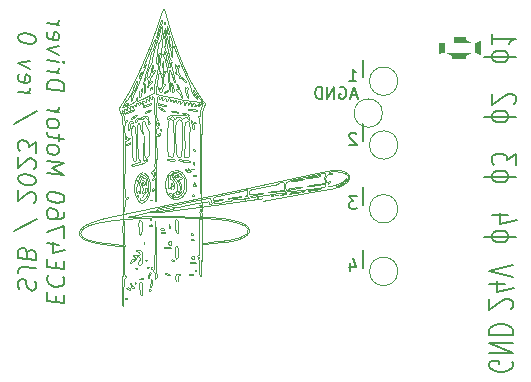
<source format=gbr>
%TF.GenerationSoftware,KiCad,Pcbnew,(7.0.0)*%
%TF.CreationDate,2023-12-15T13:48:25-05:00*%
%TF.ProjectId,ECE4760 Motor Driver,45434534-3736-4302-904d-6f746f722044,0*%
%TF.SameCoordinates,Original*%
%TF.FileFunction,Legend,Bot*%
%TF.FilePolarity,Positive*%
%FSLAX46Y46*%
G04 Gerber Fmt 4.6, Leading zero omitted, Abs format (unit mm)*
G04 Created by KiCad (PCBNEW (7.0.0)) date 2023-12-15 13:48:25*
%MOMM*%
%LPD*%
G01*
G04 APERTURE LIST*
G04 Aperture macros list*
%AMRoundRect*
0 Rectangle with rounded corners*
0 $1 Rounding radius*
0 $2 $3 $4 $5 $6 $7 $8 $9 X,Y pos of 4 corners*
0 Add a 4 corners polygon primitive as box body*
4,1,4,$2,$3,$4,$5,$6,$7,$8,$9,$2,$3,0*
0 Add four circle primitives for the rounded corners*
1,1,$1+$1,$2,$3*
1,1,$1+$1,$4,$5*
1,1,$1+$1,$6,$7*
1,1,$1+$1,$8,$9*
0 Add four rect primitives between the rounded corners*
20,1,$1+$1,$2,$3,$4,$5,0*
20,1,$1+$1,$4,$5,$6,$7,0*
20,1,$1+$1,$6,$7,$8,$9,0*
20,1,$1+$1,$8,$9,$2,$3,0*%
G04 Aperture macros list end*
%ADD10C,0.114300*%
%ADD11C,0.150000*%
%ADD12C,0.200000*%
%ADD13C,0.120000*%
%ADD14C,0.800000*%
%ADD15C,5.400000*%
%ADD16R,1.700000X1.700000*%
%ADD17O,1.700000X1.700000*%
%ADD18RoundRect,0.250000X-1.550000X0.650000X-1.550000X-0.650000X1.550000X-0.650000X1.550000X0.650000X0*%
%ADD19O,3.600000X1.800000*%
%ADD20R,1.524000X1.524000*%
%ADD21C,1.524000*%
%ADD22R,1.600000X1.600000*%
%ADD23C,1.600000*%
%ADD24C,2.000000*%
G04 APERTURE END LIST*
D10*
X90496693Y-68164527D02*
G75*
G03*
X90472632Y-68223109I261107J-141473D01*
G01*
X88234946Y-59994329D02*
G75*
G03*
X88209601Y-60018697I48754J-76071D01*
G01*
X90023028Y-53428550D02*
G75*
G03*
X89999008Y-53502394I1039472J-378950D01*
G01*
X85738159Y-70772302D02*
G75*
G03*
X85744659Y-70771260I3141J1202D01*
G01*
X103500613Y-59529321D02*
G75*
G03*
X103488006Y-59506715I-26713J-79D01*
G01*
X90409846Y-51208093D02*
G75*
G03*
X90338100Y-51152903I-399646J-445307D01*
G01*
X92390118Y-53672303D02*
G75*
G03*
X92349940Y-53681346I-18J-93697D01*
G01*
X87180960Y-53697730D02*
G75*
G03*
X87184314Y-53643214I-215660J40630D01*
G01*
X90188469Y-58431540D02*
G75*
G03*
X90184350Y-58404983I-19069J10640D01*
G01*
X88663368Y-68161508D02*
G75*
G03*
X88644612Y-68147300I-18768J-5292D01*
G01*
X86890896Y-60879405D02*
G75*
G03*
X86887402Y-61121221I2468704J-156595D01*
G01*
X96148803Y-60927602D02*
G75*
G03*
X96075600Y-60956606I6112797J-15534798D01*
G01*
X87272931Y-59929459D02*
G75*
G03*
X87232969Y-59894029I-229531J-218641D01*
G01*
X88016542Y-55298318D02*
G75*
G03*
X88028390Y-55248874I-102142J50618D01*
G01*
X89529979Y-65880100D02*
G75*
G03*
X89658410Y-65882390I108821J2500700D01*
G01*
X87781263Y-61075226D02*
G75*
G03*
X87805438Y-60996564I-209163J107326D01*
G01*
X100879145Y-61084668D02*
G75*
G03*
X100950600Y-61088148I71455J731868D01*
G01*
X100016112Y-61147698D02*
G75*
G03*
X99938100Y-61172300I83388J-400402D01*
G01*
X88139354Y-52263554D02*
G75*
G03*
X88078069Y-52338986I333846J-333846D01*
G01*
X89673892Y-51312894D02*
G75*
G03*
X89694746Y-51590762I12982008J834594D01*
G01*
X90025687Y-54809657D02*
G75*
G03*
X90110466Y-54908832I1903613J1541457D01*
G01*
X89970016Y-55027827D02*
G75*
G03*
X89874425Y-54961499I-114016J-62273D01*
G01*
X89144108Y-62538254D02*
G75*
G03*
X89063100Y-62536922I-63608J-1403646D01*
G01*
X89635145Y-63838233D02*
G75*
G03*
X89630871Y-63961624I7247455J-312767D01*
G01*
X89761118Y-50862893D02*
G75*
G03*
X89683832Y-50748998I-915418J-538007D01*
G01*
X87967298Y-69352785D02*
G75*
G03*
X87939712Y-69369332I15502J-57115D01*
G01*
X91718019Y-52618395D02*
G75*
G03*
X91788519Y-52748951I1532981J743495D01*
G01*
X93375605Y-61706753D02*
G75*
G03*
X93381847Y-61771320I337595J53D01*
G01*
X89628692Y-59707065D02*
G75*
G03*
X89620318Y-59728550I33508J-25435D01*
G01*
X91209287Y-59293542D02*
G75*
G03*
X91261012Y-59253335I-15287J73042D01*
G01*
X87894370Y-67538044D02*
G75*
G03*
X87930767Y-67532105I-6370J153544D01*
G01*
X88863899Y-47651151D02*
G75*
G03*
X88872308Y-47583433I-341999J76851D01*
G01*
X89644887Y-62470927D02*
G75*
G03*
X89594108Y-62463253I-61887J-237673D01*
G01*
X89600931Y-62508380D02*
G75*
G03*
X89645777Y-62496494I-24631J183480D01*
G01*
X89284020Y-48076197D02*
G75*
G03*
X89311281Y-48292262I17025180J2038297D01*
G01*
X91405679Y-68047612D02*
G75*
G03*
X91364358Y-68060600I21521J-140688D01*
G01*
X87648081Y-61210160D02*
G75*
G03*
X87729623Y-61144899I-302281J461260D01*
G01*
X88844270Y-53287532D02*
G75*
G03*
X88872312Y-53297300I28030J35332D01*
G01*
X86808965Y-63108894D02*
G75*
G03*
X86250600Y-63193576I2268835J-16843106D01*
G01*
X88175211Y-52231398D02*
G75*
G03*
X88139350Y-52263550I276889J-344902D01*
G01*
X88798525Y-55379798D02*
G75*
G03*
X88800600Y-55322300I-795725J57498D01*
G01*
X88123059Y-50277915D02*
G75*
G03*
X88184271Y-50161842I-1073159J640115D01*
G01*
X88275600Y-67547300D02*
G75*
G03*
X88269874Y-67518677I-74400J0D01*
G01*
X86550625Y-53897300D02*
G75*
G03*
X86541552Y-53868696I-49625J0D01*
G01*
X88304088Y-67809126D02*
G75*
G03*
X88371793Y-67853766I471612J641626D01*
G01*
X85870743Y-53899666D02*
G75*
G03*
X86057660Y-53820940I-2473943J6135066D01*
G01*
X86325134Y-52549574D02*
G75*
G03*
X87264075Y-50614103I-33741334J17564174D01*
G01*
X90445373Y-68507406D02*
G75*
G03*
X90450600Y-68405374I-992773J102006D01*
G01*
X88915209Y-53770987D02*
G75*
G03*
X88818317Y-53754618I-2040309J-11782113D01*
G01*
X88007352Y-64000262D02*
G75*
G03*
X88042364Y-64016685I65948J95062D01*
G01*
X87075625Y-53672300D02*
G75*
G03*
X87066552Y-53643696I-49625J0D01*
G01*
X88228936Y-51793989D02*
G75*
G03*
X88265597Y-51737077I-473836J345489D01*
G01*
X90205653Y-55808849D02*
G75*
G03*
X90211775Y-56614449I82153047J221549D01*
G01*
X85883891Y-65704637D02*
G75*
G03*
X85855931Y-65751931I31209J-50363D01*
G01*
X89939422Y-49184134D02*
G75*
G03*
X89950580Y-49334630I1719578J51834D01*
G01*
X86615401Y-55240352D02*
G75*
G03*
X86625600Y-55201467I-68901J38852D01*
G01*
X91529920Y-52419192D02*
G75*
G03*
X91499486Y-52272315I-651520J-58408D01*
G01*
X87094076Y-63601948D02*
G75*
G03*
X87086966Y-63716953I2622524J-219852D01*
G01*
X89061549Y-64477440D02*
G75*
G03*
X89010209Y-64493849I23251J-161260D01*
G01*
X91512252Y-65175954D02*
G75*
G03*
X91545963Y-65200269I86248J84054D01*
G01*
X90286420Y-60373477D02*
G75*
G03*
X90192141Y-60209786I-4223920J-2323823D01*
G01*
X85971139Y-57148206D02*
G75*
G03*
X85971777Y-57168477I11161J-9794D01*
G01*
X85905328Y-59075047D02*
G75*
G03*
X85900030Y-59960410I133489272J-1241453D01*
G01*
X91566976Y-64585077D02*
G75*
G03*
X91531152Y-64593644I-4176J-61723D01*
G01*
X88708926Y-54978904D02*
G75*
G03*
X88665600Y-54932300I-661126J-571196D01*
G01*
X88253570Y-67494330D02*
G75*
G03*
X88229223Y-67478026I-53370J-53370D01*
G01*
X86663428Y-54686750D02*
G75*
G03*
X86573532Y-54757430I593172J-846950D01*
G01*
X91906537Y-59776761D02*
G75*
G03*
X91938785Y-59763064I-15737J81861D01*
G01*
X90161539Y-58453778D02*
G75*
G03*
X90188419Y-58431513I-15339J45878D01*
G01*
X91500563Y-65147300D02*
G75*
G03*
X91512258Y-65175948I40937J0D01*
G01*
X91658316Y-59714331D02*
G75*
G03*
X91694663Y-59732882I217484J381231D01*
G01*
X100388100Y-61111196D02*
X100688100Y-61114550D01*
X89056592Y-46544541D02*
G75*
G03*
X89015630Y-46565990I-5592J-39159D01*
G01*
X88590031Y-52799471D02*
G75*
G03*
X88901215Y-52897409I1863869J5378871D01*
G01*
X91693105Y-52446629D02*
G75*
G03*
X91668390Y-52456430I-8205J-15371D01*
G01*
X90025484Y-48776297D02*
G75*
G03*
X89981820Y-48833524I178416J-181403D01*
G01*
X91670522Y-68138853D02*
G75*
G03*
X91716663Y-68129851I-87822J572853D01*
G01*
X88109620Y-49467007D02*
G75*
G03*
X88086885Y-49603550I2164080J-430493D01*
G01*
X103360818Y-59592372D02*
G75*
G03*
X103434034Y-59577331I-47918J418972D01*
G01*
X99052834Y-60303025D02*
G75*
G03*
X98979908Y-60336778I158666J-438475D01*
G01*
X87601893Y-52697304D02*
G75*
G03*
X87658522Y-52545273I-329793J209404D01*
G01*
X89874207Y-50203550D02*
G75*
G03*
X89867903Y-50337524I790893J-104350D01*
G01*
X101605933Y-59848114D02*
G75*
G03*
X101425273Y-59892272I819767J-3745486D01*
G01*
X92417946Y-56396612D02*
G75*
G03*
X92405501Y-59091050I574178554J-3999288D01*
G01*
X87113216Y-63497239D02*
G75*
G03*
X87102995Y-63506522I84J-10361D01*
G01*
X98885089Y-61357944D02*
G75*
G03*
X98880483Y-61345255I-8089J4244D01*
G01*
X87300320Y-50926455D02*
G75*
G03*
X87194504Y-51112477I2578680J-1589945D01*
G01*
X96293327Y-61249564D02*
G75*
G03*
X96300600Y-61129301I-990727J120264D01*
G01*
X88603848Y-55753595D02*
G75*
G03*
X88581787Y-55831260I200452J-98905D01*
G01*
X90602876Y-53541050D02*
G75*
G03*
X90591382Y-53418689I-768276J-10450D01*
G01*
X88675509Y-50221824D02*
G75*
G03*
X88701481Y-50109782I-1127209J320324D01*
G01*
X91495260Y-59333750D02*
G75*
G03*
X91480184Y-59314610I-54660J-27550D01*
G01*
X91828692Y-67719330D02*
G75*
G03*
X91826362Y-67743642I35508J-15670D01*
G01*
X85746198Y-58905111D02*
G75*
G03*
X85758532Y-56351620I-439367844J3399032D01*
G01*
X89217558Y-52168612D02*
G75*
G03*
X89174444Y-52216917I138142J-166688D01*
G01*
X86381846Y-67043269D02*
G75*
G03*
X86417686Y-67022533I-38146J107269D01*
G01*
X85894707Y-62363394D02*
G75*
G03*
X85880320Y-62436087I413493J-119606D01*
G01*
X96289385Y-60882344D02*
G75*
G03*
X96281850Y-60877054I-6085J-656D01*
G01*
X89767576Y-53447288D02*
G75*
G03*
X89799274Y-53441604I24J91088D01*
G01*
X88224363Y-49229097D02*
G75*
G03*
X88274005Y-49119175I-2004863J971597D01*
G01*
X91667998Y-53427235D02*
G75*
G03*
X92194772Y-53482765I1839302J14921835D01*
G01*
X86372811Y-68836159D02*
G75*
G03*
X86368583Y-68871313I69089J-26141D01*
G01*
X88470813Y-57309955D02*
G75*
G03*
X88465543Y-56184772I-137854429J-83063D01*
G01*
X91274604Y-53147321D02*
G75*
G03*
X91295428Y-53130904I-4J21421D01*
G01*
X87975033Y-50104062D02*
G75*
G03*
X88051670Y-49794641I-12852033J3347362D01*
G01*
X99300600Y-61247300D02*
G75*
G03*
X99433066Y-61218147I-1526500J7251800D01*
G01*
X91741567Y-57625271D02*
G75*
G03*
X91774608Y-57641801I93833J146271D01*
G01*
X92220638Y-66697118D02*
G75*
G03*
X92199283Y-66665294I-68938J-23182D01*
G01*
X91594741Y-55061511D02*
G75*
G03*
X91533180Y-55022300I-61541J-28689D01*
G01*
X89956618Y-66828032D02*
G75*
G03*
X89879101Y-66838815I-11818J-199068D01*
G01*
X92400600Y-66890225D02*
X92400600Y-65470651D01*
X88976730Y-55917373D02*
G75*
G03*
X88992526Y-55922300I15770J22773D01*
G01*
X89728323Y-65796688D02*
G75*
G03*
X89511366Y-65771365I-374823J-2269312D01*
G01*
X87747201Y-58363071D02*
G75*
G03*
X87680531Y-58394661I290499J-699229D01*
G01*
X91950598Y-67772300D02*
G75*
G03*
X91944519Y-67743683I-70398J0D01*
G01*
X90053133Y-60329418D02*
G75*
G03*
X89945241Y-60111877I-1054133J-387282D01*
G01*
X89729646Y-47869615D02*
G75*
G03*
X89700442Y-47876170I-12446J-12885D01*
G01*
X91243462Y-52287161D02*
G75*
G03*
X91216805Y-52265894I-29662J-9839D01*
G01*
X88026992Y-60303936D02*
G75*
G03*
X87954476Y-59985933I-1558692J-188164D01*
G01*
X88005290Y-63456913D02*
G75*
G03*
X88036538Y-63473533I91910J135113D01*
G01*
X86042884Y-61594869D02*
G75*
G03*
X86116041Y-61579898I-34284J353769D01*
G01*
X89894410Y-61257499D02*
G75*
G03*
X89926791Y-61280882I44490J27499D01*
G01*
X87725514Y-60537065D02*
G75*
G03*
X87740612Y-60418195I-258814J93265D01*
G01*
X89577484Y-65524133D02*
G75*
G03*
X89677056Y-65576287I677916J1173133D01*
G01*
X86963280Y-61166526D02*
G75*
G03*
X86982879Y-61150269I-30180J56326D01*
G01*
X89716805Y-53379320D02*
G75*
G03*
X89721352Y-53414959I79395J-7980D01*
G01*
X88966095Y-51229585D02*
G75*
G03*
X88865312Y-51038091I-11369795J-5861615D01*
G01*
X87539801Y-51659443D02*
G75*
G03*
X87550554Y-51697252I39299J-9257D01*
G01*
X101081852Y-61074006D02*
G75*
G03*
X101101285Y-61061376I-9452J35806D01*
G01*
X98328348Y-61459769D02*
G75*
G03*
X98391601Y-61462719I56652J534969D01*
G01*
X91950585Y-67097300D02*
G75*
G03*
X91933193Y-67068374I-32585J100D01*
G01*
X86204969Y-57111046D02*
G75*
G03*
X86365445Y-57023099I-810369J1669046D01*
G01*
X93196160Y-61890448D02*
G75*
G03*
X93209435Y-61937201I187740J28048D01*
G01*
X89616793Y-50514629D02*
G75*
G03*
X89663100Y-50549422I84107J63729D01*
G01*
X90302982Y-53454426D02*
G75*
G03*
X90298657Y-53337279I-2468282J-32474D01*
G01*
X91776268Y-66827848D02*
G75*
G03*
X91796571Y-66793990I-23568J37148D01*
G01*
X92382526Y-60658844D02*
G75*
G03*
X92398864Y-59977349I-30203826J1065044D01*
G01*
X89541697Y-57541486D02*
G75*
G03*
X89545800Y-57923066I79651603J665686D01*
G01*
X87658644Y-53887711D02*
G75*
G03*
X87788100Y-53848198I-549644J2032611D01*
G01*
X89883799Y-50095726D02*
G75*
G03*
X89881524Y-50004917I-634899J29526D01*
G01*
X101547403Y-60935136D02*
G75*
G03*
X101422519Y-60965007I166497J-972064D01*
G01*
X88272818Y-59977889D02*
G75*
G03*
X88234947Y-59994331I31682J-124811D01*
G01*
X86729121Y-60501350D02*
G75*
G03*
X86700600Y-60824879I1820979J-323550D01*
G01*
X98930056Y-61218007D02*
G75*
G03*
X98497007Y-61279920I2549644J-19378793D01*
G01*
X90111442Y-54350836D02*
G75*
G03*
X90031966Y-54347300I-79642J-895064D01*
G01*
X86392619Y-56919082D02*
G75*
G03*
X86371207Y-56907985I-17219J-7018D01*
G01*
X88102713Y-67943232D02*
G75*
G03*
X88052029Y-67922300I-50713J-50968D01*
G01*
X99938100Y-61237707D02*
G75*
G03*
X100015681Y-61234001I4600J717507D01*
G01*
X92218815Y-66997875D02*
G75*
G03*
X92194541Y-66841378I-1522515J-156025D01*
G01*
X89397369Y-52700868D02*
G75*
G03*
X89468729Y-52641049I-519969J692768D01*
G01*
X87648222Y-55303549D02*
G75*
G03*
X87606855Y-55176798I-860622J-210751D01*
G01*
X92608219Y-53897599D02*
G75*
G03*
X92501102Y-54275114I966181J-478101D01*
G01*
X87881890Y-61086999D02*
G75*
G03*
X87895297Y-60863639I-1891190J225599D01*
G01*
X92243033Y-55067384D02*
G75*
G03*
X92194350Y-54885841I-436733J-19816D01*
G01*
X87489215Y-54680113D02*
G75*
G03*
X87372767Y-54763213I99085J-261987D01*
G01*
X86972485Y-54621926D02*
G75*
G03*
X86988881Y-54595753I-26985J35126D01*
G01*
X92267950Y-68233330D02*
G75*
G03*
X92309987Y-68279596I62250J14330D01*
G01*
X92448484Y-55068447D02*
G75*
G03*
X92417945Y-56396612I41422116J-1616853D01*
G01*
X87773391Y-50807153D02*
G75*
G03*
X87674670Y-51135052I14472409J-4536047D01*
G01*
X89987871Y-52667704D02*
G75*
G03*
X90049933Y-52592473I-79871J129104D01*
G01*
X89747041Y-59944386D02*
G75*
G03*
X89755876Y-60001705I142259J-7414D01*
G01*
X88106848Y-68848784D02*
G75*
G03*
X88115609Y-68744819I-3607948J356384D01*
G01*
X87637188Y-59777336D02*
G75*
G03*
X87468828Y-59647275I-3899488J-4873764D01*
G01*
X103276396Y-59297075D02*
G75*
G03*
X102113100Y-59526001I5681504J-31941025D01*
G01*
X90300599Y-51954045D02*
G75*
G03*
X90303161Y-51975590I91401J-55D01*
G01*
X91705771Y-58729785D02*
G75*
G03*
X91729401Y-58775881I267229J107885D01*
G01*
X87554235Y-57730235D02*
G75*
G03*
X87597054Y-58029283I2277665J173535D01*
G01*
X89775589Y-50567683D02*
G75*
G03*
X89753432Y-50367425I-915289J83D01*
G01*
X90605639Y-53642478D02*
G75*
G03*
X90617406Y-53660270I20661J878D01*
G01*
X87586988Y-65396302D02*
G75*
G03*
X87575270Y-65353550I-189288J-28898D01*
G01*
X88771847Y-55472231D02*
G75*
G03*
X88783070Y-55464083I53J11731D01*
G01*
X98497007Y-61279920D02*
G75*
G03*
X97763100Y-61395142I22392293J-145023780D01*
G01*
X90981518Y-52252437D02*
G75*
G03*
X91001150Y-52445563I641382J-32363D01*
G01*
X90403464Y-52412514D02*
G75*
G03*
X90404755Y-52359727I-98264J28814D01*
G01*
X88988674Y-46073153D02*
G75*
G03*
X88887696Y-46380139I9491426J-3292147D01*
G01*
X88229214Y-67616551D02*
G75*
G03*
X88253568Y-67600268I-29014J69751D01*
G01*
X91650599Y-66779897D02*
G75*
G03*
X91738566Y-66829542I603001J965697D01*
G01*
X102516323Y-60846307D02*
G75*
G03*
X102513730Y-60819501I-3323J13207D01*
G01*
X94531246Y-61852308D02*
G75*
G03*
X94429441Y-61854114I-41046J-556692D01*
G01*
X85853422Y-67555332D02*
G75*
G03*
X85877325Y-67918762I5796378J198732D01*
G01*
X89950879Y-66942292D02*
G75*
G03*
X90013100Y-66947300I62221J383992D01*
G01*
X88840169Y-53909933D02*
G75*
G03*
X88756210Y-53894639I-87469J-242067D01*
G01*
X85730300Y-55264483D02*
G75*
G03*
X85656027Y-54649758I-4661900J-251417D01*
G01*
X91219010Y-53529774D02*
G75*
G03*
X91171124Y-53522300I-47910J-149826D01*
G01*
X98775600Y-61334142D02*
G75*
G03*
X98708742Y-61336483I0J-956058D01*
G01*
X90766458Y-51390829D02*
G75*
G03*
X90750600Y-51403039I-3258J-12171D01*
G01*
X91644601Y-53752797D02*
G75*
G03*
X91650600Y-53709800I-151101J42997D01*
G01*
X86013145Y-53735703D02*
G75*
G03*
X85969350Y-53766554I258455J-413397D01*
G01*
X88593321Y-47933924D02*
G75*
G03*
X88594499Y-48022827I202479J-41776D01*
G01*
X90246017Y-66741148D02*
G75*
G03*
X90300600Y-66779400I69883J41648D01*
G01*
X87399353Y-61161228D02*
G75*
G03*
X87408883Y-61203030I56647J-9072D01*
G01*
X86475302Y-69126752D02*
G75*
G03*
X86448550Y-69059782I-713402J-246148D01*
G01*
X83350828Y-63580032D02*
G75*
G03*
X82672183Y-63851758I1575572J-4918368D01*
G01*
X98800015Y-60461130D02*
G75*
G03*
X98882127Y-60419563I-275915J646930D01*
G01*
X87340408Y-52351276D02*
G75*
G03*
X87319403Y-52370431I17992J-40824D01*
G01*
X92309999Y-68279559D02*
G75*
G03*
X92356800Y-68250144I11301J33959D01*
G01*
X97562573Y-61185079D02*
G75*
G03*
X97454866Y-61200830I373227J-2928321D01*
G01*
X93027719Y-62034799D02*
G75*
G03*
X93018186Y-62085184I134281J-51501D01*
G01*
X89282839Y-64600272D02*
G75*
G03*
X89314539Y-64575933I-51639J100072D01*
G01*
X89987741Y-51457721D02*
G75*
G03*
X90057950Y-51716269I10217959J2635921D01*
G01*
X89955742Y-48908863D02*
G75*
G03*
X89941803Y-49035833I1338858J-211237D01*
G01*
X88823498Y-53261029D02*
G75*
G03*
X88844262Y-53287543I65402J29829D01*
G01*
X91692551Y-64645343D02*
G75*
G03*
X91656135Y-64616657I-151251J-154557D01*
G01*
X104919330Y-59912305D02*
G75*
G03*
X104883673Y-59716275I-377430J32605D01*
G01*
X91538100Y-68147300D02*
G75*
G03*
X91609981Y-68145228I0J1247600D01*
G01*
X86349972Y-67060343D02*
G75*
G03*
X86331233Y-67083702I35728J-47857D01*
G01*
X88088059Y-59461129D02*
G75*
G03*
X88093814Y-59486552I14541J-10071D01*
G01*
X88389775Y-60840784D02*
G75*
G03*
X88364774Y-60801518I-44775J-916D01*
G01*
X86744089Y-53470696D02*
G75*
G03*
X86828346Y-53372282I-213189J267796D01*
G01*
X88832579Y-56291209D02*
G75*
G03*
X88894423Y-56272879I-43779J261209D01*
G01*
X85905068Y-56209869D02*
G75*
G03*
X85920475Y-56451988I4823132J185369D01*
G01*
X93401788Y-61812596D02*
G75*
G03*
X93433990Y-61829895I38312J32696D01*
G01*
X97230767Y-61607105D02*
G75*
G03*
X97255288Y-61592613I-15967J55005D01*
G01*
X91938775Y-59763051D02*
G75*
G03*
X91950600Y-59740279I-15975J22751D01*
G01*
X86368591Y-68871312D02*
G75*
G03*
X86382652Y-68925553I213909J26512D01*
G01*
X90594862Y-68105827D02*
G75*
G03*
X90600600Y-68080234I-54362J25627D01*
G01*
X89645920Y-63817909D02*
G75*
G03*
X89635144Y-63838233I15980J-21491D01*
G01*
X91656137Y-64616654D02*
G75*
G03*
X91613100Y-64595179I-132637J-211946D01*
G01*
X85803722Y-63536743D02*
G75*
G03*
X85767305Y-63553789I-12622J-20457D01*
G01*
X87082571Y-58283366D02*
G75*
G03*
X87171263Y-58407082I260029J92766D01*
G01*
X93647081Y-61881553D02*
G75*
G03*
X93517237Y-61909074I331619J-1884647D01*
G01*
X91950577Y-59740278D02*
G75*
G03*
X91939383Y-59714292I-35577J78D01*
G01*
X86158313Y-70156867D02*
G75*
G03*
X86169385Y-70125591I-11213J21567D01*
G01*
X87632227Y-52125049D02*
G75*
G03*
X87555742Y-51947300I-660427J-178851D01*
G01*
X91012213Y-51614916D02*
G75*
G03*
X90942253Y-51532196I-946313J-729384D01*
G01*
X88237033Y-59555598D02*
G75*
G03*
X88194512Y-59524114I-128133J-128602D01*
G01*
X87953237Y-53431901D02*
G75*
G03*
X87965654Y-53433938I7163J4801D01*
G01*
X86624834Y-66548530D02*
G75*
G03*
X86686668Y-66576419I360566J716930D01*
G01*
X88062623Y-49127827D02*
G75*
G03*
X88161065Y-48872300I-11702723J4655227D01*
G01*
X90840907Y-50709230D02*
G75*
G03*
X91132377Y-51354721I29848593J13089530D01*
G01*
X89323240Y-52011964D02*
G75*
G03*
X89302311Y-51977957I-29540J5264D01*
G01*
X87549397Y-52704693D02*
G75*
G03*
X87572000Y-52718300I18403J4993D01*
G01*
X98391601Y-61462721D02*
G75*
G03*
X98450931Y-61458379I-6001J489521D01*
G01*
X88197486Y-50958238D02*
G75*
G03*
X88207236Y-50971628I10414J-2662D01*
G01*
X102037173Y-60560919D02*
G75*
G03*
X102260863Y-60529409I-1839273J13866919D01*
G01*
X91392515Y-54973538D02*
G75*
G03*
X91350600Y-54834800I-1012715J-230262D01*
G01*
X87501534Y-59476373D02*
G75*
G03*
X87372872Y-59459001I-94334J-213527D01*
G01*
X86065923Y-69292488D02*
G75*
G03*
X86087717Y-69323366I76677J30988D01*
G01*
X89028348Y-62584769D02*
G75*
G03*
X89091601Y-62587719I56652J534969D01*
G01*
X87540075Y-54831695D02*
G75*
G03*
X87451202Y-54909075I192925J-311305D01*
G01*
X85898676Y-53810888D02*
G75*
G03*
X85969350Y-53766554I-167676J345788D01*
G01*
X90399454Y-50432933D02*
G75*
G03*
X90372864Y-50497146I682846J-320367D01*
G01*
X86621174Y-66797300D02*
G75*
G03*
X86565542Y-66805275I-74J-197500D01*
G01*
X92250600Y-63146973D02*
X92400600Y-63146973D01*
X88497114Y-61901155D02*
G75*
G03*
X88519350Y-61922407I22186J955D01*
G01*
X90343008Y-53581587D02*
G75*
G03*
X90405003Y-53503550I-1742808J1448187D01*
G01*
X88875601Y-49391778D02*
G75*
G03*
X88869710Y-49365592I-60801J78D01*
G01*
X88665600Y-55022296D02*
G75*
G03*
X88706295Y-55018084I0J198696D01*
G01*
X91371930Y-59258752D02*
G75*
G03*
X91401979Y-59287747I122270J96652D01*
G01*
X89547320Y-57968467D02*
G75*
G03*
X89586735Y-58030228I74780J4267D01*
G01*
X85950584Y-68369478D02*
G75*
G03*
X85890747Y-68453962I74816J-116422D01*
G01*
X85969226Y-54487482D02*
G75*
G03*
X86290012Y-54383442I-3361126J10909882D01*
G01*
X89313895Y-54225518D02*
G75*
G03*
X89103636Y-54061405I-3247495J-3943882D01*
G01*
X89958648Y-61460272D02*
G75*
G03*
X89995008Y-61480738I187152J289972D01*
G01*
X87488790Y-59943665D02*
G75*
G03*
X87520765Y-59964073I42710J31665D01*
G01*
X91760089Y-59182944D02*
G75*
G03*
X91755483Y-59170255I-8089J4244D01*
G01*
X87210041Y-64734317D02*
G75*
G03*
X87272163Y-64660089I-533641J509717D01*
G01*
X86065503Y-70198502D02*
G75*
G03*
X86158309Y-70156859I-328803J857002D01*
G01*
X98270776Y-61449278D02*
G75*
G03*
X98328348Y-61459766I98724J378678D01*
G01*
X87016971Y-66499841D02*
G75*
G03*
X86991564Y-66517720I2229J-30159D01*
G01*
X87889408Y-54339963D02*
G75*
G03*
X87979871Y-54303490I-336108J964063D01*
G01*
X89504547Y-49993839D02*
G75*
G03*
X89475600Y-49959801I-67247J-27861D01*
G01*
X86060787Y-61697299D02*
G75*
G03*
X86013553Y-61715939I13J-69201D01*
G01*
X88615707Y-55502533D02*
G75*
G03*
X88706850Y-55616292I192993J61233D01*
G01*
X88053380Y-69352898D02*
G75*
G03*
X88008674Y-69347300I-44680J-175502D01*
G01*
X85950396Y-61553114D02*
G75*
G03*
X85989127Y-61586142I74904J48614D01*
G01*
X104883688Y-59716268D02*
G75*
G03*
X104750110Y-59533582I-554588J-265332D01*
G01*
X90485396Y-52246925D02*
G75*
G03*
X90387002Y-52040179I-2868296J-1238275D01*
G01*
X90334913Y-59259316D02*
G75*
G03*
X89872166Y-59341496I-94913J-809484D01*
G01*
X87943015Y-53190911D02*
G75*
G03*
X87950302Y-53316125I418085J-38489D01*
G01*
X92361180Y-61216873D02*
G75*
G03*
X92382526Y-60658844I-93337211J3849804D01*
G01*
X88992526Y-55922283D02*
G75*
G03*
X89005174Y-55916716I74J16983D01*
G01*
X91844569Y-67703206D02*
G75*
G03*
X91828695Y-67719331I13631J-29294D01*
G01*
X87364607Y-52353006D02*
G75*
G03*
X87340424Y-52351311I-13707J-22194D01*
G01*
X89489345Y-46439063D02*
G75*
G03*
X89402652Y-46122942I-11711945J-3041937D01*
G01*
X91096878Y-52772696D02*
G75*
G03*
X91211626Y-53103321I9476722J3103796D01*
G01*
X89504624Y-47491675D02*
G75*
G03*
X89549307Y-47682426I974976J127775D01*
G01*
X91298416Y-58149907D02*
G75*
G03*
X91341158Y-58122905I-36816J105607D01*
G01*
X91873491Y-67044330D02*
G75*
G03*
X91788683Y-67027742I-139491J-488070D01*
G01*
X89324484Y-48759082D02*
G75*
G03*
X89350382Y-48759284I13116J21282D01*
G01*
X85852295Y-68667839D02*
G75*
G03*
X85822007Y-69015115I4815805J-594961D01*
G01*
X93843088Y-61762735D02*
G75*
G03*
X93677625Y-61784951I688112J-5752265D01*
G01*
X88982984Y-62539969D02*
G75*
G03*
X88943168Y-62549041I8116J-127531D01*
G01*
X97033032Y-61355903D02*
G75*
G03*
X97205933Y-61330839I-438632J3634803D01*
G01*
X85964396Y-62279443D02*
G75*
G03*
X85979116Y-62209175I-458596J132743D01*
G01*
X87441199Y-51759800D02*
X87495362Y-51947300D01*
X87939119Y-49432676D02*
G75*
G03*
X88062623Y-49127827I-24073819J9930476D01*
G01*
X86934064Y-67554048D02*
G75*
G03*
X86881850Y-67553222I-33364J-458152D01*
G01*
X93554194Y-62219422D02*
G75*
G03*
X94075874Y-62146865I-16431994J120056622D01*
G01*
X94020092Y-61743693D02*
G75*
G03*
X93843088Y-61762736I712408J-7454107D01*
G01*
X86700599Y-69197300D02*
G75*
G03*
X86695279Y-69168669I-79699J0D01*
G01*
X88237877Y-52196374D02*
G75*
G03*
X88209525Y-52208365I42723J-140526D01*
G01*
X87476008Y-58455826D02*
G75*
G03*
X87493031Y-58472300I16992J526D01*
G01*
X86448553Y-69059781D02*
G75*
G03*
X86413895Y-68991050I-890453J-405919D01*
G01*
X87386774Y-68990483D02*
G75*
G03*
X87362958Y-68822023I-1063374J-64417D01*
G01*
X86924250Y-51724916D02*
G75*
G03*
X86774312Y-51984800I1917850J-1279684D01*
G01*
X91044889Y-55216641D02*
G75*
G03*
X90995231Y-55330579I172011J-142759D01*
G01*
X88265618Y-51737089D02*
G75*
G03*
X88275600Y-51699052I-66918J37889D01*
G01*
X86836995Y-68873299D02*
G75*
G03*
X86840876Y-68822300I-333095J50999D01*
G01*
X89855908Y-49511346D02*
G75*
G03*
X89871677Y-49576335I393392J61046D01*
G01*
X87298715Y-60416356D02*
G75*
G03*
X87348873Y-60539790I4984685J1953656D01*
G01*
X90247771Y-50359862D02*
G75*
G03*
X90213893Y-50327564I-93671J-64338D01*
G01*
X91725587Y-68118543D02*
G75*
G03*
X91717020Y-68105574I-14187J-57D01*
G01*
X86934948Y-52279444D02*
G75*
G03*
X87027361Y-52068715I-9285148J4197544D01*
G01*
X85726324Y-70004451D02*
G75*
G03*
X85732180Y-70740965I21663476J-196049D01*
G01*
X86494349Y-55295225D02*
G75*
G03*
X86544487Y-55291335I12751J160725D01*
G01*
X92110623Y-53865272D02*
G75*
G03*
X92116656Y-53884595I19777J-4428D01*
G01*
X89653100Y-50756347D02*
G75*
G03*
X89646221Y-50858947I406000J-78753D01*
G01*
X88780632Y-55216363D02*
G75*
G03*
X88758608Y-55183517I-109532J-49637D01*
G01*
X90185588Y-68420700D02*
G75*
G03*
X90227118Y-68591021I612812J59200D01*
G01*
X89649740Y-48190907D02*
G75*
G03*
X89703547Y-48508512I3232660J384307D01*
G01*
X88326065Y-50343380D02*
G75*
G03*
X88295854Y-50334800I-17465J-4020D01*
G01*
X96169346Y-61420584D02*
G75*
G03*
X96228757Y-61389214I-37246J142484D01*
G01*
X88223846Y-61004895D02*
G75*
G03*
X88267576Y-61022300I43754J46295D01*
G01*
X87499061Y-50885150D02*
G75*
G03*
X87664429Y-50495064I-16669761J7296850D01*
G01*
X86895916Y-53886788D02*
G75*
G03*
X86913463Y-53883858I7484J9188D01*
G01*
X87846786Y-52149376D02*
G75*
G03*
X87848624Y-52230663I408614J-31424D01*
G01*
X89333243Y-47484800D02*
G75*
G03*
X89372691Y-48050960I3201257J-61400D01*
G01*
X90619350Y-60033765D02*
G75*
G03*
X90506007Y-60063443I72050J-506435D01*
G01*
X90194405Y-68247190D02*
G75*
G03*
X90185599Y-68420699I581895J-116510D01*
G01*
X92476443Y-53507450D02*
X92194772Y-53482765D01*
X90360818Y-63467406D02*
G75*
G03*
X90299091Y-63426220I-106718J-93094D01*
G01*
X87406449Y-59828263D02*
G75*
G03*
X87353409Y-59785517I-230749J-232037D01*
G01*
X85499396Y-53898849D02*
G75*
G03*
X85421940Y-54018066I1369804J-974751D01*
G01*
X102882238Y-59584994D02*
G75*
G03*
X102866097Y-59548541I-46538J1194D01*
G01*
X88760386Y-53742969D02*
G75*
G03*
X88781850Y-53750565I23814J33169D01*
G01*
X90634798Y-51342304D02*
G75*
G03*
X90523531Y-51118246I-10413498J-5031696D01*
G01*
X88773251Y-52375008D02*
G75*
G03*
X88750854Y-52322300I-1903451J-777692D01*
G01*
X89180121Y-51948597D02*
G75*
G03*
X89250600Y-51984799I46179J3197D01*
G01*
X87563097Y-53447302D02*
G75*
G03*
X87621888Y-53513243I216003J133402D01*
G01*
X102825600Y-60333677D02*
X102281850Y-60421767D01*
X89881271Y-47785537D02*
G75*
G03*
X90382537Y-49225033I31944929J10316937D01*
G01*
X92272637Y-62618412D02*
G75*
G03*
X92256024Y-62724086I752763J-172488D01*
G01*
X88115408Y-54146375D02*
G75*
G03*
X88089649Y-54134179I-20608J-10225D01*
G01*
X88131326Y-67518677D02*
G75*
G03*
X88125600Y-67547300I68674J-28623D01*
G01*
X88459329Y-64179465D02*
G75*
G03*
X88449131Y-64846557I49308771J-1087435D01*
G01*
X86494486Y-69237443D02*
G75*
G03*
X86513327Y-69255777I46114J28543D01*
G01*
X87954483Y-59985931D02*
G75*
G03*
X87834182Y-59741259I-1005483J-342469D01*
G01*
X90020998Y-61237745D02*
G75*
G03*
X90084664Y-61163752I-640798J615745D01*
G01*
X95669897Y-61688908D02*
G75*
G03*
X95492009Y-61706802I1176003J-12584492D01*
G01*
X91570163Y-64763897D02*
G75*
G03*
X91613100Y-64772300I42937J105497D01*
G01*
X89983344Y-58116341D02*
G75*
G03*
X90033033Y-58051472I-27644J72641D01*
G01*
X89475607Y-53822043D02*
G75*
G03*
X89461568Y-53798233I-27307J-57D01*
G01*
X87771579Y-54891051D02*
G75*
G03*
X87718981Y-54823664I-128079J-45749D01*
G01*
X92463105Y-53308859D02*
G75*
G03*
X92644319Y-53506713I809995J559959D01*
G01*
X85922749Y-53520342D02*
G75*
G03*
X85794827Y-53743643I9086151J-5353458D01*
G01*
X88396302Y-49144665D02*
G75*
G03*
X88240018Y-49743615I34724798J-9380635D01*
G01*
X88574432Y-55286066D02*
G75*
G03*
X88615708Y-55502533I924768J64166D01*
G01*
X88240045Y-49743622D02*
G75*
G03*
X88248483Y-49884813I227055J-57278D01*
G01*
X87468825Y-59647279D02*
G75*
G03*
X87393730Y-59611435I-127925J-171421D01*
G01*
X91796569Y-66793990D02*
G75*
G03*
X91800600Y-66685436I-1458069J108490D01*
G01*
X87117642Y-53741553D02*
G75*
G03*
X87143579Y-53747300I25958J55753D01*
G01*
X87111151Y-61238159D02*
G75*
G03*
X87137077Y-61247300I25949J32259D01*
G01*
X88902164Y-53288624D02*
G75*
G03*
X88927603Y-53264253I-47864J75424D01*
G01*
X87078870Y-51437328D02*
G75*
G03*
X87094506Y-51446614I10830J428D01*
G01*
X98666133Y-61357932D02*
G75*
G03*
X98681850Y-61371971I27467J14932D01*
G01*
X88825958Y-52509500D02*
G75*
G03*
X88799754Y-52441209I-4778458J-1794400D01*
G01*
X87065895Y-61525273D02*
G75*
G03*
X87073174Y-61501014I-94495J41573D01*
G01*
X87815454Y-58366655D02*
G75*
G03*
X87790793Y-58354544I-24854J-19445D01*
G01*
X91216804Y-52265902D02*
G75*
G03*
X91167653Y-52272675I-10104J-108398D01*
G01*
X87013910Y-55335867D02*
G75*
G03*
X86987655Y-55549071I1612090J-306733D01*
G01*
X89063597Y-64600274D02*
G75*
G03*
X89120903Y-64616743I117603J301274D01*
G01*
X86586479Y-53571976D02*
G75*
G03*
X86744083Y-53470689I-420379J827376D01*
G01*
X88587128Y-53894000D02*
G75*
G03*
X88567858Y-54695943I17515372J-822100D01*
G01*
X91658804Y-59689789D02*
G75*
G03*
X91650600Y-59701053I3696J-11311D01*
G01*
X98363100Y-61411920D02*
G75*
G03*
X98282984Y-61414967I19300J-1562180D01*
G01*
X91866594Y-57543700D02*
G75*
G03*
X91841253Y-57519331I-74294J-51900D01*
G01*
X89792832Y-52530055D02*
G75*
G03*
X89799048Y-52464683I-394132J70455D01*
G01*
X99553097Y-60872198D02*
G75*
G03*
X99561111Y-60871466I-497J49698D01*
G01*
X91295430Y-53130904D02*
G75*
G03*
X91300072Y-53081241I-169630J40904D01*
G01*
X88986503Y-64518457D02*
G75*
G03*
X88988100Y-64547300I27497J-12943D01*
G01*
X98309297Y-61141354D02*
G75*
G03*
X98546813Y-61113295I-780397J7625154D01*
G01*
X87349104Y-50920702D02*
G75*
G03*
X87300317Y-50926453I-22104J-22298D01*
G01*
X88566887Y-61875968D02*
G75*
G03*
X88582555Y-61140260I-91917945J2325551D01*
G01*
X100132162Y-61127762D02*
G75*
G03*
X100016111Y-61147695I225938J-1663238D01*
G01*
X93469350Y-65421711D02*
G75*
G03*
X94304460Y-65364651I-852850J18621811D01*
G01*
X89106308Y-53345028D02*
G75*
G03*
X89120225Y-53363976I21392J1128D01*
G01*
X94928083Y-61869893D02*
G75*
G03*
X94913100Y-61852072I-24283J-5207D01*
G01*
X99578648Y-61288538D02*
G75*
G03*
X99589942Y-61234521I-35148J35538D01*
G01*
X88813452Y-53221060D02*
G75*
G03*
X88823495Y-53261031I114648J7560D01*
G01*
X86890821Y-66005401D02*
G75*
G03*
X86850600Y-66045871I279J-40499D01*
G01*
X102188100Y-60920472D02*
G75*
G03*
X102516339Y-60846373I-1417000J7040972D01*
G01*
X100938596Y-60073484D02*
G75*
G03*
X101138100Y-60014745I-189996J1013484D01*
G01*
X90479203Y-61163634D02*
G75*
G03*
X90503568Y-61139252I-48703J73034D01*
G01*
X89069427Y-51938242D02*
G75*
G03*
X89087166Y-51713656I-2931427J344542D01*
G01*
X86840869Y-68822300D02*
G75*
G03*
X86836996Y-68771301I-337669J0D01*
G01*
X91303863Y-59077842D02*
G75*
G03*
X91296657Y-59072300I-7163J-1858D01*
G01*
X89054444Y-53084860D02*
G75*
G03*
X89025600Y-53072300I-28844J-26840D01*
G01*
X91285246Y-54162633D02*
G75*
G03*
X91314125Y-54181019I72454J81933D01*
G01*
X87770851Y-58501599D02*
G75*
G03*
X87825600Y-58395764I-74851J105799D01*
G01*
X87230284Y-55713396D02*
G75*
G03*
X87270920Y-55851753I1237116J288196D01*
G01*
X88733585Y-53941177D02*
G75*
G03*
X88813725Y-54002597I3801015J4876577D01*
G01*
X90123430Y-66895128D02*
G75*
G03*
X90051051Y-66848294I-145730J-145872D01*
G01*
X91922910Y-60613775D02*
G75*
G03*
X91921521Y-60539256I-85710J35675D01*
G01*
X88847602Y-52569117D02*
G75*
G03*
X88825959Y-52509500I-2719902J-953683D01*
G01*
X88718115Y-55003550D02*
G75*
G03*
X88708926Y-54978903I-37515J50D01*
G01*
X90418553Y-59842775D02*
G75*
G03*
X90404813Y-59790249I-243453J-35625D01*
G01*
X91944539Y-67743674D02*
G75*
G03*
X91927268Y-67719332I-69239J-30826D01*
G01*
X89128905Y-53706517D02*
G75*
G03*
X89231850Y-53725993I524695J2491517D01*
G01*
X89537339Y-57104616D02*
G75*
G03*
X89541696Y-57541486I353420961J3306316D01*
G01*
X86996174Y-61397315D02*
G75*
G03*
X86969553Y-61403173I-74J-63085D01*
G01*
X88923862Y-53655915D02*
G75*
G03*
X89021147Y-53681837I780138J2732315D01*
G01*
X89174442Y-52216916D02*
G75*
G03*
X89134428Y-52289211I471858J-308384D01*
G01*
X87353408Y-59785518D02*
G75*
G03*
X87295124Y-59756244I-163808J-253482D01*
G01*
X90367342Y-60551673D02*
G75*
G03*
X90355555Y-60726867I914658J-149527D01*
G01*
X93209429Y-61937204D02*
G75*
G03*
X93232641Y-61964152I54071J23104D01*
G01*
X89513100Y-62461920D02*
G75*
G03*
X89432984Y-62464967I19300J-1562180D01*
G01*
X89757242Y-59859800D02*
G75*
G03*
X89765816Y-59784886I-493242J94400D01*
G01*
X100137403Y-60871208D02*
G75*
G03*
X100364740Y-60831575I-2831003J16910608D01*
G01*
X89230133Y-49416729D02*
G75*
G03*
X89248497Y-49371174I-114733J72729D01*
G01*
X90270668Y-59533027D02*
G75*
G03*
X90146801Y-59531314I-65668J-269073D01*
G01*
X90214132Y-66655676D02*
G75*
G03*
X90246023Y-66741145I248868J44176D01*
G01*
X89300720Y-52993974D02*
G75*
G03*
X89775600Y-53077340I1950680J9717574D01*
G01*
X88224951Y-53089817D02*
G75*
G03*
X88238100Y-53147300I353049J50517D01*
G01*
X83053014Y-65335798D02*
G75*
G03*
X83926227Y-65518625I1846586J6642898D01*
G01*
X90782422Y-51508608D02*
G75*
G03*
X90897592Y-51659605I1197578J794008D01*
G01*
X89532794Y-56597300D02*
G75*
G03*
X89537339Y-57104616I637106606J5454100D01*
G01*
X88631118Y-48078424D02*
G75*
G03*
X88651606Y-48042281I-61118J58524D01*
G01*
X86825279Y-68916053D02*
G75*
G03*
X86836995Y-68873299I-177979J71753D01*
G01*
X86755554Y-54783373D02*
G75*
G03*
X86692666Y-54832518I3221546J-4187127D01*
G01*
X85872942Y-54896104D02*
G75*
G03*
X85879898Y-55011216I1207458J15204D01*
G01*
X90948601Y-56049661D02*
G75*
G03*
X90941976Y-56735407I49747399J-823539D01*
G01*
X91767543Y-61344347D02*
G75*
G03*
X91731109Y-61327903I-67943J-101953D01*
G01*
X87709074Y-60159111D02*
G75*
G03*
X87681421Y-60001674I-3155474J-473089D01*
G01*
X87848630Y-52230662D02*
G75*
G03*
X87865544Y-52238523I10870J1262D01*
G01*
X91729124Y-60595144D02*
G75*
G03*
X91772156Y-60623652I85576J82444D01*
G01*
X95642095Y-64953862D02*
G75*
G03*
X96222782Y-64630962I-653695J1859162D01*
G01*
X100500600Y-60063234D02*
G75*
G03*
X100338204Y-60095415I716400J-4041066D01*
G01*
X86556647Y-52652546D02*
G75*
G03*
X86596743Y-52697300I40053J-4454D01*
G01*
X90547183Y-68036050D02*
G75*
G03*
X90488415Y-68024724I-80783J-261050D01*
G01*
X91273368Y-62513586D02*
G75*
G03*
X89078351Y-62804431I130902932J-996357314D01*
G01*
X91582163Y-54212365D02*
G75*
G03*
X91475753Y-54201453I-508163J-4430935D01*
G01*
X86229421Y-61581931D02*
G75*
G03*
X86218249Y-61564138I-16521J2031D01*
G01*
X90319350Y-65691385D02*
G75*
G03*
X90283185Y-65681075I-127550J-378815D01*
G01*
X103381948Y-59369711D02*
G75*
G03*
X103230799Y-59459114I9652J-188789D01*
G01*
X100132162Y-61220148D02*
G75*
G03*
X100262241Y-61200287I-534562J3937048D01*
G01*
X87359537Y-64437590D02*
G75*
G03*
X87379795Y-64045966I-2985937J350790D01*
G01*
X88756209Y-53894704D02*
G75*
G03*
X88725600Y-53924834I-509J-30096D01*
G01*
X86877553Y-67610237D02*
G75*
G03*
X86919370Y-67613043I33847J191437D01*
G01*
X88996997Y-53080966D02*
G75*
G03*
X88972632Y-53105348I48703J-73034D01*
G01*
X87865543Y-52238521D02*
G75*
G03*
X87890135Y-52209800I-36943J56521D01*
G01*
X86494350Y-55295215D02*
G75*
G03*
X86429586Y-55308113I-9650J-120585D01*
G01*
X87674671Y-51135052D02*
G75*
G03*
X87598380Y-51418153I7859529J-2269848D01*
G01*
X93203862Y-61772218D02*
G75*
G03*
X93135421Y-61664113I-84662J22118D01*
G01*
X90275047Y-64546758D02*
G75*
G03*
X90384783Y-64622300I109753J41958D01*
G01*
X87800878Y-67482663D02*
G75*
G03*
X87778994Y-67493249I4222J-36637D01*
G01*
X89315869Y-46847300D02*
G75*
G03*
X89311996Y-46796301I-337669J0D01*
G01*
X86325134Y-52549574D02*
G75*
G03*
X87264075Y-50614103I-33741334J17564174D01*
G01*
X87232969Y-59894029D02*
G75*
G03*
X87193345Y-59872192I-98669J-132171D01*
G01*
X87153776Y-64687559D02*
G75*
G03*
X87177689Y-64734377I89424J16159D01*
G01*
X87219840Y-54845985D02*
G75*
G03*
X87274438Y-54833415I-17940J202785D01*
G01*
X87874739Y-54763027D02*
G75*
G03*
X87794809Y-54680445I-136839J-52473D01*
G01*
X85869802Y-62608485D02*
G75*
G03*
X85875600Y-62522300I-637602J86185D01*
G01*
X87181935Y-60584335D02*
G75*
G03*
X87111166Y-60330389I-2508635J-562265D01*
G01*
X89235734Y-64616773D02*
G75*
G03*
X89282838Y-64600269I-35634J177173D01*
G01*
X89780374Y-61178601D02*
G75*
G03*
X89736028Y-61172300I-44374J-153099D01*
G01*
X90184349Y-58404983D02*
G75*
G03*
X90073555Y-58349354I-148149J-156917D01*
G01*
X104045320Y-60509974D02*
G75*
G03*
X104275759Y-60377320I-880520J1796074D01*
G01*
X97575608Y-61233175D02*
G75*
G03*
X97611197Y-61203802I-96508J153175D01*
G01*
X87909064Y-67479048D02*
G75*
G03*
X87856850Y-67478222I-33364J-458152D01*
G01*
X87102996Y-63506522D02*
G75*
G03*
X87094078Y-63601948I5010204J-516378D01*
G01*
X90190420Y-59803720D02*
G75*
G03*
X90228012Y-59839369I177580J149620D01*
G01*
X89826164Y-61197322D02*
G75*
G03*
X89780372Y-61178609I-111464J-207378D01*
G01*
X86448060Y-66988423D02*
G75*
G03*
X86468582Y-66946669I-144460J96923D01*
G01*
X103988102Y-60604488D02*
G75*
G03*
X104198401Y-60531387I-150702J772588D01*
G01*
X87128818Y-63499493D02*
G75*
G03*
X87113216Y-63497300I-15618J-54507D01*
G01*
X92216693Y-54696558D02*
G75*
G03*
X92130670Y-54669160I-278393J-725342D01*
G01*
X90571997Y-60955966D02*
G75*
G03*
X90547632Y-60980348I48703J-73034D01*
G01*
X85712828Y-65687213D02*
X85718238Y-68211007D01*
X90413092Y-53217350D02*
G75*
G03*
X90358780Y-53191792I-91592J-124150D01*
G01*
X91680002Y-57543826D02*
G75*
G03*
X91688100Y-57572300I54198J26D01*
G01*
X89769227Y-62291950D02*
G75*
G03*
X90089080Y-62225789I-23545627J114636850D01*
G01*
X91314127Y-54181013D02*
G75*
G03*
X91356591Y-54193686I73773J169713D01*
G01*
X89279440Y-48759240D02*
G75*
G03*
X89262785Y-48798787I19660J-31560D01*
G01*
X85880394Y-65512074D02*
G75*
G03*
X85900732Y-65577288I137406J7074D01*
G01*
X90051052Y-66848290D02*
G75*
G03*
X89956617Y-66828041I-113352J-298310D01*
G01*
X89248489Y-49371172D02*
G75*
G03*
X89255871Y-49307976I-363389J74472D01*
G01*
X86595532Y-53966549D02*
G75*
G03*
X86623246Y-53972300I27868J64649D01*
G01*
X93544348Y-61512418D02*
G75*
G03*
X93472270Y-61538778I64352J-287682D01*
G01*
X89859092Y-53343701D02*
G75*
G03*
X89850600Y-53372300I43908J-28599D01*
G01*
X89278777Y-52663522D02*
G75*
G03*
X89257651Y-52707925I165523J-105978D01*
G01*
X87149576Y-52991050D02*
G75*
G03*
X87153674Y-53057050I585824J3250D01*
G01*
X92298637Y-53710854D02*
G75*
G03*
X92245570Y-53753327I260963J-380446D01*
G01*
X100971646Y-60682067D02*
G75*
G03*
X100958512Y-60656336I-12246J9967D01*
G01*
X99753303Y-60957397D02*
G75*
G03*
X99661337Y-60998339I171997J-510103D01*
G01*
X91613100Y-64772289D02*
G75*
G03*
X91656129Y-64767325I0J188989D01*
G01*
X87862064Y-51981174D02*
G75*
G03*
X87846779Y-52149375I6073936J-636726D01*
G01*
X86503696Y-54940260D02*
G75*
G03*
X86555071Y-54923821I-88496J365060D01*
G01*
X91847058Y-53632392D02*
G75*
G03*
X91818802Y-53606351I-45858J-21408D01*
G01*
X88050964Y-51982594D02*
G75*
G03*
X87984655Y-52061894I1012736J-914206D01*
G01*
X95623725Y-61074539D02*
G75*
G03*
X95951726Y-60996262I-6555425J28195139D01*
G01*
X88735854Y-53635454D02*
G75*
G03*
X88725600Y-53664276I35446J-28846D01*
G01*
X87318894Y-66116537D02*
G75*
G03*
X87212615Y-66055765I-195894J-219263D01*
G01*
X90594736Y-58347658D02*
G75*
G03*
X90517543Y-58345636I-48436J-374642D01*
G01*
X91341153Y-58122900D02*
G75*
G03*
X91359445Y-58083532I-45553J45100D01*
G01*
X86811244Y-68712811D02*
G75*
G03*
X86798555Y-68717417I-4244J-8089D01*
G01*
X91799259Y-66613889D02*
G75*
G03*
X91795091Y-66555120I-884759J-33211D01*
G01*
X85896982Y-54447235D02*
G75*
G03*
X85898142Y-54469842I13018J-10665D01*
G01*
X86345816Y-53910872D02*
G75*
G03*
X86361929Y-53991050I579084J74672D01*
G01*
X92396561Y-67592473D02*
G75*
G03*
X92400600Y-66890225I-61061361J702373D01*
G01*
X91613094Y-64595194D02*
G75*
G03*
X91566978Y-64585049I-56494J-146906D01*
G01*
X89996073Y-60589328D02*
G75*
G03*
X89980276Y-60519903I-160773J-72D01*
G01*
X91526857Y-53779569D02*
G75*
G03*
X91543096Y-53810442I63643J13769D01*
G01*
X104438193Y-60384879D02*
G75*
G03*
X104652142Y-60207443I-1122493J1571179D01*
G01*
X89936666Y-62406892D02*
G75*
G03*
X89932374Y-62414657I434J-5308D01*
G01*
X99589942Y-61234521D02*
G75*
G03*
X99529582Y-61104741I-1187942J-473579D01*
G01*
X92220718Y-62245256D02*
G75*
G03*
X92216146Y-62257925I3282J-8344D01*
G01*
X87264075Y-50614103D02*
G75*
G03*
X88164620Y-48458274I-38453975J17329203D01*
G01*
X85988429Y-56660293D02*
G75*
G03*
X86008479Y-56622730I-130129J93593D01*
G01*
X100027577Y-60193512D02*
G75*
G03*
X100040783Y-60220687I10923J-11488D01*
G01*
X86543980Y-57094340D02*
G75*
G03*
X86528453Y-56740473I-12303180J-362560D01*
G01*
X88800600Y-55322300D02*
G75*
G03*
X88795609Y-55264877I-332800J0D01*
G01*
X90418608Y-52651092D02*
G75*
G03*
X90485934Y-52726020I3952392J3483692D01*
G01*
X85877325Y-67918762D02*
G75*
G03*
X85909513Y-68153403I3003275J292462D01*
G01*
X87283570Y-58751460D02*
G75*
G03*
X87552914Y-58634908I-660370J1895560D01*
G01*
X89894757Y-49628883D02*
G75*
G03*
X89922353Y-49657793I68943J38183D01*
G01*
X89273556Y-46952182D02*
G75*
G03*
X89286225Y-46956754I8344J3282D01*
G01*
X91171124Y-53522320D02*
G75*
G03*
X91125115Y-53530860I-24J-128080D01*
G01*
X90947667Y-54428006D02*
X90713100Y-54433712D01*
X88015330Y-51682763D02*
G75*
G03*
X87981849Y-51835256I8816770J-2015737D01*
G01*
X91723281Y-53605865D02*
G75*
G03*
X91685131Y-53630347I43619J-109935D01*
G01*
X85841221Y-66083233D02*
G75*
G03*
X85833493Y-66480998I11302979J-418567D01*
G01*
X87182690Y-66398973D02*
G75*
G03*
X87182119Y-66359053I-41290J19373D01*
G01*
X85742562Y-61830103D02*
G75*
G03*
X85755741Y-62707686I214654638J2784703D01*
G01*
X90356149Y-66760626D02*
G75*
G03*
X90391190Y-66691873I-113449J101126D01*
G01*
X87372873Y-59459004D02*
G75*
G03*
X87245150Y-59512641I41327J-277296D01*
G01*
X89610461Y-59911480D02*
G75*
G03*
X89602557Y-60081446I54711639J-2629420D01*
G01*
X87113950Y-61091725D02*
G75*
G03*
X87111870Y-61055347I-91350J13025D01*
G01*
X91645091Y-61466698D02*
G75*
G03*
X91688100Y-61472300I43009J162298D01*
G01*
X89824290Y-65845970D02*
G75*
G03*
X89728323Y-65796687I-124590J-124530D01*
G01*
X91717298Y-57502785D02*
G75*
G03*
X91689712Y-57519332I15502J-57115D01*
G01*
X88441882Y-66688211D02*
G75*
G03*
X88445839Y-65624086I-141049212J1056568D01*
G01*
X88100073Y-69184264D02*
G75*
G03*
X88126071Y-69197300I26027J19464D01*
G01*
X100819350Y-61074001D02*
G75*
G03*
X100879145Y-61084665I97050J371201D01*
G01*
X85948765Y-55075843D02*
G75*
G03*
X86034992Y-55056819I-62265J487143D01*
G01*
X88638574Y-51102032D02*
G75*
G03*
X88857325Y-49639297I-688201694J103667809D01*
G01*
X88200599Y-68822300D02*
G75*
G03*
X88193774Y-68571755I-4601999J0D01*
G01*
X100856701Y-61041780D02*
G75*
G03*
X100803764Y-61049777I11299J-254020D01*
G01*
X86577641Y-54146317D02*
G75*
G03*
X86438100Y-54194734I312759J-1126683D01*
G01*
X90943347Y-60009908D02*
G75*
G03*
X90876754Y-59878390I-376647J-108092D01*
G01*
X88381761Y-59260598D02*
G75*
G03*
X88480621Y-59104380I-395061J359398D01*
G01*
X88580431Y-56118970D02*
G75*
G03*
X88604327Y-56177511I98769J6170D01*
G01*
X91697497Y-58607145D02*
G75*
G03*
X91688215Y-58637867I52603J-32655D01*
G01*
X89844227Y-53400909D02*
G75*
G03*
X89850600Y-53372300I-61027J28609D01*
G01*
X89417589Y-53407600D02*
G75*
G03*
X89467816Y-53442851I48011J15000D01*
G01*
X88004041Y-63443297D02*
G75*
G03*
X88005287Y-63456917I6159J-6303D01*
G01*
X87650878Y-66882663D02*
G75*
G03*
X87628994Y-66893249I4222J-36637D01*
G01*
X90587373Y-68055331D02*
G75*
G03*
X90547184Y-68036047I-84973J-125569D01*
G01*
X90309300Y-50545476D02*
G75*
G03*
X90315383Y-50652883I14643600J775476D01*
G01*
X87121777Y-66888015D02*
G75*
G03*
X87097632Y-66938394I188223J-121185D01*
G01*
X88218192Y-50519039D02*
G75*
G03*
X88173974Y-50680068I2658008J-816461D01*
G01*
X94836041Y-61882863D02*
G75*
G03*
X94918025Y-61883339I43959J510763D01*
G01*
X90372793Y-60940421D02*
G75*
G03*
X90406320Y-61136305I2723407J365321D01*
G01*
X87201175Y-60147642D02*
G75*
G03*
X87246899Y-60279198I4594525J1523142D01*
G01*
X102891501Y-60634258D02*
G75*
G03*
X102920951Y-60599010I-59401J79558D01*
G01*
X86968565Y-51929713D02*
G75*
G03*
X86986770Y-51738513I-357565J130513D01*
G01*
X90274800Y-50958713D02*
G75*
G03*
X90292031Y-50949878I3900J13613D01*
G01*
X85920475Y-56451987D02*
G75*
G03*
X85940594Y-56650479I8057025J716387D01*
G01*
X87648222Y-55303549D02*
G75*
G03*
X87670934Y-55385265I1323578J323849D01*
G01*
X86060293Y-56390196D02*
G75*
G03*
X86042542Y-56385553I-11393J-7304D01*
G01*
X87493031Y-58472294D02*
G75*
G03*
X87517552Y-58468040I69J72394D01*
G01*
X89388595Y-49571506D02*
G75*
G03*
X89372671Y-49461039I-1625195J-177894D01*
G01*
X89411143Y-50266103D02*
G75*
G03*
X89281051Y-49770503I-10553243J-2505297D01*
G01*
X92400596Y-62849606D02*
G75*
G03*
X92395176Y-62724160I-1452096J106D01*
G01*
X90503553Y-61139243D02*
G75*
G03*
X90519997Y-61102809I-101953J67943D01*
G01*
X89933769Y-52676953D02*
G75*
G03*
X89951574Y-52684354I13331J6953D01*
G01*
X91821023Y-55177882D02*
G75*
G03*
X91810316Y-55194331I45177J-41118D01*
G01*
X102871132Y-59640937D02*
G75*
G03*
X102853533Y-59705302I312968J-120163D01*
G01*
X87598381Y-51418153D02*
G75*
G03*
X87539797Y-51659442I16875519J-4225047D01*
G01*
X85687155Y-53938527D02*
G75*
G03*
X85689557Y-53959054I15645J-8573D01*
G01*
X89285129Y-64304539D02*
G75*
G03*
X89289487Y-64281788I-7029J13139D01*
G01*
X93142576Y-62147314D02*
G75*
G03*
X93240433Y-62131314I-76J307714D01*
G01*
X87811443Y-49736747D02*
G75*
G03*
X87939120Y-49432676I-24036043J10271347D01*
G01*
X87788641Y-54922931D02*
G75*
G03*
X87811982Y-54941687I47759J35531D01*
G01*
X86246288Y-55922294D02*
G75*
G03*
X86275125Y-55903699I-88J31794D01*
G01*
X89797093Y-54962496D02*
G75*
G03*
X89728048Y-54987431I34107J-202504D01*
G01*
X90125523Y-51588043D02*
G75*
G03*
X90156677Y-51658654I479177J169243D01*
G01*
X89620807Y-65364595D02*
G75*
G03*
X89557114Y-65443180I698593J-631305D01*
G01*
X93386767Y-61637486D02*
G75*
G03*
X93375600Y-61706753I209533J-69314D01*
G01*
X89633182Y-47454790D02*
G75*
G03*
X89595127Y-47332421I-1258282J-324210D01*
G01*
X88081948Y-69491545D02*
G75*
G03*
X88104869Y-69475269I-29448J65745D01*
G01*
X88802414Y-51012695D02*
G75*
G03*
X88773564Y-51122300I1218786J-379405D01*
G01*
X92354742Y-62542008D02*
G75*
G03*
X92325600Y-62522300I-29142J-11692D01*
G01*
X92376598Y-62283688D02*
G75*
G03*
X92419350Y-62271970I-28898J189288D01*
G01*
X96462153Y-61262984D02*
G75*
G03*
X96501985Y-61309201I61447J12684D01*
G01*
X91587517Y-67027739D02*
G75*
G03*
X91502709Y-67044332I54983J-506061D01*
G01*
X87634554Y-61067295D02*
G75*
G03*
X87657630Y-60999034I-200154J105695D01*
G01*
X88209064Y-61779048D02*
G75*
G03*
X88156850Y-61778222I-33364J-458152D01*
G01*
X89622523Y-48563771D02*
G75*
G03*
X89690657Y-48790937I3880777J1040171D01*
G01*
X86030700Y-56404263D02*
G75*
G03*
X86027881Y-56503550I3337800J-144437D01*
G01*
X90868597Y-51458132D02*
G75*
G03*
X90806898Y-51408952I-337697J-360368D01*
G01*
X103846974Y-60630796D02*
G75*
G03*
X103988100Y-60604480I-1541074J8655796D01*
G01*
X90923363Y-50575276D02*
G75*
G03*
X91433103Y-51637796I12553537J5368976D01*
G01*
X85742562Y-61830103D02*
G75*
G03*
X85755741Y-62707686I214654638J2784703D01*
G01*
X97166434Y-61485268D02*
G75*
G03*
X97763100Y-61395140I-5109334J35844968D01*
G01*
X86555072Y-54923825D02*
G75*
G03*
X86605721Y-54899258I-148972J371625D01*
G01*
X88275611Y-51699052D02*
G75*
G03*
X88261842Y-51683247I-16011J-48D01*
G01*
X101138071Y-60014674D02*
G75*
G03*
X101135259Y-59993202I-4171J10374D01*
G01*
X92395177Y-62724160D02*
X92361180Y-61216874D01*
X88155134Y-69176334D02*
G75*
G03*
X88178707Y-69087144I-702334J233334D01*
G01*
X102913240Y-59941977D02*
G75*
G03*
X102930426Y-60155922I647860J-55623D01*
G01*
X89661006Y-63821714D02*
G75*
G03*
X89645918Y-63817907I-9106J-4286D01*
G01*
X92995720Y-63354797D02*
G75*
G03*
X92794350Y-63349235I-223320J-4437003D01*
G01*
X91520028Y-55126334D02*
G75*
G03*
X91537173Y-55191050I641172J135234D01*
G01*
X87862112Y-54931800D02*
G75*
G03*
X87880684Y-54903012I-47612J51100D01*
G01*
X86242151Y-56555178D02*
G75*
G03*
X86290084Y-56548661I10149J104878D01*
G01*
X93982983Y-61420671D02*
G75*
G03*
X93656891Y-61488170I67899617J-328848829D01*
G01*
X86131814Y-69351978D02*
G75*
G03*
X86191918Y-69373298I155286J342378D01*
G01*
X87173117Y-54839435D02*
G75*
G03*
X87219840Y-54845981I37583J98235D01*
G01*
X89960746Y-53297301D02*
G75*
G03*
X89918641Y-53302908I54J-161299D01*
G01*
X93135421Y-61664111D02*
G75*
G03*
X92872241Y-61657935I-150421J-799489D01*
G01*
X90810184Y-53074694D02*
G75*
G03*
X90773035Y-52955359I-824784J-191306D01*
G01*
X100137403Y-60871209D02*
G75*
G03*
X99911543Y-60914089I873597J-5217691D01*
G01*
X87680608Y-51402631D02*
G75*
G03*
X87645551Y-51531814I3365592J-982669D01*
G01*
X90346491Y-60123977D02*
G75*
G03*
X90220350Y-59966384I-1617291J-1165223D01*
G01*
X92400600Y-65470651D02*
X92400600Y-65384943D01*
X93933925Y-63423684D02*
G75*
G03*
X93619506Y-63395780I-1818825J-18709216D01*
G01*
X86828347Y-53372282D02*
G75*
G03*
X86871156Y-53248567I-310147J176582D01*
G01*
X90766134Y-59937545D02*
G75*
G03*
X90741535Y-59882325I-49934J10845D01*
G01*
X87157462Y-68917437D02*
G75*
G03*
X87166086Y-69246609I14528738J215937D01*
G01*
X86383294Y-56527818D02*
G75*
G03*
X86290084Y-56548662I24006J-326182D01*
G01*
X101044499Y-61041776D02*
G75*
G03*
X100950600Y-61039700I-93799J-2118224D01*
G01*
X90201130Y-51778448D02*
G75*
G03*
X90184521Y-51719850I-346130J-66452D01*
G01*
X90728062Y-57614525D02*
G75*
G03*
X90762910Y-56709800I-127079694J5347862D01*
G01*
X91754408Y-52207690D02*
G75*
G03*
X92119269Y-52795315I15340392J9117890D01*
G01*
X90103635Y-51830910D02*
G75*
G03*
X90146493Y-51865994I62565J32710D01*
G01*
X88400536Y-62702852D02*
G75*
G03*
X88618203Y-62672111I-1268036J9764452D01*
G01*
X87026487Y-61403023D02*
G75*
G03*
X86996174Y-61397300I-30287J-77277D01*
G01*
X87771597Y-54891045D02*
G75*
G03*
X87788644Y-54922930I115303J41145D01*
G01*
X89858226Y-48872277D02*
G75*
G03*
X89880112Y-48862272I74J28777D01*
G01*
X87780290Y-67506913D02*
G75*
G03*
X87811538Y-67523533I91910J135113D01*
G01*
X90706418Y-54907665D02*
G75*
G03*
X90748626Y-54926177I40982J36065D01*
G01*
X86495130Y-58812324D02*
G75*
G03*
X86475600Y-58844969I17570J-32676D01*
G01*
X89611983Y-60806995D02*
G75*
G03*
X89656315Y-60817737I25017J6395D01*
G01*
X86313683Y-69398134D02*
G75*
G03*
X86376473Y-69386782I14517J99034D01*
G01*
X90223931Y-61153550D02*
G75*
G03*
X90242453Y-61262598I351169J3550D01*
G01*
X86737751Y-58705238D02*
G75*
G03*
X86600456Y-58760309I572949J-1627062D01*
G01*
X91359446Y-58083532D02*
G75*
G03*
X91366075Y-57964872I-1765046J158132D01*
G01*
X89764134Y-47922718D02*
G75*
G03*
X89729678Y-47869582I-131734J-47682D01*
G01*
X90285141Y-54377205D02*
G75*
G03*
X90200412Y-54361558I-290541J-1336095D01*
G01*
X86486198Y-55731109D02*
G75*
G03*
X86461641Y-55855885I817502J-225691D01*
G01*
X88888047Y-48330677D02*
G75*
G03*
X88946610Y-48254336I-120247J152877D01*
G01*
X90621228Y-61169073D02*
G75*
G03*
X90671349Y-61065769I-205828J163673D01*
G01*
X87020303Y-54970550D02*
G75*
G03*
X86979534Y-55010765I42097J-83450D01*
G01*
X89114924Y-64321152D02*
G75*
G03*
X89237226Y-64317950I-13124J2838552D01*
G01*
X100015681Y-61234000D02*
G75*
G03*
X100132162Y-61220148I-359281J3518000D01*
G01*
X87529346Y-61170295D02*
G75*
G03*
X87590872Y-61125451I-130146J243195D01*
G01*
X98032893Y-61154537D02*
G75*
G03*
X98110514Y-61159296I55807J274837D01*
G01*
X90476071Y-61689186D02*
G75*
G03*
X90833599Y-61464620I-226871J758086D01*
G01*
X89572004Y-59614957D02*
G75*
G03*
X89380177Y-60065780I1310496J-823843D01*
G01*
X91901487Y-67703023D02*
G75*
G03*
X91871174Y-67697300I-30287J-77277D01*
G01*
X89040754Y-46839173D02*
G75*
G03*
X89066778Y-46807018I-34554J54573D01*
G01*
X94695131Y-61868272D02*
G75*
G03*
X94531246Y-61852314I-421731J-3481528D01*
G01*
X89734965Y-49833245D02*
G75*
G03*
X89846989Y-49922300I112035J25945D01*
G01*
X91849470Y-55177227D02*
G75*
G03*
X91833674Y-55172300I-15770J-22773D01*
G01*
X87424884Y-61019646D02*
G75*
G03*
X87436486Y-60919035I-602484J120446D01*
G01*
X90454114Y-54985442D02*
G75*
G03*
X90334318Y-55101479I821786J-968258D01*
G01*
X86804041Y-67568297D02*
G75*
G03*
X86805287Y-67581917I6159J-6303D01*
G01*
X87596094Y-51666289D02*
G75*
G03*
X87622463Y-51608693I-299794J172089D01*
G01*
X92119268Y-52795315D02*
G75*
G03*
X92463109Y-53308857I17332432J11233015D01*
G01*
X86663935Y-53902877D02*
G75*
G03*
X86652721Y-53859800I-197535J-28423D01*
G01*
X86123451Y-53676901D02*
G75*
G03*
X86067523Y-53704272I368349J-823499D01*
G01*
X87175572Y-51350773D02*
G75*
G03*
X87234337Y-51246473I-1853972J1113273D01*
G01*
X87790793Y-58354524D02*
G75*
G03*
X87747199Y-58363066I-693J-111976D01*
G01*
X86798106Y-66457339D02*
G75*
G03*
X86684730Y-66473171I416194J-3394161D01*
G01*
X101135259Y-59993203D02*
G75*
G03*
X101028794Y-59990575I-66259J-526297D01*
G01*
X87927372Y-52142116D02*
G75*
G03*
X87890136Y-52209800I410428J-269884D01*
G01*
X91688212Y-58637867D02*
G75*
G03*
X91691600Y-58681381I199788J-6333D01*
G01*
X89318740Y-54283972D02*
G75*
G03*
X89313895Y-54225517I-30840J26872D01*
G01*
X90697635Y-53114251D02*
G75*
G03*
X90721998Y-53138631I73265J48851D01*
G01*
X86513095Y-68972301D02*
G75*
G03*
X86536477Y-69029705I372105J118101D01*
G01*
X86171906Y-53658603D02*
G75*
G03*
X86216870Y-53640502I-88406J284503D01*
G01*
X88042619Y-53106985D02*
G75*
G03*
X87983011Y-53109517I-28319J-36215D01*
G01*
X86216870Y-53640502D02*
G75*
G03*
X86233645Y-53620349I-14470J29102D01*
G01*
X87362972Y-68822020D02*
G75*
G03*
X87324272Y-68727184I-300672J-67380D01*
G01*
X86513101Y-68972300D02*
G75*
G03*
X86489525Y-68914899I-358501J-113700D01*
G01*
X102649738Y-60467992D02*
G75*
G03*
X102447444Y-60498968I558362J-4322508D01*
G01*
X88616723Y-68120524D02*
G75*
G03*
X88644612Y-68147300I27877J1124D01*
G01*
X90612333Y-52551581D02*
G75*
G03*
X90485395Y-52246925I-12019133J-4829119D01*
G01*
X87058273Y-63325701D02*
G75*
G03*
X85100618Y-63482416I2985127J-49595499D01*
G01*
X90435476Y-64573869D02*
G75*
G03*
X90449116Y-64150537I-15734676J718869D01*
G01*
X86218060Y-61614261D02*
G75*
G03*
X86229441Y-61581933I-68160J42161D01*
G01*
X103400850Y-59492343D02*
G75*
G03*
X103338872Y-59503636I43650J-415257D01*
G01*
X87263100Y-68447301D02*
G75*
G03*
X87163019Y-68491104I3212000J-7474899D01*
G01*
X87944377Y-55927078D02*
G75*
G03*
X87744923Y-55547301I-541877J-42322D01*
G01*
X82223779Y-64167935D02*
G75*
G03*
X82034113Y-64498790I494321J-503165D01*
G01*
X88005872Y-62780435D02*
G75*
G03*
X88001407Y-62798107I3028J-10165D01*
G01*
X89017587Y-64316711D02*
G75*
G03*
X89114924Y-64321151I92813J965511D01*
G01*
X86370318Y-54111186D02*
G75*
G03*
X86384847Y-54113483I8582J7186D01*
G01*
X99338100Y-60905134D02*
X98625600Y-61017663D01*
X92329473Y-61247305D02*
G75*
G03*
X92361179Y-61216873I27J31705D01*
G01*
X103324981Y-60203906D02*
G75*
G03*
X103274114Y-60198477I-29981J-39894D01*
G01*
X87093206Y-64192065D02*
G75*
G03*
X87106677Y-64366869I5771794J356865D01*
G01*
X86825878Y-67557663D02*
G75*
G03*
X86803994Y-67568249I4222J-36637D01*
G01*
X89892863Y-60920867D02*
G75*
G03*
X90000347Y-60884087I13337J136467D01*
G01*
X89663703Y-47991321D02*
G75*
G03*
X89649739Y-48190907I517397J-136479D01*
G01*
X91801911Y-52987710D02*
G75*
G03*
X92024261Y-53256618I9750089J7835610D01*
G01*
X89863893Y-52124988D02*
G75*
G03*
X89899448Y-52224358I998707J301288D01*
G01*
X87873564Y-51804828D02*
G75*
G03*
X87866833Y-51661502I-985664J25528D01*
G01*
X89091601Y-62587721D02*
G75*
G03*
X89150931Y-62583379I-6001J489521D01*
G01*
X89583991Y-51309800D02*
G75*
G03*
X89634950Y-51910111I41697109J3237300D01*
G01*
X97506741Y-61263753D02*
G75*
G03*
X97575600Y-61233162I-71241J253153D01*
G01*
X88644567Y-55711350D02*
G75*
G03*
X88603836Y-55753589I45933J-85050D01*
G01*
X91466237Y-68044874D02*
G75*
G03*
X91405678Y-68047606I-17537J-283826D01*
G01*
X89846252Y-65570033D02*
G75*
G03*
X89850600Y-65440244I-1936152J129833D01*
G01*
X89933940Y-52325545D02*
G75*
G03*
X89899447Y-52224358I-787440J-211955D01*
G01*
X90302985Y-53454426D02*
G75*
G03*
X90306300Y-53565118I3312915J43826D01*
G01*
X86233651Y-53620351D02*
G75*
G03*
X86228094Y-53598082I-21951J6351D01*
G01*
X88024611Y-69491793D02*
G75*
G03*
X88055026Y-69497300I30389J81093D01*
G01*
X85914645Y-55330893D02*
G75*
G03*
X85899657Y-55546006I1958055J-244507D01*
G01*
X85712828Y-65687213D02*
X85725600Y-65564921D01*
X89350740Y-49359112D02*
G75*
G03*
X89325599Y-49284800I-478240J-120388D01*
G01*
X89670421Y-68155129D02*
G75*
G03*
X89738729Y-68134169I14379J74929D01*
G01*
X85651819Y-54198254D02*
G75*
G03*
X85675236Y-54320394I293481J-7046D01*
G01*
X87450602Y-60309797D02*
G75*
G03*
X87421939Y-60296425I-71102J-115003D01*
G01*
X86104859Y-56462938D02*
G75*
G03*
X86141753Y-56508809I171341J100038D01*
G01*
X87539994Y-52472300D02*
G75*
G03*
X87539672Y-52329336I-2344594J66200D01*
G01*
X89692273Y-53179660D02*
G75*
G03*
X89659787Y-53174357I-22673J-36740D01*
G01*
X87149577Y-52991050D02*
G75*
G03*
X87146514Y-52908112I-1326077J-7450D01*
G01*
X92872241Y-61657938D02*
G75*
G03*
X92257948Y-61765414I1263759J-9032462D01*
G01*
X90169334Y-59766044D02*
G75*
G03*
X90190426Y-59803716I108566J36044D01*
G01*
X92119368Y-66499710D02*
G75*
G03*
X92193331Y-66444097I-1368J78810D01*
G01*
X91507573Y-66638019D02*
G75*
G03*
X91539716Y-66699807I89527J7319D01*
G01*
X85880320Y-62436087D02*
G75*
G03*
X85875600Y-62522300I785080J-86213D01*
G01*
X91743102Y-59674377D02*
G75*
G03*
X91694663Y-59680747I30098J-416223D01*
G01*
X85833493Y-66480998D02*
G75*
G03*
X85837535Y-66956943I23031407J-42402D01*
G01*
X90938100Y-58134800D02*
X91144350Y-58158532D01*
X90226450Y-52399756D02*
G75*
G03*
X90232925Y-52423884I32750J-4144D01*
G01*
X86561671Y-58093824D02*
G75*
G03*
X86605131Y-58396095I1400629J47124D01*
G01*
X88443948Y-54548975D02*
G75*
G03*
X88407174Y-53649604I-19374148J-341725D01*
G01*
X96798972Y-61525213D02*
G75*
G03*
X97166434Y-61485269I-415872J5536013D01*
G01*
X91517821Y-55034326D02*
G75*
G03*
X91513698Y-55071870I138179J-34174D01*
G01*
X104681856Y-60325782D02*
G75*
G03*
X104851169Y-60117315I-737756J772182D01*
G01*
X88164620Y-48458274D02*
G75*
G03*
X88887696Y-46380139I-30971920J11941374D01*
G01*
X86371206Y-56907980D02*
G75*
G03*
X86323249Y-56925940I45394J-194220D01*
G01*
X89475595Y-54832944D02*
G75*
G03*
X89488054Y-54916227I284205J-56D01*
G01*
X91533180Y-55022360D02*
G75*
G03*
X91517819Y-55034325I-80J-15740D01*
G01*
X86888099Y-54684626D02*
G75*
G03*
X86972476Y-54621914I-1790599J2497326D01*
G01*
X87902029Y-53353553D02*
G75*
G03*
X87818270Y-53253530I-428629J-273847D01*
G01*
X87919862Y-55358434D02*
G75*
G03*
X87945771Y-55368054I18838J11034D01*
G01*
X89432984Y-62464969D02*
G75*
G03*
X89393168Y-62474041I8116J-127531D01*
G01*
X102359257Y-59798471D02*
G75*
G03*
X102484350Y-59735890I-52857J261971D01*
G01*
X92608206Y-53897592D02*
G75*
G03*
X92688110Y-53725771I-3519906J1741392D01*
G01*
X92274601Y-62283696D02*
G75*
G03*
X92325600Y-62287575I50999J333296D01*
G01*
X87045307Y-66016661D02*
G75*
G03*
X86890821Y-66005451I-149507J-990339D01*
G01*
X86663153Y-52237826D02*
G75*
G03*
X86588872Y-52472166I1827647J-708274D01*
G01*
X87041063Y-53619340D02*
G75*
G03*
X87002995Y-53602889I-69763J-109160D01*
G01*
X101174234Y-60914134D02*
G75*
G03*
X102488196Y-60754005I-14696034J126061934D01*
G01*
X91692552Y-64752624D02*
G75*
G03*
X91716963Y-64730873I-44152J74124D01*
G01*
X87467194Y-58158355D02*
G75*
G03*
X87476010Y-58455826I48307906J1282855D01*
G01*
X88050593Y-68109789D02*
G75*
G03*
X88021376Y-68139139I46807J-75811D01*
G01*
X94662267Y-61652117D02*
G75*
G03*
X94665909Y-61679983I3733J-13683D01*
G01*
X89853444Y-48174469D02*
G75*
G03*
X89764141Y-47922715I-18533344J-6432531D01*
G01*
X89171846Y-45612978D02*
G75*
G03*
X89084825Y-45818140I7341354J-3234922D01*
G01*
X92608219Y-53897599D02*
G75*
G03*
X92501102Y-54275114I966181J-478101D01*
G01*
X83700600Y-63695112D02*
G75*
G03*
X82857911Y-63931619I1224500J-5982488D01*
G01*
X90666124Y-51435122D02*
G75*
G03*
X90634800Y-51342303I-386324J-78678D01*
G01*
X85911068Y-70169029D02*
G75*
G03*
X85936315Y-70193236I59732J37029D01*
G01*
X87045527Y-61028038D02*
G75*
G03*
X87021940Y-61044331I28973J-67162D01*
G01*
X87204244Y-53118676D02*
G75*
G03*
X87274978Y-52998362I-196844J196676D01*
G01*
X87091890Y-61177861D02*
G75*
G03*
X87095007Y-61214253I86310J-10939D01*
G01*
X92325600Y-62287575D02*
G75*
G03*
X92376599Y-62283696I0J337175D01*
G01*
X88200600Y-67472300D02*
G75*
G03*
X88171977Y-67478026I0J-74400D01*
G01*
X87990677Y-51859389D02*
G75*
G03*
X88013748Y-51858878I11223J14389D01*
G01*
X99508056Y-60502261D02*
G75*
G03*
X99499920Y-60676357I1285944J-147339D01*
G01*
X87277424Y-68517033D02*
G75*
G03*
X87343722Y-68513496I12476J389233D01*
G01*
X88102796Y-62754271D02*
G75*
G03*
X88005862Y-62780402I402204J-1684829D01*
G01*
X90152782Y-48992363D02*
G75*
G03*
X90311566Y-49434094I8178318J2690363D01*
G01*
X92258741Y-62236472D02*
G75*
G03*
X92220717Y-62245255I8759J-124628D01*
G01*
X87327117Y-59617162D02*
G75*
G03*
X87225600Y-59672301I310583J-692838D01*
G01*
X89043992Y-47653550D02*
G75*
G03*
X89055042Y-47430668I-12326892J722850D01*
G01*
X89402861Y-49769140D02*
G75*
G03*
X89421084Y-49856762I644539J88340D01*
G01*
X99319350Y-61312427D02*
X99038100Y-61302554D01*
X90981785Y-54627891D02*
G75*
G03*
X91094804Y-54620359I19315J561891D01*
G01*
X89971752Y-52067962D02*
G75*
G03*
X89929947Y-51961758I-1350952J-470438D01*
G01*
X89092044Y-46663026D02*
G75*
G03*
X89087856Y-46576662I-665244J11026D01*
G01*
X91433103Y-51637796D02*
G75*
G03*
X91754410Y-52207690I12598797J6727696D01*
G01*
X87507840Y-61339545D02*
G75*
G03*
X87454416Y-61415734I507460J-412655D01*
G01*
X90057947Y-51716270D02*
G75*
G03*
X90103633Y-51830911I585653J166970D01*
G01*
X95438100Y-61588137D02*
G75*
G03*
X95693517Y-61544253I-2476400J15178837D01*
G01*
X93421887Y-61973152D02*
G75*
G03*
X93433990Y-62010688I42713J-6948D01*
G01*
X90741548Y-59882301D02*
G75*
G03*
X90656850Y-59859800I-84548J-147599D01*
G01*
X88519350Y-61922402D02*
G75*
G03*
X88566888Y-61875968I-50J47602D01*
G01*
X85725600Y-64526684D02*
X85725600Y-65564921D01*
X88497565Y-60328695D02*
G75*
G03*
X88486820Y-60045499I-2967865J29195D01*
G01*
X99380643Y-60588717D02*
G75*
G03*
X99402991Y-60389525I-4536543J609817D01*
G01*
X88365133Y-60075987D02*
G75*
G03*
X88388100Y-60047300I-105733J108187D01*
G01*
X88486907Y-61621390D02*
G75*
G03*
X88497134Y-61901154I23867093J732490D01*
G01*
X90413099Y-66262022D02*
G75*
G03*
X90407765Y-66019347I-5526499J-78D01*
G01*
X91014451Y-59162492D02*
G75*
G03*
X91000834Y-59233531I41649J-44808D01*
G01*
X87783780Y-61433313D02*
G75*
G03*
X87846151Y-61266774I-948880J450313D01*
G01*
X90192141Y-60209786D02*
G75*
G03*
X90078512Y-60026673I-6979741J-4204414D01*
G01*
X89126403Y-49425620D02*
G75*
G03*
X89102600Y-49454559I5497J-28780D01*
G01*
X96436536Y-64481433D02*
G75*
G03*
X96421129Y-64218671I-354736J111033D01*
G01*
X85883903Y-65704657D02*
G75*
G03*
X85906251Y-65681855I-35103J56757D01*
G01*
X98494887Y-61420927D02*
G75*
G03*
X98444108Y-61413253I-61887J-237673D01*
G01*
X86357415Y-55442146D02*
G75*
G03*
X86340038Y-55603550I2294385J-328654D01*
G01*
X99938100Y-61237706D02*
X99788100Y-61236757D01*
X90578559Y-68127588D02*
G75*
G03*
X90594846Y-68105819I-45859J51288D01*
G01*
X91072930Y-61044363D02*
G75*
G03*
X91152570Y-60496752I-1761430J535763D01*
G01*
X86196697Y-53572850D02*
G75*
G03*
X86155775Y-53561774I-38997J-62950D01*
G01*
X87472847Y-53784800D02*
X87422794Y-53578550D01*
X87825609Y-58395764D02*
G75*
G03*
X87815488Y-58366629I-46809J64D01*
G01*
X100254240Y-60041007D02*
G75*
G03*
X99859926Y-60144147I886060J-4192793D01*
G01*
X92256022Y-62724086D02*
G75*
G03*
X92250600Y-62849486I1447778J-125414D01*
G01*
X87375526Y-61578534D02*
G75*
G03*
X87405079Y-61538946I-95926J102434D01*
G01*
X102281850Y-60421767D02*
G75*
G03*
X102054420Y-60460429I2373050J-14647833D01*
G01*
X88891636Y-50216089D02*
G75*
G03*
X88936418Y-49841016I-32482536J4068489D01*
G01*
X93677625Y-61784953D02*
G75*
G03*
X93539182Y-61807331I832375J-5588947D01*
G01*
X91730053Y-66522219D02*
G75*
G03*
X91768965Y-66510871I-1220853J4258319D01*
G01*
X90420184Y-50761470D02*
G75*
G03*
X90420975Y-50853459I287116J-43530D01*
G01*
X90153410Y-54933214D02*
G75*
G03*
X90189846Y-54919830I7190J36714D01*
G01*
X87235800Y-52617306D02*
G75*
G03*
X87284224Y-52568847I-24400J72806D01*
G01*
X88732208Y-52247951D02*
G75*
G03*
X88725126Y-52259479I992J-8549D01*
G01*
X91027079Y-53714250D02*
G75*
G03*
X91044599Y-53677797I-96779J68950D01*
G01*
X86789424Y-66641249D02*
G75*
G03*
X86686668Y-66576421I-228324J-248051D01*
G01*
X89679200Y-52272748D02*
G75*
G03*
X89722353Y-52507074I3776600J574348D01*
G01*
X91356413Y-53677834D02*
G75*
G03*
X91377721Y-53634800I-219413J135434D01*
G01*
X99462972Y-61189274D02*
G75*
G03*
X99381743Y-61182173I-148672J-1232626D01*
G01*
X87473921Y-56182376D02*
G75*
G03*
X87493555Y-56195842I33279J27476D01*
G01*
X86452522Y-55997092D02*
G75*
G03*
X86458889Y-56141207I1339778J-13008D01*
G01*
X86692665Y-54832517D02*
G75*
G03*
X86647515Y-54869742I982135J-1237183D01*
G01*
X87106018Y-52513590D02*
G75*
G03*
X87097992Y-52517417I-2918J-4210D01*
G01*
X86747676Y-52442916D02*
G75*
G03*
X86822748Y-52284798I-5640576J2774916D01*
G01*
X89400599Y-53297300D02*
G75*
G03*
X89417542Y-53407615I367601J0D01*
G01*
X89303833Y-48935795D02*
G75*
G03*
X89437152Y-49275524I25812967J9933695D01*
G01*
X91873491Y-67150268D02*
G75*
G03*
X91933193Y-67126227I-84691J296468D01*
G01*
X88283456Y-51147540D02*
G75*
G03*
X88196582Y-51283442I1703044J-1184360D01*
G01*
X91000834Y-59233531D02*
G75*
G03*
X91069540Y-59320209I222666J105931D01*
G01*
X99704681Y-60051007D02*
G75*
G03*
X98888100Y-60230468I175048119J-798449293D01*
G01*
X88080290Y-61806913D02*
G75*
G03*
X88111538Y-61823533I91910J135113D01*
G01*
X86940273Y-61172279D02*
G75*
G03*
X86963281Y-61166526I27J48779D01*
G01*
X90203796Y-66233765D02*
G75*
G03*
X90200410Y-66503845I7757604J-232335D01*
G01*
X90420961Y-50853461D02*
G75*
G03*
X90453336Y-50965966I516639J87761D01*
G01*
X91104619Y-59203550D02*
G75*
G03*
X91087583Y-59171640I-116419J-41650D01*
G01*
X86549958Y-57459800D02*
G75*
G03*
X86543980Y-57094340I-13955658J-45500D01*
G01*
X95589417Y-61496912D02*
G75*
G03*
X95383022Y-61518226I548283J-6319088D01*
G01*
X88703870Y-55322300D02*
G75*
G03*
X88720985Y-55379779I862730J225600D01*
G01*
X86216050Y-69199765D02*
G75*
G03*
X86127456Y-69214452I-9850J-215135D01*
G01*
X90367327Y-60551670D02*
G75*
G03*
X90361082Y-60512753I-61627J10070D01*
G01*
X90509166Y-59479739D02*
G75*
G03*
X90359833Y-59397824I-255366J-288461D01*
G01*
X86516063Y-53844340D02*
G75*
G03*
X86477995Y-53827889I-69763J-109160D01*
G01*
X95075095Y-62002867D02*
G75*
G03*
X94538100Y-62080090I10006205J-71487233D01*
G01*
X89780800Y-61413187D02*
G75*
G03*
X89933705Y-61513991I551900J670787D01*
G01*
X87510659Y-60567527D02*
G75*
G03*
X87522075Y-60554410I-2759J13927D01*
G01*
X93419066Y-61580773D02*
G75*
G03*
X93386783Y-61637491I125234J-108827D01*
G01*
X101325600Y-59818720D02*
G75*
G03*
X101773488Y-59725812I-12589100J61815120D01*
G01*
X90798293Y-53124929D02*
G75*
G03*
X90810186Y-53074694I-44793J37129D01*
G01*
X98670718Y-61345256D02*
G75*
G03*
X98666146Y-61357925I3282J-8344D01*
G01*
X89186329Y-50355649D02*
G75*
G03*
X89181273Y-50194691I-2683829J-3751D01*
G01*
X92243804Y-68089207D02*
G75*
G03*
X92267954Y-68233329I1214396J129407D01*
G01*
X88429220Y-59383110D02*
G75*
G03*
X88390442Y-59469285I3203980J-1493590D01*
G01*
X89462529Y-67991824D02*
G75*
G03*
X89390853Y-67979659I-101429J-380376D01*
G01*
X95808123Y-61498960D02*
G75*
G03*
X95738100Y-61490428I-69823J-281440D01*
G01*
X87539997Y-52472300D02*
G75*
G03*
X87538616Y-52628057I4028903J-113600D01*
G01*
X88125600Y-53665250D02*
G75*
G03*
X88124255Y-53639617I-243900J50D01*
G01*
X89534668Y-48926127D02*
G75*
G03*
X89735006Y-49833235I47139832J9935327D01*
G01*
X91599601Y-59208696D02*
G75*
G03*
X91650600Y-59212575I50999J333296D01*
G01*
X91480174Y-59314621D02*
G75*
G03*
X91457642Y-59301761I-45574J-53679D01*
G01*
X87079320Y-59657047D02*
G75*
G03*
X86937323Y-59855801I525380J-525453D01*
G01*
X91099130Y-54594337D02*
G75*
G03*
X90975600Y-54536853I-530930J-979463D01*
G01*
X88077553Y-63485237D02*
G75*
G03*
X88119370Y-63488043I33847J191437D01*
G01*
X90127937Y-66914686D02*
G75*
G03*
X90123428Y-66895130I-17837J6186D01*
G01*
X97538623Y-60716078D02*
G75*
G03*
X96797136Y-60864945I36514277J-183792822D01*
G01*
X91045998Y-52255335D02*
G75*
G03*
X91081129Y-52275470I68002J77935D01*
G01*
X94342436Y-61980325D02*
G75*
G03*
X94376263Y-61903149I-9636J50225D01*
G01*
X87080515Y-54958983D02*
G75*
G03*
X87020308Y-54970561I-9715J-111817D01*
G01*
X86900642Y-58652930D02*
G75*
G03*
X86737751Y-58705239I859758J-2957070D01*
G01*
X87097983Y-52517416D02*
G75*
G03*
X87099398Y-52555025I163317J-12684D01*
G01*
X89760648Y-60534800D02*
X89708671Y-60721544D01*
X88459195Y-59384343D02*
G75*
G03*
X88445151Y-59373282I-14495J-3957D01*
G01*
X90600600Y-51497266D02*
G75*
G03*
X90651279Y-51478485I0J77766D01*
G01*
X87155375Y-59875436D02*
G75*
G03*
X87138275Y-59906584I18025J-30164D01*
G01*
X98260262Y-60574959D02*
G75*
G03*
X97538623Y-60716077I23079538J-119938141D01*
G01*
X86105123Y-61691145D02*
G75*
G03*
X86150696Y-61672908I-64023J226045D01*
G01*
X89755879Y-60001704D02*
G75*
G03*
X89783146Y-60034818I61921J23204D01*
G01*
X88706576Y-62624747D02*
G75*
G03*
X88651246Y-62599688I-95776J-137853D01*
G01*
X87661538Y-66923535D02*
G75*
G03*
X87702553Y-66935236I77162J192735D01*
G01*
X89759472Y-59725006D02*
G75*
G03*
X89739753Y-59686508I-94672J-24194D01*
G01*
X90089080Y-62225788D02*
G75*
G03*
X90338100Y-62173166I-8975780J43091188D01*
G01*
X88410049Y-58828512D02*
G75*
G03*
X88446625Y-58731901I-122249J101512D01*
G01*
X101022055Y-61084666D02*
G75*
G03*
X101081850Y-61073999I-37455J382866D01*
G01*
X97369814Y-61298444D02*
G75*
G03*
X97506739Y-61263745I-605514J2676844D01*
G01*
X86986382Y-60445599D02*
G75*
G03*
X87020579Y-60371667I-539882J294599D01*
G01*
X86775597Y-55115341D02*
G75*
G03*
X86793771Y-55214009I276603J-59D01*
G01*
X90200416Y-66503845D02*
G75*
G03*
X90214147Y-66655673I894284J4345D01*
G01*
X91248954Y-53738079D02*
G75*
G03*
X91269930Y-53747300I20946J19179D01*
G01*
X86110175Y-53943726D02*
G75*
G03*
X86099452Y-54066050I751125J-127474D01*
G01*
X92390910Y-53948667D02*
G75*
G03*
X92359343Y-54050289I615590J-246933D01*
G01*
X92349942Y-53681350D02*
G75*
G03*
X92298638Y-53710856I160458J-338350D01*
G01*
X91443010Y-67126221D02*
G75*
G03*
X91502709Y-67150269I144590J272821D01*
G01*
X91948172Y-67801014D02*
G75*
G03*
X91950600Y-67772300I-168572J28714D01*
G01*
X90300604Y-66779379D02*
G75*
G03*
X90356149Y-66760626I11296J58179D01*
G01*
X89250601Y-64247298D02*
G75*
G03*
X89145520Y-64194257I-301501J-466702D01*
G01*
X87862060Y-51981174D02*
G75*
G03*
X87873564Y-51804828I-2233860J234274D01*
G01*
X99661328Y-60998322D02*
G75*
G03*
X99656544Y-61033244I10872J-19278D01*
G01*
X96267857Y-64733219D02*
G75*
G03*
X96436522Y-64481429I-342357J411719D01*
G01*
X86384859Y-54113502D02*
G75*
G03*
X86390692Y-54098736I-7259J11402D01*
G01*
X89926791Y-61280884D02*
G75*
G03*
X89968453Y-61276186I14309J60184D01*
G01*
X89783149Y-60034814D02*
G75*
G03*
X89827327Y-60047300I44151J71814D01*
G01*
X86774312Y-51984801D02*
G75*
G03*
X86663152Y-52237825I2799688J-1380899D01*
G01*
X88446625Y-58731901D02*
G75*
G03*
X88462611Y-58114922I-62642325J1931701D01*
G01*
X88665600Y-55022285D02*
G75*
G03*
X88587235Y-55086535I0J-79915D01*
G01*
X86010823Y-68269408D02*
G75*
G03*
X85961699Y-68231895I-261323J-291292D01*
G01*
X88989624Y-48122606D02*
G75*
G03*
X89021594Y-47930221I-1540824J354906D01*
G01*
X88465543Y-56184772D02*
G75*
G03*
X88443949Y-54548975I-184398018J-1616180D01*
G01*
X98882127Y-60419563D02*
G75*
G03*
X98932155Y-60376901I-97727J165263D01*
G01*
X87450554Y-53898998D02*
G75*
G03*
X87469605Y-53917542I18646J98D01*
G01*
X85903642Y-55060546D02*
G75*
G03*
X85948765Y-55075845I38258J38646D01*
G01*
X87143579Y-53747299D02*
G75*
G03*
X87166747Y-53734383I21J27199D01*
G01*
X87102721Y-61134800D02*
G75*
G03*
X87113935Y-61091723I-186321J71500D01*
G01*
X91508550Y-64620205D02*
G75*
G03*
X91500600Y-64662154I106950J-41995D01*
G01*
X88134209Y-68460147D02*
G75*
G03*
X88120027Y-68653550I2082891J-249953D01*
G01*
X90681196Y-53077810D02*
G75*
G03*
X90697631Y-53114253I117604J31110D01*
G01*
X88229887Y-51687456D02*
G75*
G03*
X88179787Y-51715987I95613J-226144D01*
G01*
X89866998Y-60365167D02*
G75*
G03*
X89854382Y-60388984I19602J-25633D01*
G01*
X95951726Y-60996263D02*
G75*
G03*
X96075600Y-60956604I-221826J906163D01*
G01*
X86400608Y-56960261D02*
G75*
G03*
X86392599Y-56919090I-109508J61D01*
G01*
X86844032Y-53841048D02*
G75*
G03*
X86751259Y-53768451I-418432J-439152D01*
G01*
X88183752Y-63451199D02*
G75*
G03*
X88170063Y-63437351I-22752J-8801D01*
G01*
X89549752Y-48274884D02*
G75*
G03*
X89622525Y-48563771I9629348J2272084D01*
G01*
X93018159Y-62085184D02*
G75*
G03*
X93032796Y-62120324I48741J-316D01*
G01*
X91529918Y-52419193D02*
G75*
G03*
X91556129Y-52545373I557482J49993D01*
G01*
X101338950Y-60625074D02*
G75*
G03*
X101388865Y-60628102I35550J173074D01*
G01*
X87983014Y-53109520D02*
G75*
G03*
X87943012Y-53190911I86786J-93180D01*
G01*
X92400600Y-65470651D02*
X92400600Y-65384943D01*
X89180026Y-64622292D02*
G75*
G03*
X89235733Y-64616766I74J282792D01*
G01*
X90634841Y-60856692D02*
G75*
G03*
X90659718Y-60872300I24859J11992D01*
G01*
X90494645Y-58443649D02*
G75*
G03*
X90775555Y-58523124I1712855J5518049D01*
G01*
X88906910Y-52658587D02*
G75*
G03*
X88981257Y-52669281I45090J49687D01*
G01*
X88295869Y-50334815D02*
G75*
G03*
X88262316Y-50387723I104531J-103385D01*
G01*
X87622225Y-59893736D02*
G75*
G03*
X87589579Y-59908488I-4625J-33264D01*
G01*
X87153690Y-53057048D02*
G75*
G03*
X87166054Y-53103303I166210J19648D01*
G01*
X86691136Y-58903145D02*
G75*
G03*
X86656996Y-58932178I27864J-67355D01*
G01*
X89489345Y-46439063D02*
G75*
G03*
X89402652Y-46122942I-11711945J-3041937D01*
G01*
X87520908Y-57197300D02*
G75*
G03*
X87554233Y-57730235I19646392J961000D01*
G01*
X88238101Y-59368447D02*
G75*
G03*
X88381774Y-59260610I-210101J429547D01*
G01*
X91543118Y-53810422D02*
G75*
G03*
X91570546Y-53822300I27382J25622D01*
G01*
X89511366Y-65771368D02*
G75*
G03*
X89293425Y-65765350I-182066J-2644132D01*
G01*
X85909503Y-68153405D02*
G75*
G03*
X85961699Y-68231894I116097J20605D01*
G01*
X89750388Y-52114559D02*
G75*
G03*
X89775873Y-52266050I1934012J247459D01*
G01*
X91927257Y-67719344D02*
G75*
G03*
X91901493Y-67703010I-55057J-58356D01*
G01*
X89675617Y-61213516D02*
G75*
G03*
X89681960Y-61296656I89483J-34984D01*
G01*
X91401986Y-59287737D02*
G75*
G03*
X91431099Y-59297300I29114J39537D01*
G01*
X89023172Y-55876014D02*
G75*
G03*
X89025600Y-55847300I-168572J28714D01*
G01*
X90418757Y-68023973D02*
G75*
G03*
X90330071Y-68040839I20943J-351727D01*
G01*
X90450600Y-61172303D02*
G75*
G03*
X90479201Y-61163631I0J51503D01*
G01*
X99319350Y-61312426D02*
G75*
G03*
X99517027Y-61314392I137950J3932726D01*
G01*
X82034135Y-64498796D02*
G75*
G03*
X82088235Y-64820530I393765J-99204D01*
G01*
X101101255Y-61061351D02*
G75*
G03*
X101097436Y-61049777I-5655J4551D01*
G01*
X96075029Y-61630792D02*
G75*
G03*
X96032844Y-61635296I-12129J-86208D01*
G01*
X90985800Y-52207510D02*
G75*
G03*
X90981522Y-52252437I502200J-70490D01*
G01*
X87445504Y-59878548D02*
G75*
G03*
X87406451Y-59828261I-215504J-127052D01*
G01*
X91236653Y-53677904D02*
G75*
G03*
X91236973Y-53714253I100047J-17296D01*
G01*
X87478714Y-56334800D02*
X87520907Y-57197300D01*
X91038670Y-59149946D02*
G75*
G03*
X91014439Y-59162480I10430J-49854D01*
G01*
X102864447Y-60478386D02*
G75*
G03*
X102779918Y-60462295I-96547J-277114D01*
G01*
X86513318Y-69255793D02*
G75*
G03*
X86546178Y-69268193I53482J91993D01*
G01*
X90038100Y-61499421D02*
G75*
G03*
X90081177Y-61510635I71500J186321D01*
G01*
X85907998Y-53733866D02*
G75*
G03*
X85878711Y-53795524I106002J-88134D01*
G01*
X86486799Y-66863020D02*
G75*
G03*
X86475600Y-66903550I67201J-40380D01*
G01*
X87940012Y-68409777D02*
G75*
G03*
X87954070Y-68408045I6288J6877D01*
G01*
X91933190Y-67068379D02*
G75*
G03*
X91873491Y-67044331I-144590J-272821D01*
G01*
X87961067Y-69450987D02*
G75*
G03*
X87991568Y-69475269I133733J136687D01*
G01*
X85836479Y-54320145D02*
G75*
G03*
X85857751Y-54332846I29321J24945D01*
G01*
X90488415Y-68024726D02*
G75*
G03*
X90418758Y-68023985I-40115J-496574D01*
G01*
X90698190Y-57938878D02*
G75*
G03*
X90728062Y-57614525I-3241390J462078D01*
G01*
X88114029Y-53605839D02*
G75*
G03*
X88106850Y-53603221I-5329J-3461D01*
G01*
X88021376Y-68139140D02*
G75*
G03*
X87995892Y-68190807I269124J-164860D01*
G01*
X88913105Y-55847297D02*
G75*
G03*
X88933275Y-55876008I251995J155597D01*
G01*
X87790221Y-60834817D02*
G75*
G03*
X87766476Y-60779186I-239121J-69183D01*
G01*
X85841135Y-54152610D02*
G75*
G03*
X85847498Y-54255952I212365J-38790D01*
G01*
X87561232Y-65556767D02*
G75*
G03*
X87575271Y-65541050I-14932J27467D01*
G01*
X89805371Y-60863075D02*
G75*
G03*
X89892867Y-60920823I98429J53975D01*
G01*
X89300279Y-46941053D02*
G75*
G03*
X89311995Y-46898299I-177979J71753D01*
G01*
X87302411Y-69855012D02*
G75*
G03*
X87358956Y-69835080I11089J58712D01*
G01*
X90637042Y-52915841D02*
G75*
G03*
X90594577Y-52847572I-521042J-276759D01*
G01*
X98495765Y-61446466D02*
G75*
G03*
X98504551Y-61433085I-5165J12966D01*
G01*
X86064719Y-54173813D02*
G75*
G03*
X86084046Y-54174484I9981J8813D01*
G01*
X87294844Y-51372430D02*
G75*
G03*
X87208311Y-51592706I14781856J-5934070D01*
G01*
X91689711Y-57519331D02*
G75*
G03*
X91680004Y-57543826I25989J-24469D01*
G01*
X93053751Y-62286801D02*
G75*
G03*
X93554194Y-62219422I-15163251J114513601D01*
G01*
X87055177Y-61541718D02*
G75*
G03*
X87065884Y-61525269I-45177J41118D01*
G01*
X92325600Y-62234142D02*
G75*
G03*
X92258742Y-62236483I0J-956058D01*
G01*
X89994988Y-61399436D02*
G75*
G03*
X89958647Y-61405960I23212J-233764D01*
G01*
X104716394Y-59652512D02*
G75*
G03*
X104534369Y-59523010I-1003194J-1217388D01*
G01*
X91085794Y-51786892D02*
G75*
G03*
X91092715Y-51755657I-20794J20992D01*
G01*
X87985714Y-56995327D02*
G75*
G03*
X87944404Y-55927076I-13581314J9727D01*
G01*
X99340991Y-60281526D02*
G75*
G03*
X99221075Y-60272300I-119891J-774374D01*
G01*
X87667418Y-52339121D02*
G75*
G03*
X87632229Y-52125048I-1068918J-65779D01*
G01*
X85726324Y-70004451D02*
G75*
G03*
X85732180Y-70740965I21663476J-196049D01*
G01*
X89981818Y-48833523D02*
G75*
G03*
X89955738Y-48908862I197282J-110477D01*
G01*
X97194370Y-61613044D02*
G75*
G03*
X97230767Y-61607105I-6370J153544D01*
G01*
X87769349Y-53721969D02*
G75*
G03*
X87647221Y-53769863I653051J-1844931D01*
G01*
X88104869Y-69475269D02*
G75*
G03*
X88120229Y-69450930I-55069J51769D01*
G01*
X98842458Y-61336483D02*
G75*
G03*
X98775600Y-61334142I-66858J-953717D01*
G01*
X91650611Y-59701053D02*
G75*
G03*
X91658315Y-59714333I15389J53D01*
G01*
X89881271Y-47785537D02*
G75*
G03*
X90382537Y-49225033I31944929J10316937D01*
G01*
X89467816Y-53442843D02*
G75*
G03*
X89528430Y-53405138I-3216J72743D01*
G01*
X89509003Y-58387070D02*
G75*
G03*
X89620524Y-58432052I254997J471470D01*
G01*
X88853570Y-49350070D02*
G75*
G03*
X88829263Y-49347962I-15370J-36030D01*
G01*
X89311988Y-46796302D02*
G75*
G03*
X89300270Y-46753550I-189288J-28898D01*
G01*
X88651606Y-48042281D02*
G75*
G03*
X88678797Y-47934800I-2695806J739181D01*
G01*
X89458793Y-53840331D02*
G75*
G03*
X89475600Y-53822043I-1593J18331D01*
G01*
X92356801Y-68250144D02*
G75*
G03*
X92381051Y-67997040I-4150101J525344D01*
G01*
X90031207Y-53330256D02*
G75*
G03*
X90005347Y-53305911I-44107J-20944D01*
G01*
X85725600Y-64526684D02*
X85725600Y-65564921D01*
X87458689Y-68475730D02*
G75*
G03*
X87488099Y-68447300I-40989J71830D01*
G01*
X88792154Y-55428238D02*
G75*
G03*
X88798524Y-55379798I-409854J78538D01*
G01*
X89887625Y-54639157D02*
X90025687Y-54809657D01*
X87621885Y-53513247D02*
G75*
G03*
X87676065Y-53517551I30315J38447D01*
G01*
X91396490Y-59411422D02*
G75*
G03*
X91451030Y-59398109I-38190J274822D01*
G01*
X87525497Y-61959849D02*
G75*
G03*
X87739978Y-61780632I-295797J571949D01*
G01*
X91248485Y-53634803D02*
G75*
G03*
X91236636Y-53677901I212115J-81497D01*
G01*
X86458161Y-68866357D02*
G75*
G03*
X86424146Y-68832959I-157261J-126143D01*
G01*
X86824037Y-54731487D02*
G75*
G03*
X86755553Y-54783373I3441963J-4614113D01*
G01*
X86394448Y-69347075D02*
G75*
G03*
X86366184Y-69277290I-219348J-48225D01*
G01*
X85992007Y-55172321D02*
G75*
G03*
X85942852Y-55207590I-7J-51879D01*
G01*
X98282984Y-61414969D02*
G75*
G03*
X98243168Y-61424041I8116J-127531D01*
G01*
X86843811Y-55243025D02*
G75*
G03*
X86904745Y-55200418I-13111J83625D01*
G01*
X92417946Y-56396612D02*
G75*
G03*
X92405501Y-59091050I574178554J-3999288D01*
G01*
X99389087Y-60316435D02*
G75*
G03*
X99340991Y-60281525I-57887J-29165D01*
G01*
X88100878Y-61782663D02*
G75*
G03*
X88078994Y-61793249I4222J-36637D01*
G01*
X91556847Y-59196979D02*
G75*
G03*
X91599601Y-59208695I71753J177979D01*
G01*
X91529807Y-54104685D02*
G75*
G03*
X91396627Y-54108870I-17407J-1567115D01*
G01*
X87575524Y-61267088D02*
G75*
G03*
X87507841Y-61339545I491776J-527212D01*
G01*
X90372863Y-50497146D02*
G75*
G03*
X90354081Y-50559800I558137J-201454D01*
G01*
X92378568Y-62618446D02*
G75*
G03*
X92354711Y-62542021I-505468J-115854D01*
G01*
X96401751Y-61582258D02*
G75*
G03*
X96373746Y-61539538I-112551J-43242D01*
G01*
X90379810Y-59888535D02*
G75*
G03*
X90409522Y-59874296I-1110J40435D01*
G01*
X90038210Y-53502854D02*
G75*
G03*
X90137883Y-53416926I-4691510J5542654D01*
G01*
X88106850Y-53603222D02*
G75*
G03*
X88092706Y-53607938I142750J-451678D01*
G01*
X86951363Y-61443642D02*
G75*
G03*
X86963101Y-61472300I91737J20842D01*
G01*
X103230816Y-59459125D02*
G75*
G03*
X103218006Y-59494451I78284J-48375D01*
G01*
X86022484Y-68298592D02*
G75*
G03*
X86010828Y-68269403I-35384J2792D01*
G01*
X86458886Y-56141207D02*
G75*
G03*
X86480876Y-56274857I1037114J102007D01*
G01*
X92469463Y-53712365D02*
G75*
G03*
X92448771Y-53682738I-31463J65D01*
G01*
X86836538Y-67598535D02*
G75*
G03*
X86877553Y-67610236I77162J192735D01*
G01*
X88946612Y-48254337D02*
G75*
G03*
X88989621Y-48122605I-714412J306137D01*
G01*
X90247668Y-53323169D02*
G75*
G03*
X90137883Y-53416927I3357632J-4042731D01*
G01*
X91794960Y-58605485D02*
G75*
G03*
X91773301Y-58557065I-80860J-7115D01*
G01*
X90146804Y-59531328D02*
G75*
G03*
X90022073Y-59582442I80496J-374172D01*
G01*
X90257612Y-55239543D02*
G75*
G03*
X90219760Y-55447845I1031088J-294957D01*
G01*
X90141437Y-61494010D02*
G75*
G03*
X90150600Y-61469946I-27137J24110D01*
G01*
X87208311Y-51592706D02*
G75*
G03*
X87157075Y-51737022I2777389J-1067294D01*
G01*
X89571590Y-55252272D02*
G75*
G03*
X89546249Y-55550586I5179510J-590228D01*
G01*
X89646222Y-50858947D02*
G75*
G03*
X89673891Y-51312894I68152778J3926347D01*
G01*
X89548986Y-65486899D02*
G75*
G03*
X89577484Y-65524133I59214J15799D01*
G01*
X87097310Y-61031463D02*
G75*
G03*
X87073246Y-61022300I-24110J-27137D01*
G01*
X87563084Y-53447310D02*
G75*
G03*
X87496471Y-53375987I-210884J-130190D01*
G01*
X89595699Y-53232898D02*
G75*
G03*
X89574305Y-53289754I261901J-131002D01*
G01*
X86008483Y-56622731D02*
G75*
G03*
X86022591Y-56568185I-256483J95431D01*
G01*
X91524900Y-53731495D02*
G75*
G03*
X91526860Y-53779568I139100J-18405D01*
G01*
X87240600Y-61582540D02*
G75*
G03*
X87186059Y-61630208I27900J-86960D01*
G01*
X101438100Y-61003399D02*
G75*
G03*
X101558542Y-61005470I72600J719099D01*
G01*
X87272171Y-64660095D02*
G75*
G03*
X87359532Y-64437590I-378971J277195D01*
G01*
X90232926Y-52423883D02*
G75*
G03*
X90300601Y-52511263I4066474J3079583D01*
G01*
X96501986Y-61309200D02*
G75*
G03*
X96587016Y-61319805I65514J179100D01*
G01*
X89182756Y-50536901D02*
G75*
G03*
X89186330Y-50355649I-4297756J175401D01*
G01*
X88941854Y-62561046D02*
G75*
G03*
X88970777Y-62574274I51946J75346D01*
G01*
X91880553Y-67825268D02*
G75*
G03*
X91901722Y-67842385I122347J129668D01*
G01*
X88856846Y-53633168D02*
G75*
G03*
X88804110Y-53617948I-105746J-267432D01*
G01*
X89905284Y-48827036D02*
G75*
G03*
X89929323Y-48777226I-299484J175236D01*
G01*
X86153999Y-55056975D02*
G75*
G03*
X86142202Y-55039323I-16599J1675D01*
G01*
X88164620Y-48458274D02*
G75*
G03*
X88887696Y-46380139I-30971920J11941374D01*
G01*
X91768154Y-53597296D02*
G75*
G03*
X91723283Y-53605871I-54J-121404D01*
G01*
X88377295Y-59642776D02*
G75*
G03*
X88418006Y-59672080I44705J19176D01*
G01*
X92400600Y-65384943D02*
X92400600Y-64366121D01*
X87955309Y-68036033D02*
G75*
G03*
X87932207Y-68106582I485891J-198167D01*
G01*
X88260960Y-52997303D02*
G75*
G03*
X88237979Y-53009298I-60J-27897D01*
G01*
X91744339Y-59196942D02*
G75*
G03*
X91760054Y-59182925I-11439J28642D01*
G01*
X87930002Y-69393826D02*
G75*
G03*
X87938100Y-69422300I54198J26D01*
G01*
X89078353Y-62804413D02*
G75*
G03*
X86808965Y-63108895I-535153J-4620787D01*
G01*
X87665107Y-60802159D02*
G75*
G03*
X87656277Y-60860069I253893J-68341D01*
G01*
X85721357Y-69181321D02*
G75*
G03*
X85726323Y-70004451I235260943J1007721D01*
G01*
X89751888Y-48987657D02*
G75*
G03*
X89690657Y-48790937I-5159088J-1497943D01*
G01*
X92979496Y-61922308D02*
G75*
G03*
X92710136Y-61945204I204J-1598292D01*
G01*
X86390692Y-54098736D02*
G75*
G03*
X86361928Y-53991050I-7140392J-1849564D01*
G01*
X90651267Y-51478472D02*
G75*
G03*
X90666111Y-51435124I-29367J34272D01*
G01*
X91656129Y-64767327D02*
G75*
G03*
X91692553Y-64752625I-29529J125627D01*
G01*
X86102550Y-53571004D02*
G75*
G03*
X86045728Y-53597987I78250J-238096D01*
G01*
X91608674Y-65072310D02*
G75*
G03*
X91567364Y-65077915I-74J-154490D01*
G01*
X82684870Y-65114546D02*
G75*
G03*
X83257517Y-65276535I1678830J4841646D01*
G01*
X89586737Y-58030224D02*
G75*
G03*
X89724463Y-58089888I432563J809724D01*
G01*
X95863491Y-61893515D02*
G75*
G03*
X95075095Y-62002866I43503109J-316544285D01*
G01*
X89175602Y-49434797D02*
G75*
G03*
X89204432Y-49437623I17298J27997D01*
G01*
X89541601Y-62512721D02*
G75*
G03*
X89600931Y-62508379I-6001J489521D01*
G01*
X90404809Y-59790251D02*
G75*
G03*
X90344637Y-59711138I-165909J-63749D01*
G01*
X87210592Y-55584800D02*
G75*
G03*
X87230280Y-55713397I843308J63300D01*
G01*
X99788100Y-61236757D02*
X99938100Y-61172300D01*
X85855930Y-65751931D02*
G75*
G03*
X85841222Y-66083233I22539870J-1166669D01*
G01*
X101992409Y-61072662D02*
G75*
G03*
X103437311Y-60839299I-3795009J28087162D01*
G01*
X88557920Y-65803550D02*
G75*
G03*
X88570337Y-66711415I86874980J734250D01*
G01*
X91629124Y-55603550D02*
G75*
G03*
X91610671Y-55497884I-2834424J-440550D01*
G01*
X104851161Y-60117310D02*
G75*
G03*
X104919347Y-59912307I-393761J244810D01*
G01*
X88007185Y-51323429D02*
G75*
G03*
X88067369Y-51172029I-494985J284429D01*
G01*
X87358957Y-69835080D02*
G75*
G03*
X87392352Y-69763959I-113257J96580D01*
G01*
X87636734Y-54801251D02*
G75*
G03*
X87540085Y-54831713I11566J-205249D01*
G01*
X90252241Y-65676431D02*
G75*
G03*
X90229939Y-65677252I-7241J-106569D01*
G01*
X88458807Y-68181305D02*
G75*
G03*
X88437984Y-68371861I1232493J-231095D01*
G01*
X89532589Y-55977653D02*
G75*
G03*
X89532794Y-56597300I37628111J-297347D01*
G01*
X85769223Y-54239215D02*
G75*
G03*
X85836493Y-54320133I4128577J3363815D01*
G01*
X88530354Y-64170308D02*
G75*
G03*
X88510983Y-63539869I-192957544J-5613337D01*
G01*
X88092706Y-53607939D02*
G75*
G03*
X87999975Y-53640547I93760794J-266786161D01*
G01*
X88771288Y-49399576D02*
G75*
G03*
X88747632Y-49511108I1259512J-325424D01*
G01*
X85979118Y-62209175D02*
G75*
G03*
X85985319Y-62112305I-716118J94475D01*
G01*
X104625049Y-59977132D02*
G75*
G03*
X104577751Y-60039316I768051J-633268D01*
G01*
X82166990Y-64590847D02*
G75*
G03*
X82323416Y-64917013I409810J-4053D01*
G01*
X86977292Y-54579496D02*
G75*
G03*
X86911032Y-54574685I-77892J-614104D01*
G01*
X91788683Y-67027742D02*
G75*
G03*
X91688100Y-67022300I-100583J-926858D01*
G01*
X86006900Y-68328432D02*
G75*
G03*
X86022471Y-68298591I-27500J33332D01*
G01*
X85862527Y-64910439D02*
G75*
G03*
X85868697Y-65237324I10619873J36939D01*
G01*
X91412238Y-55625072D02*
G75*
G03*
X91391333Y-55326591I-1751938J27272D01*
G01*
X89949595Y-52592906D02*
G75*
G03*
X89961812Y-52526833I-172195J66006D01*
G01*
X88575179Y-48529990D02*
G75*
G03*
X88396303Y-49144665I15802421J-4932010D01*
G01*
X89147069Y-47859800D02*
X89203396Y-47334800D01*
X101283873Y-59932652D02*
G75*
G03*
X101279261Y-59950961I3227J-10548D01*
G01*
X87153822Y-53468917D02*
G75*
G03*
X87175381Y-53578550I3231478J578517D01*
G01*
X91668368Y-52456423D02*
G75*
G03*
X91669740Y-52508152I71832J-23977D01*
G01*
X91044318Y-54434142D02*
G75*
G03*
X90947667Y-54428006I-83218J-546558D01*
G01*
X104658808Y-60050173D02*
G75*
G03*
X104700600Y-59942538I-117808J107673D01*
G01*
X88221338Y-60100263D02*
G75*
G03*
X88244246Y-60116557I51862J48663D01*
G01*
X89620319Y-59728550D02*
G75*
G03*
X89617484Y-59767983I900381J-84550D01*
G01*
X89264783Y-46780442D02*
G75*
G03*
X89262442Y-46847300I953717J-66858D01*
G01*
X90938099Y-53597300D02*
G75*
G03*
X90924899Y-53656495I329301J-104500D01*
G01*
X88173976Y-50680068D02*
G75*
G03*
X88135546Y-50856676I3705624J-898832D01*
G01*
X87341769Y-66157633D02*
G75*
G03*
X87318898Y-66116533I-70769J-12467D01*
G01*
X86341171Y-67133875D02*
G75*
G03*
X86428608Y-67143566I49329J45775D01*
G01*
X89027402Y-48990563D02*
G75*
G03*
X89075173Y-48537241I-47241602J5207463D01*
G01*
X89871685Y-49576332D02*
G75*
G03*
X89894772Y-49628875I296715J99032D01*
G01*
X89142298Y-53357968D02*
G75*
G03*
X89205002Y-53278550I-2058798J1689968D01*
G01*
X87575242Y-65353561D02*
G75*
G03*
X87561225Y-65337846I-28642J-11439D01*
G01*
X87054775Y-54833851D02*
G75*
G03*
X86919617Y-54897376I120325J-431549D01*
G01*
X86541559Y-53868691D02*
G75*
G03*
X86516069Y-53844331I-74659J-52609D01*
G01*
X90512600Y-51335421D02*
G75*
G03*
X90470521Y-51272209I-374800J-203879D01*
G01*
X87590879Y-61125459D02*
G75*
G03*
X87634560Y-61067298I-160279J165859D01*
G01*
X88301591Y-60116799D02*
G75*
G03*
X88334632Y-60100268I-60991J163199D01*
G01*
X89866453Y-61224895D02*
G75*
G03*
X89826161Y-61197329I-148553J-173905D01*
G01*
X88706850Y-55695037D02*
G75*
G03*
X88644559Y-55711336I2350J-136163D01*
G01*
X87681421Y-60001674D02*
G75*
G03*
X87652942Y-59916283I-360021J-72626D01*
G01*
X91838105Y-67772297D02*
G75*
G03*
X91858275Y-67801008I251995J155597D01*
G01*
X87794812Y-54680438D02*
G75*
G03*
X87648790Y-54650919I-145912J-345862D01*
G01*
X90389989Y-65848062D02*
G75*
G03*
X90361702Y-65733833I-727089J-119438D01*
G01*
X90267552Y-68079124D02*
G75*
G03*
X90224355Y-68145013I134948J-135576D01*
G01*
X87729630Y-61144906D02*
G75*
G03*
X87781253Y-61075221I-185530J191406D01*
G01*
X89156850Y-53815496D02*
G75*
G03*
X89030665Y-53791641I-2860350J-14784504D01*
G01*
X92395184Y-62724159D02*
G75*
G03*
X92378569Y-62618446I-769884J-66841D01*
G01*
X88901364Y-55818643D02*
G75*
G03*
X88913100Y-55847300I92236J21043D01*
G01*
X85499397Y-53898849D02*
G75*
G03*
X86325137Y-52549575I-9316097J6628649D01*
G01*
X91810305Y-55194327D02*
G75*
G03*
X91803026Y-55218586I94495J-41573D01*
G01*
X88942037Y-46739874D02*
G75*
G03*
X88812750Y-47122827I22305563J-7743826D01*
G01*
X87494650Y-55103954D02*
G75*
G03*
X87425601Y-55147301I60250J-172646D01*
G01*
X95873190Y-61683351D02*
G75*
G03*
X95850600Y-61677183I-111690J-364649D01*
G01*
X90094350Y-63168237D02*
G75*
G03*
X89191809Y-63168799I-389250J-99484463D01*
G01*
X91958172Y-52797864D02*
G75*
G03*
X92062616Y-52953718I7336928J4803864D01*
G01*
X89676935Y-59676504D02*
G75*
G03*
X89648648Y-59688823I25765J-97796D01*
G01*
X86191597Y-55875663D02*
G75*
G03*
X86246288Y-55922300I54703J8763D01*
G01*
X85718239Y-68211007D02*
G75*
G03*
X85721358Y-69181321I451780361J967007D01*
G01*
X88827723Y-52314229D02*
G75*
G03*
X88931122Y-52377984I281877J341429D01*
G01*
X88173618Y-64000270D02*
G75*
G03*
X88212424Y-63976013I-94518J194370D01*
G01*
X91560588Y-55272887D02*
G75*
G03*
X91537173Y-55191050I-1318588J-333013D01*
G01*
X87656133Y-58194551D02*
G75*
G03*
X87742988Y-58247300I86867J45151D01*
G01*
X86987654Y-55549071D02*
G75*
G03*
X86978376Y-55939745I5864846J-334729D01*
G01*
X93031427Y-61955287D02*
G75*
G03*
X93010867Y-61931290I-48227J-20513D01*
G01*
X87742988Y-58247346D02*
G75*
G03*
X87948036Y-58056179I-88J205646D01*
G01*
X85991421Y-54377555D02*
G75*
G03*
X85931171Y-54414432I183979J-368245D01*
G01*
X87377783Y-55584056D02*
G75*
G03*
X87401258Y-55909308I4033717J127656D01*
G01*
X88125626Y-69422300D02*
G75*
G03*
X88116599Y-69393697I-49826J0D01*
G01*
X88377724Y-60909801D02*
G75*
G03*
X88389782Y-60840784I-170224J65301D01*
G01*
X93619506Y-63395781D02*
G75*
G03*
X93291522Y-63371904I-1770106J-22050519D01*
G01*
X89084825Y-45818140D02*
G75*
G03*
X88988673Y-46073153I4728675J-1928560D01*
G01*
X96797137Y-60864948D02*
G75*
G03*
X96581850Y-60918547I502863J-2478952D01*
G01*
X86605159Y-58396088D02*
G75*
G03*
X86690571Y-58493066I137941J35388D01*
G01*
X100262240Y-61114649D02*
G75*
G03*
X100132162Y-61127763I124860J-1890251D01*
G01*
X87295123Y-59756247D02*
G75*
G03*
X87240623Y-59746152I-55923J-149753D01*
G01*
X89922358Y-49657785D02*
G75*
G03*
X89948595Y-49649402I9542J15385D01*
G01*
X87714514Y-50267557D02*
G75*
G03*
X87629229Y-50397681I733786J-573943D01*
G01*
X92276315Y-56619058D02*
G75*
G03*
X92264766Y-55691546I-39780515J-31542D01*
G01*
X87697447Y-55460230D02*
G75*
G03*
X87724032Y-55520871I867653J344230D01*
G01*
X89318516Y-45853124D02*
G75*
G03*
X89241005Y-45629353I-11109216J-3722776D01*
G01*
X91668754Y-55767919D02*
G75*
G03*
X91730409Y-55840988I122146J40519D01*
G01*
X86573529Y-54757426D02*
G75*
G03*
X86499315Y-54828786I768271J-873274D01*
G01*
X89186430Y-50908081D02*
G75*
G03*
X89221679Y-50930357I29770J8081D01*
G01*
X88056222Y-54261942D02*
G75*
G03*
X88111223Y-54221221I-256722J404242D01*
G01*
X88645368Y-47701951D02*
G75*
G03*
X88593314Y-47933923I6726132J-1631149D01*
G01*
X87811538Y-67523535D02*
G75*
G03*
X87852553Y-67535236I77162J192735D01*
G01*
X88013749Y-51858878D02*
G75*
G03*
X88119976Y-51764889I-4135949J4781478D01*
G01*
X88103869Y-68058053D02*
G75*
G03*
X88123408Y-67993719I-99169J65253D01*
G01*
X89314541Y-64575935D02*
G75*
G03*
X89325600Y-64547300I-31541J28635D01*
G01*
X92230836Y-67870696D02*
G75*
G03*
X92243801Y-68089207I2334764J28896D01*
G01*
X88653854Y-56197212D02*
G75*
G03*
X88763100Y-56178098I-76554J759312D01*
G01*
X88111203Y-54221197D02*
G75*
G03*
X88125600Y-54189963I-26603J31197D01*
G01*
X99464076Y-61035606D02*
G75*
G03*
X99371122Y-61007524I-100776J-165694D01*
G01*
X93688254Y-61348262D02*
G75*
G03*
X95396263Y-60986593I-119310514J567666794D01*
G01*
X93291237Y-62022930D02*
G75*
G03*
X93232641Y-61964153I-153037J-93970D01*
G01*
X91103428Y-54750513D02*
G75*
G03*
X91045496Y-54762848I-9628J-96987D01*
G01*
X88070923Y-63877834D02*
G75*
G03*
X88020963Y-63894331I36477J-194366D01*
G01*
X86060787Y-61697311D02*
G75*
G03*
X86105124Y-61691149I-87J163211D01*
G01*
X86919370Y-67613044D02*
G75*
G03*
X86955767Y-67607105I-6370J153544D01*
G01*
X88128449Y-64016727D02*
G75*
G03*
X88173617Y-64000269I-57649J228427D01*
G01*
X89298456Y-65851780D02*
G75*
G03*
X89400871Y-65870064I191644J777480D01*
G01*
X86905288Y-58204488D02*
G75*
G03*
X86913335Y-57910538I-3112288J232288D01*
G01*
X89803618Y-49180879D02*
G75*
G03*
X89751887Y-48987657I-4632518J-1136721D01*
G01*
X90219756Y-55447845D02*
G75*
G03*
X90205653Y-55808849I4315044J-349355D01*
G01*
X88758614Y-55464559D02*
G75*
G03*
X88771847Y-55472300I13186J7359D01*
G01*
X87183086Y-67311253D02*
G75*
G03*
X87300600Y-67248669I-353486J805353D01*
G01*
X90299498Y-68698790D02*
G75*
G03*
X90379363Y-68707473I45502J46890D01*
G01*
X89932379Y-62414654D02*
G75*
G03*
X89944350Y-62424100I16621J8754D01*
G01*
X89839393Y-52024522D02*
G75*
G03*
X89863893Y-52124988I945807J177422D01*
G01*
X102820203Y-59527965D02*
G75*
G03*
X102733624Y-59522300I-86603J-659135D01*
G01*
X87324303Y-68727166D02*
G75*
G03*
X87263892Y-68684923I-79403J-49234D01*
G01*
X89372692Y-48050960D02*
G75*
G03*
X89534667Y-48926127I17785008J2839060D01*
G01*
X90466956Y-59691049D02*
G75*
G03*
X90380965Y-59588516I-324656J-184951D01*
G01*
X87057486Y-66433405D02*
G75*
G03*
X86923679Y-66443905I341514J-5209995D01*
G01*
X87846154Y-61266775D02*
G75*
G03*
X87881884Y-61086998I-1142354J320475D01*
G01*
X88467543Y-67968276D02*
G75*
G03*
X88434031Y-67905353I-151543J-40324D01*
G01*
X87981821Y-51835250D02*
G75*
G03*
X87990644Y-51859431I23979J-4950D01*
G01*
X91297822Y-53739200D02*
G75*
G03*
X91328250Y-53714253I-87622J137900D01*
G01*
X86196159Y-55483789D02*
G75*
G03*
X86177930Y-55697975I1309441J-219311D01*
G01*
X89207142Y-45596894D02*
G75*
G03*
X89171846Y-45612978I-8642J-27806D01*
G01*
X88378217Y-48811130D02*
G75*
G03*
X88530542Y-48242200I-23736717J6660130D01*
G01*
X100794225Y-60016236D02*
G75*
G03*
X100500600Y-60063236I1260675J-8816464D01*
G01*
X91768963Y-66510866D02*
G75*
G03*
X91781850Y-66506000I-27063J91166D01*
G01*
X96459514Y-61067554D02*
G75*
G03*
X96450600Y-61149516I372186J-81946D01*
G01*
X90037041Y-62463659D02*
G75*
G03*
X89994593Y-62440927I-139041J-208641D01*
G01*
X91366076Y-57964872D02*
G75*
G03*
X91382934Y-57194338I-951391847J21200320D01*
G01*
X86302465Y-54028550D02*
G75*
G03*
X86370308Y-54111194I4929835J3977750D01*
G01*
X100592426Y-60788736D02*
G75*
G03*
X100791262Y-60748608I-2979526J15276436D01*
G01*
X91541133Y-59182932D02*
G75*
G03*
X91556850Y-59196971I27467J14932D01*
G01*
X89087159Y-51713656D02*
G75*
G03*
X89078526Y-51547843I-896459J36456D01*
G01*
X100262241Y-61200287D02*
G75*
G03*
X100388100Y-61176602I-597041J3518887D01*
G01*
X90297037Y-54296984D02*
G75*
G03*
X90092275Y-54247503I-448437J-1407316D01*
G01*
X87052257Y-61419344D02*
G75*
G03*
X87026493Y-61403010I-55057J-58356D01*
G01*
X91583741Y-59161472D02*
G75*
G03*
X91545717Y-59170255I8759J-124628D01*
G01*
X88253613Y-52200317D02*
G75*
G03*
X88237877Y-52196376I-11113J-10983D01*
G01*
X82857907Y-63931607D02*
G75*
G03*
X82322656Y-64249225I557193J-1548793D01*
G01*
X98604222Y-60516753D02*
G75*
G03*
X98260262Y-60574960I1122878J-7680747D01*
G01*
X89156850Y-53815494D02*
G75*
G03*
X89279081Y-53835184I375050J1938994D01*
G01*
X88258752Y-61801199D02*
G75*
G03*
X88245063Y-61787351I-22752J-8801D01*
G01*
X87348870Y-60539791D02*
G75*
G03*
X87387903Y-60624063I1209830J509191D01*
G01*
X92119368Y-66499685D02*
G75*
G03*
X92044909Y-66503939I17432J-958915D01*
G01*
X91300078Y-53081241D02*
G75*
G03*
X91289388Y-53007783I-395578J-20059D01*
G01*
X90320453Y-53586480D02*
G75*
G03*
X90343008Y-53581587I8147J16880D01*
G01*
X87658521Y-52545273D02*
G75*
G03*
X87667409Y-52339121I-978921J145473D01*
G01*
X86141745Y-56508818D02*
G75*
G03*
X86190066Y-56541073I127055J138018D01*
G01*
X87773391Y-50807153D02*
G75*
G03*
X87878578Y-50456613I-14295991J4480853D01*
G01*
X86600456Y-58760310D02*
G75*
G03*
X86495126Y-58812317I705344J-1561190D01*
G01*
X87289918Y-51133273D02*
G75*
G03*
X87330780Y-51031857I-1121418J510773D01*
G01*
X90078512Y-60026673D02*
X89780173Y-59559800D01*
X104780362Y-60038388D02*
G75*
G03*
X104827623Y-59894681I-385762J206488D01*
G01*
X86078886Y-53259801D02*
G75*
G03*
X85922750Y-53520344I17419514J-10616099D01*
G01*
X86987921Y-66132873D02*
G75*
G03*
X86945059Y-66122300I-42821J-81427D01*
G01*
X85738159Y-70772302D02*
G75*
G03*
X85744659Y-70771260I3141J1202D01*
G01*
X87552913Y-58634908D02*
G75*
G03*
X87770861Y-58501612I-878913J1681908D01*
G01*
X103274114Y-60198476D02*
G75*
G03*
X103122513Y-60273952I1204186J-2608724D01*
G01*
X91740797Y-52482432D02*
G75*
G03*
X91693090Y-52446658I-144097J-142468D01*
G01*
X89677057Y-65576286D02*
G75*
G03*
X89780601Y-65619177I496543J1052286D01*
G01*
X89558132Y-50362213D02*
G75*
G03*
X89581023Y-50450306I402268J57513D01*
G01*
X86433046Y-53822282D02*
G75*
G03*
X86381384Y-53832307I154J-138918D01*
G01*
X88910612Y-54072812D02*
G75*
G03*
X89025600Y-54150897I3332488J4783712D01*
G01*
X87376756Y-60324124D02*
G75*
G03*
X87381957Y-60354919I105144J1924D01*
G01*
X92130677Y-54669130D02*
G75*
G03*
X92108099Y-54684652I-4477J-17670D01*
G01*
X87887458Y-54811239D02*
G75*
G03*
X87874719Y-54763035I-228358J-34561D01*
G01*
X87454425Y-61415740D02*
G75*
G03*
X87425982Y-61483339I220975J-132760D01*
G01*
X89886555Y-60367640D02*
G75*
G03*
X89866976Y-60365140I-11055J-8660D01*
G01*
X88231116Y-50963513D02*
G75*
G03*
X88340632Y-50866926I-7636916J8769413D01*
G01*
X86947695Y-60176961D02*
G75*
G03*
X86972032Y-60210811I171405J97561D01*
G01*
X87384377Y-56072300D02*
G75*
G03*
X87473941Y-56182359I13244023J10686200D01*
G01*
X91293738Y-54120006D02*
G75*
G03*
X91275498Y-54141050I2962J-20994D01*
G01*
X86996047Y-61125949D02*
G75*
G03*
X87000600Y-61097300I-87847J28649D01*
G01*
X85872942Y-54896104D02*
G75*
G03*
X85864183Y-54801570I-595442J-7496D01*
G01*
X86605991Y-53043650D02*
G75*
G03*
X86574812Y-53157488I796909J-279450D01*
G01*
X87852553Y-67535237D02*
G75*
G03*
X87894370Y-67538043I33847J191437D01*
G01*
X89546247Y-55550586D02*
G75*
G03*
X89532590Y-55977653I8857653J-497014D01*
G01*
X88587236Y-55086535D02*
G75*
G03*
X88574427Y-55286066I736664J-147465D01*
G01*
X90661047Y-54843623D02*
G75*
G03*
X90706410Y-54907673I323353J180923D01*
G01*
X88747632Y-49511108D02*
G75*
G03*
X88731069Y-49651813I1458268J-242992D01*
G01*
X87398318Y-68393923D02*
G75*
G03*
X87263100Y-68447300I824982J-2287877D01*
G01*
X91044601Y-53677797D02*
G75*
G03*
X91050600Y-53634800I-151101J42997D01*
G01*
X91685125Y-53630339D02*
G75*
G03*
X91659593Y-53666873I78375J-81961D01*
G01*
X90516024Y-53260415D02*
G75*
G03*
X91081211Y-53347374I9391376J59158615D01*
G01*
X87872580Y-53002380D02*
G75*
G03*
X88318155Y-52771818I-35011980J68208880D01*
G01*
X90210032Y-66031129D02*
G75*
G03*
X90203796Y-66233765I122229468J-3862971D01*
G01*
X86700613Y-60824879D02*
G75*
G03*
X86734593Y-61108502I1200487J-21D01*
G01*
X88591419Y-67465869D02*
G75*
G03*
X88616734Y-68120523I195162181J7218969D01*
G01*
X91442992Y-67068344D02*
G75*
G03*
X91425600Y-67097300I15408J-28956D01*
G01*
X88469738Y-59653178D02*
G75*
G03*
X88484500Y-59626838I-39738J39578D01*
G01*
X89259503Y-47859800D02*
G75*
G03*
X89284020Y-48076197I17054997J1822700D01*
G01*
X88773562Y-51122300D02*
G75*
G03*
X88728074Y-51368950I4004238J-866000D01*
G01*
X87424881Y-61019645D02*
G75*
G03*
X87399378Y-61161232I3677219J-735455D01*
G01*
X89672078Y-64178205D02*
G75*
G03*
X89700600Y-64209800I68322J33005D01*
G01*
X88237984Y-53009301D02*
G75*
G03*
X88225178Y-53041363I62116J-43399D01*
G01*
X87169228Y-68768466D02*
G75*
G03*
X87157462Y-68917437I786072J-137034D01*
G01*
X89337447Y-48480569D02*
G75*
G03*
X89356977Y-48594778I2280353J331169D01*
G01*
X88720984Y-55379779D02*
G75*
G03*
X88740019Y-55428238I483316J161879D01*
G01*
X87590869Y-65447300D02*
G75*
G03*
X87586996Y-65396301I-337669J0D01*
G01*
X88255273Y-61817598D02*
G75*
G03*
X88258753Y-61801198I-10973J10898D01*
G01*
X91653451Y-65077869D02*
G75*
G03*
X91608674Y-65072300I-44751J-177031D01*
G01*
X90873837Y-53445348D02*
G75*
G03*
X90771130Y-53476336I-10937J-149452D01*
G01*
X90334307Y-55101469D02*
G75*
G03*
X90257612Y-55239543I258693J-234031D01*
G01*
X88171977Y-67616574D02*
G75*
G03*
X88200600Y-67622300I28623J68674D01*
G01*
X89316771Y-52616024D02*
G75*
G03*
X89278789Y-52663530I207929J-205176D01*
G01*
X89823974Y-65612179D02*
G75*
G03*
X89846250Y-65570033I-36174J46079D01*
G01*
X91150182Y-54775848D02*
G75*
G03*
X91103429Y-54750499I-53482J-42852D01*
G01*
X85898372Y-55922300D02*
G75*
G03*
X85905070Y-56209869I9490628J77200D01*
G01*
X87779041Y-67493297D02*
G75*
G03*
X87780287Y-67506917I6159J-6303D01*
G01*
X87005553Y-61525268D02*
G75*
G03*
X87026722Y-61542385I122347J129668D01*
G01*
X87095006Y-61214253D02*
G75*
G03*
X87111157Y-61238152I46994J14353D01*
G01*
X99380642Y-60588717D02*
X99338100Y-60905134D01*
X88988674Y-46073153D02*
G75*
G03*
X88887696Y-46380139I9491426J-3292147D01*
G01*
X91872852Y-60645197D02*
G75*
G03*
X91922938Y-60613787I2848J51097D01*
G01*
X102779918Y-60462291D02*
G75*
G03*
X102649738Y-60467993I-31518J-769309D01*
G01*
X86423397Y-53307857D02*
G75*
G03*
X86461435Y-53408011I136803J-5343D01*
G01*
X87397970Y-60294891D02*
G75*
G03*
X87382531Y-60304970I4730J-24109D01*
G01*
X89489344Y-46439064D02*
G75*
G03*
X89881270Y-47785537I23299156J6051564D01*
G01*
X86695266Y-69168674D02*
G75*
G03*
X86680053Y-69144331I-70166J-26926D01*
G01*
X89059809Y-47243042D02*
G75*
G03*
X89060726Y-47083060I-17529809J180442D01*
G01*
X85936315Y-70193236D02*
G75*
G03*
X85974724Y-70207268I62185J110636D01*
G01*
X97575600Y-61662642D02*
G75*
G03*
X96737675Y-61774480I39155400J-296559358D01*
G01*
X102490633Y-59567531D02*
G75*
G03*
X102519349Y-59552134I-13433J59531D01*
G01*
X89391854Y-62486046D02*
G75*
G03*
X89420777Y-62499274I51946J75346D01*
G01*
X87133196Y-66272299D02*
G75*
G03*
X87090368Y-66214909I-367796J-229801D01*
G01*
X85729913Y-64063975D02*
G75*
G03*
X85725600Y-64526684I24811687J-462625D01*
G01*
X91261018Y-59253338D02*
G75*
G03*
X91284300Y-59166050I-209918J102738D01*
G01*
X91870647Y-55194332D02*
G75*
G03*
X91849478Y-55177215I-122347J-129668D01*
G01*
X92032611Y-66519371D02*
G75*
G03*
X92046534Y-66544295I37989J4871D01*
G01*
X87075598Y-61472300D02*
G75*
G03*
X87069519Y-61443683I-70398J0D01*
G01*
X103488005Y-59506715D02*
G75*
G03*
X103453092Y-59493736I-49605J-79985D01*
G01*
X85839576Y-54691793D02*
G75*
G03*
X85804368Y-54584453I-1132176J-311907D01*
G01*
X87066559Y-53643691D02*
G75*
G03*
X87041069Y-53619331I-74659J-52609D01*
G01*
X103044332Y-60306694D02*
G75*
G03*
X103122513Y-60273951I-133132J427594D01*
G01*
X92392458Y-62236483D02*
G75*
G03*
X92325600Y-62234142I-66858J-953717D01*
G01*
X86550610Y-53897300D02*
G75*
G03*
X86556138Y-53925927I76890J0D01*
G01*
X87390852Y-60090958D02*
G75*
G03*
X87435098Y-60114326I109448J153658D01*
G01*
X87090374Y-66214903D02*
G75*
G03*
X87039287Y-66166364I-304474J-269297D01*
G01*
X87496449Y-53376016D02*
G75*
G03*
X87438768Y-53379760I-26549J-37184D01*
G01*
X85732175Y-70740965D02*
G75*
G03*
X85738165Y-70772300I88425J665D01*
G01*
X94893263Y-61820896D02*
G75*
G03*
X94913100Y-61852071I31737J-1704D01*
G01*
X86385402Y-55352661D02*
G75*
G03*
X86357416Y-55442146I261298J-130839D01*
G01*
X88147630Y-67494330D02*
G75*
G03*
X88131326Y-67518677I53370J-53370D01*
G01*
X88936369Y-56245935D02*
G75*
G03*
X88950600Y-56214169I-28269J31735D01*
G01*
X87305144Y-52411421D02*
G75*
G03*
X87300600Y-52467874I348756J-56479D01*
G01*
X89793926Y-52373895D02*
G75*
G03*
X89775872Y-52266050I-1350826J-170705D01*
G01*
X90154502Y-50391704D02*
G75*
G03*
X90171140Y-50491888I1461798J191304D01*
G01*
X86982876Y-61150266D02*
G75*
G03*
X86996047Y-61125949I-60076J48266D01*
G01*
X92400600Y-63146973D02*
X92400600Y-62849606D01*
X86937327Y-59855804D02*
G75*
G03*
X86814558Y-60159252I2075573J-1016296D01*
G01*
X96373747Y-61539537D02*
G75*
G03*
X96324733Y-61502045I-175047J-178063D01*
G01*
X91804466Y-52558171D02*
G75*
G03*
X91740798Y-52482431I-501366J-356829D01*
G01*
X89683800Y-50749023D02*
G75*
G03*
X89653100Y-50756347I-13700J-10577D01*
G01*
X87336499Y-61834250D02*
G75*
G03*
X87494245Y-61778887I-42199J372650D01*
G01*
X102853532Y-59705302D02*
G75*
G03*
X102838974Y-59809042I1868468J-315098D01*
G01*
X92216133Y-62257932D02*
G75*
G03*
X92231850Y-62271971I27467J14932D01*
G01*
X88296362Y-61014142D02*
G75*
G03*
X88327559Y-60989253I-85962J139742D01*
G01*
X91477683Y-58526617D02*
G75*
G03*
X91374092Y-58457912I-155483J-121983D01*
G01*
X87499063Y-50885150D02*
G75*
G03*
X87396129Y-51125491I15083137J-6602050D01*
G01*
X87353735Y-60056393D02*
G75*
G03*
X87390853Y-60090956I149365J123193D01*
G01*
X90611767Y-54992836D02*
G75*
G03*
X90536281Y-54957091I-79667J-70664D01*
G01*
X87986489Y-67976437D02*
G75*
G03*
X87955314Y-68036035I299211J-194463D01*
G01*
X103434034Y-59577330D02*
G75*
G03*
X103485303Y-59555507I-72234J240830D01*
G01*
X87831891Y-60019304D02*
G75*
G03*
X87765296Y-59900787I-325791J-105096D01*
G01*
X91570546Y-53822296D02*
G75*
G03*
X91601073Y-53813627I54J57896D01*
G01*
X88194370Y-61838044D02*
G75*
G03*
X88230767Y-61832105I-6370J153544D01*
G01*
X87683374Y-60758958D02*
G75*
G03*
X87665104Y-60802158I147026J-87642D01*
G01*
X88703986Y-62648245D02*
G75*
G03*
X88706569Y-62624758I-5086J12445D01*
G01*
X87938653Y-55048347D02*
G75*
G03*
X87918555Y-55046406I-10853J-7353D01*
G01*
X87274433Y-54833402D02*
G75*
G03*
X87328265Y-54804565I-85733J224702D01*
G01*
X96327242Y-61668296D02*
G75*
G03*
X96386668Y-61661570I14758J135496D01*
G01*
X92356801Y-68250144D02*
G75*
G03*
X92381051Y-67997040I-4150101J525344D01*
G01*
X89758067Y-65876235D02*
G75*
G03*
X89819685Y-65863840I-43267J374435D01*
G01*
X90771130Y-53476336D02*
G75*
G03*
X90681608Y-53578550I218370J-281564D01*
G01*
X86919625Y-54897388D02*
G75*
G03*
X86812552Y-55001965I257075J-370312D01*
G01*
X96138532Y-61748745D02*
G75*
G03*
X96075600Y-61698061I-2126632J-2576155D01*
G01*
X89403998Y-53771092D02*
G75*
G03*
X89325248Y-53745677I-240598J-610808D01*
G01*
X91531147Y-64593636D02*
G75*
G03*
X91508566Y-64620211I27753J-46464D01*
G01*
X88829588Y-51001852D02*
G75*
G03*
X88802413Y-51012695I-9188J-16448D01*
G01*
X87670935Y-55385264D02*
G75*
G03*
X87697449Y-55460230I1008665J314564D01*
G01*
X90081114Y-61402720D02*
G75*
G03*
X90038100Y-61397300I-43014J-167980D01*
G01*
X100791262Y-60748608D02*
G75*
G03*
X100913100Y-60719919I-499762J2395508D01*
G01*
X86695426Y-54128275D02*
G75*
G03*
X86577641Y-54146319I16774J-502925D01*
G01*
X97338846Y-61219135D02*
G75*
G03*
X97454866Y-61200828I-1221246J8116335D01*
G01*
X91500599Y-64662154D02*
G75*
G03*
X91509197Y-64704186I107301J54D01*
G01*
X88400536Y-62702852D02*
G75*
G03*
X88235363Y-62727391I585764J-4511048D01*
G01*
X93072965Y-62141075D02*
G75*
G03*
X93142576Y-62147300I69635J386375D01*
G01*
X89984234Y-58472296D02*
G75*
G03*
X90091395Y-58468128I-34J1380496D01*
G01*
X85865137Y-64538829D02*
G75*
G03*
X85862527Y-64910439I17702563J-310171D01*
G01*
X87106677Y-64366869D02*
G75*
G03*
X87123645Y-64505674I2355223J217469D01*
G01*
X88318156Y-52771820D02*
G75*
G03*
X88374313Y-52719608I-66956J128320D01*
G01*
X88051667Y-49794640D02*
G75*
G03*
X88086883Y-49603550I-1948267J457840D01*
G01*
X89718413Y-53206095D02*
G75*
G03*
X89692276Y-53179657I-67513J-40605D01*
G01*
X88728073Y-51368950D02*
G75*
G03*
X88638548Y-51966424I99236527J-15174950D01*
G01*
X88696132Y-55216363D02*
G75*
G03*
X88693773Y-55264826I169468J-32537D01*
G01*
X90073555Y-58349353D02*
G75*
G03*
X89797962Y-58310861I-690255J-3936147D01*
G01*
X87493548Y-56195865D02*
G75*
G03*
X87499842Y-56188797I1652J4865D01*
G01*
X85878753Y-53795532D02*
G75*
G03*
X85898677Y-53810889I13747J-2768D01*
G01*
X95921147Y-61698268D02*
G75*
G03*
X95873190Y-61683352I-1891547J-5997032D01*
G01*
X86904744Y-55200417D02*
G75*
G03*
X86949759Y-55088016I-424244J235117D01*
G01*
X89968460Y-61276202D02*
G75*
G03*
X90021000Y-61237747I-83060J168602D01*
G01*
X91308439Y-55152279D02*
G75*
G03*
X91186106Y-55120010I-85739J-77021D01*
G01*
X92398865Y-59977349D02*
G75*
G03*
X92405500Y-59091050I-85046665J1079849D01*
G01*
X85923404Y-61494180D02*
G75*
G03*
X85950425Y-61553095I214396J62680D01*
G01*
X87166347Y-55357300D02*
G75*
G03*
X87126941Y-55304088I-141647J-63700D01*
G01*
X87880682Y-54903011D02*
G75*
G03*
X87889331Y-54860345I-164282J55511D01*
G01*
X88091248Y-69369339D02*
G75*
G03*
X88053382Y-69352891I-69748J-108761D01*
G01*
X92711631Y-53634365D02*
G75*
G03*
X92697194Y-53569153I-109031J10065D01*
G01*
X90405071Y-63540936D02*
G75*
G03*
X90360818Y-63467406I-229871J-88264D01*
G01*
X89373684Y-47324596D02*
G75*
G03*
X89353937Y-47259428I-253384J-41204D01*
G01*
X90194156Y-51853701D02*
G75*
G03*
X90205506Y-51826733I-27156J27301D01*
G01*
X90995231Y-55330579D02*
G75*
G03*
X90966799Y-55617731I4613969J-601821D01*
G01*
X96269776Y-61333995D02*
G75*
G03*
X96293326Y-61249564I-265276J119495D01*
G01*
X91688111Y-57572293D02*
G75*
G03*
X91711065Y-57600989I129289J79893D01*
G01*
X89840715Y-65288743D02*
G75*
G03*
X89799829Y-65239389I-59715J-7857D01*
G01*
X86376478Y-69386792D02*
G75*
G03*
X86394464Y-69347072I-17578J31892D01*
G01*
X101775600Y-60899039D02*
G75*
G03*
X101547403Y-60935137I1297300J-8940361D01*
G01*
X89259030Y-52741340D02*
G75*
G03*
X89283484Y-52755084I21170J9040D01*
G01*
X86848039Y-54586077D02*
G75*
G03*
X86759476Y-54627384I300661J-760223D01*
G01*
X89174389Y-50810638D02*
G75*
G03*
X89186411Y-50908086I343711J-7062D01*
G01*
X87175858Y-58570085D02*
G75*
G03*
X87246711Y-58529539I-56258J180485D01*
G01*
X89121123Y-49521749D02*
G75*
G03*
X89176460Y-49593160I309577J182749D01*
G01*
X91803380Y-57502898D02*
G75*
G03*
X91758674Y-57497300I-44680J-175502D01*
G01*
X87788100Y-53848197D02*
G75*
G03*
X87917414Y-53799202I-660600J1938697D01*
G01*
X99561111Y-60871466D02*
X99747427Y-60839138D01*
X90277682Y-50413682D02*
G75*
G03*
X90247777Y-50359857I-299382J-131118D01*
G01*
X89311281Y-48292262D02*
G75*
G03*
X89337444Y-48480569I15193019J2014962D01*
G01*
X88108143Y-53697756D02*
G75*
G03*
X88125600Y-53665250I-21443J32456D01*
G01*
X91296657Y-59072291D02*
G75*
G03*
X91290511Y-59078005I43J-6209D01*
G01*
X88123384Y-67993719D02*
G75*
G03*
X88102694Y-67943251I-70384J619D01*
G01*
X90750600Y-53147299D02*
G75*
G03*
X90798286Y-53124923I0J61999D01*
G01*
X96715118Y-61415500D02*
G75*
G03*
X96596004Y-61452628I445282J-1638200D01*
G01*
X91805026Y-57647297D02*
G75*
G03*
X91831954Y-57641558I74J65697D01*
G01*
X84019576Y-65408221D02*
G75*
G03*
X84994350Y-65507504I2632224J21008621D01*
G01*
X85984321Y-61764636D02*
G75*
G03*
X85973219Y-61853272I314179J-84364D01*
G01*
X86643375Y-53785007D02*
G75*
G03*
X86652722Y-53859800I155925J-18493D01*
G01*
X91433103Y-51637796D02*
G75*
G03*
X91754410Y-52207690I12598797J6727696D01*
G01*
X86408532Y-63232987D02*
G75*
G03*
X86888100Y-63211482I-2222832J54928087D01*
G01*
X86453395Y-54888882D02*
G75*
G03*
X86442710Y-54927224I63005J-38218D01*
G01*
X89667756Y-55037279D02*
G75*
G03*
X89616152Y-55111499I317244J-275621D01*
G01*
X87042526Y-61547282D02*
G75*
G03*
X87055174Y-61541715I74J16982D01*
G01*
X86787442Y-68822300D02*
G75*
G03*
X86789783Y-68889158I956058J0D01*
G01*
X90525600Y-68147298D02*
G75*
G03*
X90554236Y-68142208I0J83098D01*
G01*
X88820697Y-50728143D02*
G75*
G03*
X88836535Y-50813028I308503J13643D01*
G01*
X90525600Y-68147310D02*
G75*
G03*
X90496686Y-68164523I0J-32890D01*
G01*
X87242458Y-61076597D02*
G75*
G03*
X87234668Y-60870999I-975258J65997D01*
G01*
X100338204Y-60095413D02*
G75*
G03*
X100191506Y-60131678I610396J-2783987D01*
G01*
X87958752Y-67501199D02*
G75*
G03*
X87945063Y-67487351I-22752J-8801D01*
G01*
X90205503Y-51826733D02*
G75*
G03*
X90201135Y-51778447I-244403J2233D01*
G01*
X90275263Y-59867779D02*
G75*
G03*
X90325302Y-59883998I91237J196179D01*
G01*
X86063100Y-62935353D02*
G75*
G03*
X86509516Y-62843359I-29274500J143188753D01*
G01*
X90224346Y-68145010D02*
G75*
G03*
X90194405Y-68247190I566554J-221490D01*
G01*
X89721666Y-51870045D02*
G75*
G03*
X89750389Y-52114559I11839534J1266845D01*
G01*
X92382526Y-60658844D02*
G75*
G03*
X92398864Y-59977349I-30203826J1065044D01*
G01*
X91669741Y-52508152D02*
G75*
G03*
X91718018Y-52618396I1442159J565852D01*
G01*
X92400600Y-64366121D02*
X92400600Y-63347300D01*
X88049802Y-51575594D02*
G75*
G03*
X88015331Y-51682763I600898J-252406D01*
G01*
X89834968Y-51880462D02*
G75*
G03*
X89827907Y-51936412I134832J-45438D01*
G01*
X85402678Y-54087458D02*
G75*
G03*
X85421050Y-54156560I135222J-1042D01*
G01*
X93010865Y-61931292D02*
G75*
G03*
X92979496Y-61922315I-31365J-50308D01*
G01*
X88225169Y-53041362D02*
G75*
G03*
X88224958Y-53089816I163431J-24938D01*
G01*
X86042537Y-56385544D02*
G75*
G03*
X86030700Y-56404263I10363J-19656D01*
G01*
X87400225Y-69293289D02*
G75*
G03*
X87386777Y-68990483I-9412325J-266311D01*
G01*
X86250599Y-63193567D02*
G75*
G03*
X86181354Y-63217185I38001J-224733D01*
G01*
X101820717Y-60503744D02*
G75*
G03*
X101612565Y-60545392I2824683J-14658456D01*
G01*
X88116594Y-69393700D02*
G75*
G03*
X88091253Y-69369331I-74294J-51900D01*
G01*
X90708291Y-59676851D02*
G75*
G03*
X90509163Y-59479742I-1864391J-1684349D01*
G01*
X86290012Y-54383443D02*
G75*
G03*
X86595138Y-54270436I-1997112J5860743D01*
G01*
X91858075Y-59779115D02*
G75*
G03*
X91906538Y-59776765I15925J172515D01*
G01*
X89286232Y-46956767D02*
G75*
G03*
X89300271Y-46941050I-14932J27467D01*
G01*
X87086966Y-63716953D02*
G75*
G03*
X87083332Y-63853550I5163534J-205747D01*
G01*
X83859176Y-63425755D02*
G75*
G03*
X83350830Y-63580039I4777224J-16654945D01*
G01*
X90556538Y-58157173D02*
G75*
G03*
X90647766Y-58093216I-17338J121773D01*
G01*
X92361180Y-61216873D02*
G75*
G03*
X92382526Y-60658844I-93337211J3849804D01*
G01*
X87356577Y-50949073D02*
G75*
G03*
X87349053Y-50920753I-28177J7673D01*
G01*
X90685729Y-60562297D02*
G75*
G03*
X90629931Y-60304380I-2450729J-395203D01*
G01*
X89478348Y-62509769D02*
G75*
G03*
X89541601Y-62512719I56652J534969D01*
G01*
X88130026Y-63872293D02*
G75*
G03*
X88070921Y-63877821I74J-319507D01*
G01*
X90924900Y-53656495D02*
G75*
G03*
X90926860Y-53704568I139100J-18405D01*
G01*
X87006142Y-61068675D02*
G75*
G03*
X87000600Y-61097300I71158J-28625D01*
G01*
X90110467Y-54908831D02*
G75*
G03*
X90153413Y-54933197I58133J52431D01*
G01*
X89819695Y-65863877D02*
G75*
G03*
X89824279Y-65845981I-2895J10277D01*
G01*
X101463719Y-59666747D02*
G75*
G03*
X100608881Y-59853136I7882281J-38204053D01*
G01*
X88581791Y-55831260D02*
G75*
G03*
X88575600Y-55961229I1360609J-129940D01*
G01*
X90221033Y-65704106D02*
G75*
G03*
X90215778Y-65856371I214651167J-7484294D01*
G01*
X91791934Y-61368697D02*
G75*
G03*
X91767552Y-61344332I-73034J-48703D01*
G01*
X88491458Y-58978202D02*
G75*
G03*
X88421633Y-58922300I-69858J-15698D01*
G01*
X88269874Y-67575923D02*
G75*
G03*
X88275600Y-67547300I-68674J28623D01*
G01*
X85917354Y-65649620D02*
G75*
G03*
X85915492Y-65612848I-100954J13320D01*
G01*
X91391349Y-55326589D02*
G75*
G03*
X91308433Y-55152283I-334849J-52411D01*
G01*
X101970600Y-60959248D02*
G75*
G03*
X102188100Y-60920472I-766000J4925948D01*
G01*
X89269773Y-49181913D02*
G75*
G03*
X89260114Y-49194674I4427J-13387D01*
G01*
X91693438Y-60492806D02*
G75*
G03*
X91702154Y-60550985I161862J-5494D01*
G01*
X87168874Y-59743773D02*
G75*
G03*
X87240623Y-59746152I85026J1481273D01*
G01*
X90467702Y-58357910D02*
G75*
G03*
X90450600Y-58383860I11198J-25990D01*
G01*
X85942860Y-55207593D02*
G75*
G03*
X85914650Y-55330893I595440J-201107D01*
G01*
X88193760Y-68571756D02*
G75*
G03*
X88164027Y-68455242I-309160J-16844D01*
G01*
X88200600Y-67622300D02*
G75*
G03*
X88229223Y-67616574I0J74400D01*
G01*
X87084168Y-67247005D02*
G75*
G03*
X87119786Y-67305576I81432J9405D01*
G01*
X88641602Y-49384745D02*
G75*
G03*
X88552058Y-50207615I23579098J-2982155D01*
G01*
X87917366Y-68184252D02*
G75*
G03*
X87910969Y-68265215I762034J-100948D01*
G01*
X89040533Y-51398598D02*
G75*
G03*
X88966095Y-51229585I-1417033J-523202D01*
G01*
X90359829Y-59397837D02*
G75*
G03*
X90202705Y-59394827I-84229J-294263D01*
G01*
X87555311Y-55112366D02*
G75*
G03*
X87494647Y-55103948I-38511J-54734D01*
G01*
X86515422Y-53395034D02*
G75*
G03*
X86574812Y-53157488I-2464022J742234D01*
G01*
X85499396Y-53898849D02*
G75*
G03*
X85421940Y-54018066I1369804J-974751D01*
G01*
X90506004Y-60063433D02*
G75*
G03*
X90456693Y-60114712I30696J-78867D01*
G01*
X90382539Y-49225032D02*
G75*
G03*
X90923363Y-50575276I29399361J10992132D01*
G01*
X91803028Y-55218586D02*
G75*
G03*
X91800600Y-55247300I168572J-28714D01*
G01*
X89332619Y-52740115D02*
G75*
G03*
X89397369Y-52700868I-165219J345615D01*
G01*
X88841113Y-56163848D02*
G75*
G03*
X88763100Y-56178099I69687J-602152D01*
G01*
X86812564Y-55001974D02*
G75*
G03*
X86775600Y-55115341I155236J-113326D01*
G01*
X89027411Y-52259419D02*
G75*
G03*
X89069427Y-51938242I-12247111J1765519D01*
G01*
X88120077Y-53619005D02*
G75*
G03*
X88114039Y-53605832I-50977J-15395D01*
G01*
X101413330Y-60985680D02*
G75*
G03*
X101438100Y-61003403I27870J12780D01*
G01*
X86969569Y-61403206D02*
G75*
G03*
X86953695Y-61419331I13631J-29294D01*
G01*
X87676076Y-53517571D02*
G75*
G03*
X87707336Y-53466908I-29976J53471D01*
G01*
X92227603Y-66262573D02*
G75*
G03*
X92240055Y-65895712I-4661903J341873D01*
G01*
X95230783Y-61162701D02*
G75*
G03*
X95623725Y-61074538I-5500483J25435501D01*
G01*
X88948778Y-64301080D02*
G75*
G03*
X89017587Y-64316715I95322J260280D01*
G01*
X104750121Y-59533570D02*
G75*
G03*
X104391045Y-59315811I-693021J-737830D01*
G01*
X87905836Y-55075656D02*
G75*
G03*
X87902882Y-55206050I5278664J-184844D01*
G01*
X90446604Y-60283089D02*
G75*
G03*
X90346491Y-60123977I-1317004J-717611D01*
G01*
X87107139Y-51874983D02*
G75*
G03*
X87157075Y-51737022I-2137439J851683D01*
G01*
X87033861Y-60311489D02*
G75*
G03*
X87026785Y-60265941I-103861J7189D01*
G01*
X89881532Y-50004916D02*
G75*
G03*
X89869635Y-49939642I-394532J-38184D01*
G01*
X87515577Y-52042391D02*
G75*
G03*
X87495361Y-51947300I-672177J-93209D01*
G01*
X88480629Y-59104383D02*
G75*
G03*
X88491409Y-58978213I-194729J80183D01*
G01*
X89522777Y-50814589D02*
G75*
G03*
X89411144Y-50266103I-8544277J-1453411D01*
G01*
X88800593Y-55682144D02*
G75*
G03*
X88792040Y-55666938I-17893J-56D01*
G01*
X90215778Y-65856371D02*
G75*
G03*
X90210031Y-66031129I68161222J-2328629D01*
G01*
X90629965Y-60304371D02*
G75*
G03*
X90554690Y-60221196I-119865J-32829D01*
G01*
X87193447Y-66720290D02*
G75*
G03*
X87118269Y-66605385I-1064947J-614710D01*
G01*
X87436484Y-60919035D02*
G75*
G03*
X87433102Y-60808024I-883584J28635D01*
G01*
X97000805Y-61268082D02*
G75*
G03*
X97176899Y-61243051I-4560705J32716482D01*
G01*
X91534580Y-66587767D02*
G75*
G03*
X91507584Y-66638018I25420J-46033D01*
G01*
X88396195Y-60018826D02*
G75*
G03*
X88386489Y-59994331I-35695J26D01*
G01*
X86396295Y-56553910D02*
G75*
G03*
X86383294Y-56527814I-11795J10410D01*
G01*
X89694233Y-61495895D02*
G75*
G03*
X89853082Y-61612268I462267J464395D01*
G01*
X87606853Y-55176799D02*
G75*
G03*
X87555306Y-55112373I-136153J-56101D01*
G01*
X87165803Y-63510673D02*
G75*
G03*
X87128816Y-63499499I-441303J-1394027D01*
G01*
X93969996Y-62037478D02*
G75*
G03*
X94342435Y-61980319I-552896J4844478D01*
G01*
X87097629Y-66938393D02*
G75*
G03*
X87081057Y-67011106I363571J-121107D01*
G01*
X88093808Y-59486562D02*
G75*
G03*
X88144350Y-59505898I85192J146962D01*
G01*
X87083331Y-63853550D02*
G75*
G03*
X87084771Y-64011510I3512569J-46950D01*
G01*
X89726691Y-54640517D02*
G75*
G03*
X89540481Y-54715609I116809J-558083D01*
G01*
X90409524Y-59874297D02*
G75*
G03*
X90418553Y-59842775I-30524J25797D01*
G01*
X89998469Y-62406255D02*
G75*
G03*
X89936668Y-62406921I-25369J-513245D01*
G01*
X88147630Y-67600270D02*
G75*
G03*
X88171977Y-67616574I53370J53370D01*
G01*
X89286244Y-46737811D02*
G75*
G03*
X89273555Y-46742417I-4244J-8089D01*
G01*
X87137077Y-61247303D02*
G75*
G03*
X87209143Y-61202141I-77J80203D01*
G01*
X92400600Y-65384943D02*
X92400600Y-64366121D01*
X85940646Y-56650473D02*
G75*
G03*
X85965040Y-56672300I24354J2673D01*
G01*
X99381743Y-61182174D02*
G75*
G03*
X99213270Y-61185706I-60843J-1117626D01*
G01*
X90020489Y-59703375D02*
G75*
G03*
X90090595Y-59811816I592211J305975D01*
G01*
X90531202Y-61016791D02*
G75*
G03*
X90525600Y-61059800I162298J-43009D01*
G01*
X99517027Y-61314412D02*
G75*
G03*
X99578648Y-61288538I-1427J89712D01*
G01*
X92272869Y-54702230D02*
G75*
G03*
X92307255Y-54674956I-7469J44730D01*
G01*
X87450601Y-60497299D02*
G75*
G03*
X87493305Y-60560506I1567799J1013199D01*
G01*
X89700601Y-63909800D02*
G75*
G03*
X89661022Y-63821706I-2707301J-1163400D01*
G01*
X90517542Y-58345628D02*
G75*
G03*
X90467696Y-58357897I11958J-155972D01*
G01*
X92257948Y-61765414D02*
G75*
G03*
X90338100Y-62173168I108375352J-514992486D01*
G01*
X86020099Y-70209276D02*
G75*
G03*
X86065502Y-70198499I-17599J175176D01*
G01*
X91405676Y-68128330D02*
G75*
G03*
X91466276Y-68142596I101124J293730D01*
G01*
X85900029Y-59960410D02*
G75*
G03*
X85901869Y-60728129I75718871J-202390D01*
G01*
X89393172Y-62474050D02*
G75*
G03*
X89391852Y-62486049I2528J-6350D01*
G01*
X91767551Y-61450265D02*
G75*
G03*
X91791931Y-61425902I-48851J73265D01*
G01*
X92363100Y-61622383D02*
G75*
G03*
X91144818Y-61871570I130056100J-638950317D01*
G01*
X87162541Y-59714932D02*
G75*
G03*
X87155648Y-59732319I9859J-13968D01*
G01*
X89872961Y-60597733D02*
G75*
G03*
X89897012Y-60634702I123339J53933D01*
G01*
X90312708Y-52415856D02*
G75*
G03*
X90240131Y-52390988I-478908J-1279344D01*
G01*
X89231559Y-65829015D02*
G75*
G03*
X89298456Y-65851780I165041J375315D01*
G01*
X87910968Y-68265215D02*
G75*
G03*
X87913044Y-68337918I665232J-17385D01*
G01*
X88295420Y-50600518D02*
G75*
G03*
X88329741Y-50423840I-1532720J389418D01*
G01*
X92273223Y-58156914D02*
G75*
G03*
X92276315Y-56619058I-274232819J1320301D01*
G01*
X86978377Y-55939745D02*
G75*
G03*
X86989973Y-56784800I100755123J959945D01*
G01*
X87955273Y-67517598D02*
G75*
G03*
X87958753Y-67501198I-10973J10898D01*
G01*
X88125600Y-67547300D02*
G75*
G03*
X88131326Y-67575923I74400J0D01*
G01*
X87209146Y-61202142D02*
G75*
G03*
X87242462Y-61076597I-306546J148542D01*
G01*
X87344792Y-52715685D02*
G75*
G03*
X87397862Y-52425311I-5617892J1176785D01*
G01*
X91874775Y-52665272D02*
G75*
G03*
X91804469Y-52558169I-1452175J-876628D01*
G01*
X89594108Y-62463254D02*
G75*
G03*
X89513100Y-62461922I-63608J-1403646D01*
G01*
X91462053Y-58586636D02*
G75*
G03*
X91477680Y-58526619I-14953J35936D01*
G01*
X101869109Y-59891697D02*
G75*
G03*
X102359259Y-59798483I-3869409J21681897D01*
G01*
X96554649Y-61485880D02*
G75*
G03*
X96578870Y-61530622I24951J-15420D01*
G01*
X89281022Y-49770511D02*
G75*
G03*
X89176459Y-49593161I-396022J-113989D01*
G01*
X90141947Y-61442234D02*
G75*
G03*
X90117553Y-61418640I-71547J-49566D01*
G01*
X88229223Y-67478026D02*
G75*
G03*
X88200600Y-67472300I-28623J-68674D01*
G01*
X89262442Y-46847300D02*
G75*
G03*
X89264783Y-46914158I956058J0D01*
G01*
X97156850Y-61553222D02*
G75*
G03*
X97100876Y-61557650I30550J-742278D01*
G01*
X87539672Y-52329336D02*
G75*
G03*
X87530816Y-52178863I-2897872J-95064D01*
G01*
X89302319Y-51977932D02*
G75*
G03*
X89250600Y-51984800I-18219J-60968D01*
G01*
X86148153Y-53905186D02*
G75*
G03*
X86110168Y-53943725I8547J-46414D01*
G01*
X87656272Y-60860069D02*
G75*
G03*
X87659087Y-60924714I389228J-15431D01*
G01*
X88242489Y-63918943D02*
G75*
G03*
X88225474Y-63894331I-41289J-10357D01*
G01*
X89881614Y-50500929D02*
G75*
G03*
X89911628Y-50669997I1873086J245329D01*
G01*
X90102508Y-62412843D02*
G75*
G03*
X89998469Y-62406252I-289808J-3749857D01*
G01*
X100913097Y-60719910D02*
G75*
G03*
X100971689Y-60682102I-28397J108310D01*
G01*
X89394453Y-50872511D02*
G75*
G03*
X89363152Y-50852413I-22353J-389D01*
G01*
X92794350Y-63349234D02*
G75*
G03*
X90742550Y-63271257I-2395150J-35989866D01*
G01*
X89911633Y-50669996D02*
G75*
G03*
X89955253Y-50822300I1337267J300596D01*
G01*
X89030665Y-53791641D02*
G75*
G03*
X88915209Y-53770987I-1908765J-10336859D01*
G01*
X87488103Y-68447302D02*
G75*
G03*
X87497928Y-68402283I-59203J36502D01*
G01*
X98681847Y-61371979D02*
G75*
G03*
X98724601Y-61383695I71753J177979D01*
G01*
X87575279Y-65541053D02*
G75*
G03*
X87586995Y-65498299I-177979J71753D01*
G01*
X89512096Y-68114819D02*
G75*
G03*
X89670420Y-68155133I417404J1308219D01*
G01*
X88334636Y-60100273D02*
G75*
G03*
X88365135Y-60075989I-103736J161573D01*
G01*
X98360208Y-61062602D02*
G75*
G03*
X98157586Y-61104288I764992J-4231698D01*
G01*
X88410062Y-58828522D02*
G75*
G03*
X88377946Y-58872447I340538J-282678D01*
G01*
X86571951Y-53950258D02*
G75*
G03*
X86595525Y-53966566I52749J51058D01*
G01*
X88903692Y-55794330D02*
G75*
G03*
X88901362Y-55818642I35508J-15670D01*
G01*
X92138182Y-53747300D02*
G75*
G03*
X92110669Y-53865282I7193018J-1739600D01*
G01*
X86366172Y-69277298D02*
G75*
G03*
X86305388Y-69222417I-124872J-77202D01*
G01*
X93027722Y-62034800D02*
G75*
G03*
X93037461Y-61991695I-143622J55100D01*
G01*
X88933277Y-55876007D02*
G75*
G03*
X88955552Y-55900269I180323J143207D01*
G01*
X88856852Y-53633153D02*
G75*
G03*
X88923862Y-53655914I264348J668253D01*
G01*
X101325600Y-59818720D02*
G75*
G03*
X100254240Y-60041010I29733000J-145995980D01*
G01*
X103840078Y-60620716D02*
G75*
G03*
X103846974Y-60630795I5722J-3484D01*
G01*
X98450931Y-61458380D02*
G75*
G03*
X98495777Y-61446494I-24631J183480D01*
G01*
X96527819Y-60947924D02*
G75*
G03*
X96485953Y-60998686I124681J-145476D01*
G01*
X88089648Y-54134177D02*
G75*
G03*
X88029365Y-54154947I69652J-300023D01*
G01*
X91104638Y-59203543D02*
G75*
G03*
X91149988Y-59275673I184762J65843D01*
G01*
X90060394Y-48775822D02*
G75*
G03*
X90025497Y-48776310I-17194J-18478D01*
G01*
X91800602Y-55247300D02*
G75*
G03*
X91806681Y-55275917I70398J0D01*
G01*
X91688100Y-67022300D02*
G75*
G03*
X91587517Y-67027742I0J-932300D01*
G01*
X98724601Y-61383696D02*
G75*
G03*
X98775600Y-61387575I50999J333296D01*
G01*
X85985316Y-62112305D02*
G75*
G03*
X85980260Y-61997300I-1415016J-4595D01*
G01*
X89293425Y-65765359D02*
G75*
G03*
X89223991Y-65804680I1175J-83041D01*
G01*
X87493302Y-60560508D02*
G75*
G03*
X87510650Y-60567481I14098J10008D01*
G01*
X87220974Y-66802789D02*
G75*
G03*
X87193451Y-66720288I-215674J-26111D01*
G01*
X90754583Y-59449405D02*
G75*
G03*
X90334912Y-59259322I-507883J-562995D01*
G01*
X86352670Y-53860558D02*
G75*
G03*
X86345819Y-53910872I89730J-37842D01*
G01*
X90186765Y-63924495D02*
G75*
G03*
X90208807Y-64292115I2189335J-53205D01*
G01*
X88126369Y-59426329D02*
G75*
G03*
X88088035Y-59461112I53131J-97071D01*
G01*
X86544484Y-55291325D02*
G75*
G03*
X86587045Y-55271973I-27984J118025D01*
G01*
X91229179Y-52460674D02*
G75*
G03*
X91217363Y-52565042I610121J-121926D01*
G01*
X88119370Y-63488044D02*
G75*
G03*
X88155767Y-63482105I-6370J153544D01*
G01*
X88053782Y-52407322D02*
G75*
G03*
X88070132Y-52452869I55518J-5778D01*
G01*
X89373070Y-50951846D02*
G75*
G03*
X89394467Y-50872511I-125670J76446D01*
G01*
X91125120Y-53530873D02*
G75*
G03*
X91086004Y-53555347I43380J-112827D01*
G01*
X92170488Y-53107476D02*
G75*
G03*
X92264521Y-53233625I3539612J2540376D01*
G01*
X89084221Y-46743226D02*
G75*
G03*
X89092045Y-46663026I-492521J88526D01*
G01*
X91789261Y-66509990D02*
G75*
G03*
X91781850Y-66506001I-5161J-710D01*
G01*
X88575600Y-55961229D02*
G75*
G03*
X88580455Y-56118969I2565900J29D01*
G01*
X86621174Y-66797285D02*
G75*
G03*
X86750875Y-66777043I26J425485D01*
G01*
X86566544Y-55548324D02*
G75*
G03*
X86521015Y-55632028I432856J-289676D01*
G01*
X88481547Y-48194413D02*
G75*
G03*
X88389366Y-48277660I37953J-134687D01*
G01*
X91144350Y-58158531D02*
G75*
G03*
X91231787Y-58162213I69050J599731D01*
G01*
X88111538Y-61823535D02*
G75*
G03*
X88152553Y-61835236I77162J192735D01*
G01*
X85989125Y-61586147D02*
G75*
G03*
X86042885Y-61594876I43475J97847D01*
G01*
X89400598Y-53297300D02*
G75*
G03*
X89389811Y-53188341I-555698J0D01*
G01*
X98444108Y-61413254D02*
G75*
G03*
X98363100Y-61411922I-63608J-1403646D01*
G01*
X86878350Y-66099845D02*
G75*
G03*
X86908977Y-66116529I60850J75245D01*
G01*
X87499841Y-56188798D02*
G75*
G03*
X87455633Y-56095981I-4700341J-2181802D01*
G01*
X89734083Y-53245508D02*
G75*
G03*
X89718406Y-53206099I-127483J-27892D01*
G01*
X91701598Y-59208688D02*
G75*
G03*
X91744350Y-59196970I-28898J189288D01*
G01*
X85965093Y-70102422D02*
G75*
G03*
X85925132Y-70118369I19807J-107678D01*
G01*
X86077522Y-55147904D02*
G75*
G03*
X86116058Y-55121035I-107122J194704D01*
G01*
X87842487Y-51547876D02*
G75*
G03*
X87799777Y-51463088I-276687J-86224D01*
G01*
X87804931Y-60904698D02*
G75*
G03*
X87790222Y-60834817I-475031J-63502D01*
G01*
X88567817Y-54695943D02*
G75*
G03*
X88665600Y-54932300I333683J-357D01*
G01*
X89581016Y-50450309D02*
G75*
G03*
X89616790Y-50514631I244384J93809D01*
G01*
X88582556Y-61140260D02*
G75*
G03*
X88590311Y-60092941I-52973756J915960D01*
G01*
X87300583Y-67248643D02*
G75*
G03*
X87353687Y-67187314I-75283J118843D01*
G01*
X86586117Y-66522598D02*
G75*
G03*
X86624834Y-66548530I122883J141598D01*
G01*
X91248647Y-53551853D02*
G75*
G03*
X91219007Y-53529783I-47047J-32247D01*
G01*
X86169375Y-70125595D02*
G75*
G03*
X86136375Y-70102027I-36275J-15905D01*
G01*
X86923679Y-66443904D02*
G75*
G03*
X86798106Y-66457339I372921J-4079196D01*
G01*
X88275599Y-59636573D02*
G75*
G03*
X88284294Y-59680976I118101J73D01*
G01*
X90300601Y-52511262D02*
G75*
G03*
X90353145Y-52575373I1939799J1536262D01*
G01*
X90059503Y-61693648D02*
G75*
G03*
X90476066Y-61689168I200497J726048D01*
G01*
X89475596Y-58331044D02*
G75*
G03*
X89508999Y-58387077I63604J-56D01*
G01*
X92024256Y-53256622D02*
G75*
G03*
X92075768Y-53255095I25144J21422D01*
G01*
X89435256Y-62360071D02*
G75*
G03*
X89769227Y-62291950I-24663556J121768671D01*
G01*
X85804368Y-54584454D02*
G75*
G03*
X85763100Y-54497300I-584768J-223546D01*
G01*
X86577641Y-66503828D02*
G75*
G03*
X86586118Y-66522597I24859J-72D01*
G01*
X89049961Y-52595568D02*
G75*
G03*
X89086301Y-52453255I-519561J208468D01*
G01*
X89841032Y-49347694D02*
G75*
G03*
X89803617Y-49180879I-4183832J-850806D01*
G01*
X85675234Y-54320395D02*
G75*
G03*
X85763101Y-54497300I1557866J663495D01*
G01*
X95159231Y-61548724D02*
G75*
G03*
X94950600Y-61584800I815769J-5338976D01*
G01*
X91123894Y-52281647D02*
G75*
G03*
X91167653Y-52272675I-5094J136047D01*
G01*
X89240996Y-45629356D02*
G75*
G03*
X89207139Y-45596903I-49396J-17644D01*
G01*
X85755804Y-62707685D02*
G75*
G03*
X85796036Y-62747300I40196J585D01*
G01*
X93465451Y-63272300D02*
G75*
G03*
X90094350Y-63168237I-2917251J-39848700D01*
G01*
X88001403Y-62798111D02*
G75*
G03*
X88096178Y-62830217I79897J79911D01*
G01*
X89874208Y-50203550D02*
G75*
G03*
X89883802Y-50095726I-1264408J166850D01*
G01*
X91326461Y-54762874D02*
G75*
G03*
X91350601Y-54834800I923039J269774D01*
G01*
X90117552Y-61508568D02*
G75*
G03*
X90141413Y-61493988I-12252J46868D01*
G01*
X89203396Y-47334800D02*
X89259503Y-47859800D01*
X87572001Y-52718303D02*
G75*
G03*
X87601885Y-52697300I-10501J46703D01*
G01*
X87705108Y-51374626D02*
G75*
G03*
X87680607Y-51402631I17892J-40374D01*
G01*
X86275397Y-53722820D02*
G75*
G03*
X86586482Y-53571981I-3884297J8407020D01*
G01*
X91152560Y-60496752D02*
G75*
G03*
X91047984Y-59891272I-1874860J-12048D01*
G01*
X90322187Y-50661672D02*
G75*
G03*
X90330191Y-50657193I1913J5972D01*
G01*
X87706850Y-66878222D02*
G75*
G03*
X87650876Y-66882650I30550J-742278D01*
G01*
X91195714Y-59391786D02*
G75*
G03*
X91331850Y-59416050I134086J358286D01*
G01*
X99213270Y-61185706D02*
G75*
G03*
X98930056Y-61218008I794130J-8220594D01*
G01*
X101338524Y-60614022D02*
G75*
G03*
X101338950Y-60625075I1476J-5478D01*
G01*
X88253570Y-67600270D02*
G75*
G03*
X88269874Y-67575923I-53370J53370D01*
G01*
X89681961Y-61296656D02*
G75*
G03*
X89780798Y-61413189I371439J214856D01*
G01*
X86737904Y-54148243D02*
G75*
G03*
X86695426Y-54128283I-40804J-31657D01*
G01*
X90675600Y-53034800D02*
G75*
G03*
X90681202Y-53077809I167900J0D01*
G01*
X87445506Y-59878547D02*
G75*
G03*
X87488775Y-59943676I625994J368947D01*
G01*
X87137893Y-52807964D02*
G75*
G03*
X87125620Y-52707241I-2852293J-296436D01*
G01*
X87177650Y-64734414D02*
G75*
G03*
X87210042Y-64734318I16150J15514D01*
G01*
X87259187Y-54987154D02*
G75*
G03*
X87334958Y-54980015I12513J272854D01*
G01*
X86903125Y-53034800D02*
X86871156Y-53248567D01*
X92400596Y-62849606D02*
G75*
G03*
X92395176Y-62724160I-1452096J106D01*
G01*
X90556084Y-50041489D02*
G75*
G03*
X90840907Y-50709230I33228516J13778889D01*
G01*
X87788100Y-54268197D02*
G75*
G03*
X87578157Y-54373299I2265300J-4787203D01*
G01*
X85888192Y-54080757D02*
G75*
G03*
X85841141Y-54152611I61408J-91543D01*
G01*
X88364793Y-60801478D02*
G75*
G03*
X88313268Y-60801846I-25393J-51922D01*
G01*
X89703548Y-48508512D02*
G75*
G03*
X89782952Y-48816088I4390852J969512D01*
G01*
X96581857Y-60918569D02*
G75*
G03*
X96527820Y-60947925I41843J-141431D01*
G01*
X89100600Y-50561442D02*
X89100600Y-51150584D01*
X88212349Y-60902844D02*
G75*
G03*
X88202724Y-60961679I106051J-47556D01*
G01*
X86071042Y-57065388D02*
G75*
G03*
X86009990Y-57110267I316558J-494612D01*
G01*
X88267359Y-52253194D02*
G75*
G03*
X88253614Y-52200316I-52059J14694D01*
G01*
X92398865Y-59977349D02*
G75*
G03*
X92405500Y-59091050I-85046665J1079849D01*
G01*
X96324733Y-61502045D02*
G75*
G03*
X96263429Y-61475115I-146633J-250555D01*
G01*
X88790812Y-55692387D02*
G75*
G03*
X88800600Y-55682144I-512J10287D01*
G01*
X87215099Y-61791803D02*
G75*
G03*
X87336499Y-61834251I104801J104903D01*
G01*
X91615262Y-52692098D02*
G75*
G03*
X91699405Y-52844265I1332338J637398D01*
G01*
X92232072Y-67224375D02*
G75*
G03*
X92218814Y-66997875I-2597972J-38425D01*
G01*
X87118517Y-52528550D02*
G75*
G03*
X87174238Y-52604096I222583J105850D01*
G01*
X91324139Y-54647386D02*
G75*
G03*
X91333383Y-54637970I61J9186D01*
G01*
X89446296Y-49926332D02*
G75*
G03*
X89475600Y-49959799I69204J31032D01*
G01*
X89540496Y-54715632D02*
G75*
G03*
X89475600Y-54832944I73504J-117268D01*
G01*
X92245571Y-53753328D02*
G75*
G03*
X92198735Y-53803550I326329J-351272D01*
G01*
X89709343Y-59672305D02*
G75*
G03*
X89676935Y-59676504I57J-127595D01*
G01*
X89995007Y-61480739D02*
G75*
G03*
X90038100Y-61499421I239693J493839D01*
G01*
X91800600Y-59672301D02*
G75*
G03*
X91743102Y-59674376I0J-797799D01*
G01*
X95492009Y-61706801D02*
G75*
G03*
X95288100Y-61729741I2344991J-21761499D01*
G01*
X92663100Y-62336718D02*
G75*
G03*
X93053751Y-62286801I-5288800J42944018D01*
G01*
X96737675Y-61774479D02*
G75*
G03*
X95863491Y-61893515I47558425J-352531921D01*
G01*
X87057486Y-66433405D02*
G75*
G03*
X87151776Y-66422437I-61686J941105D01*
G01*
X90358780Y-53191792D02*
G75*
G03*
X90194897Y-53153406I-1462580J-5875308D01*
G01*
X91729400Y-58775881D02*
G75*
G03*
X91764937Y-58825475I447000J282781D01*
G01*
X89402652Y-46122942D02*
G75*
G03*
X89318515Y-45853124I-6443552J-1861258D01*
G01*
X89880112Y-48862272D02*
G75*
G03*
X89905289Y-48827039I-180612J155672D01*
G01*
X91645090Y-61327896D02*
G75*
G03*
X91608647Y-61344331I31110J-117604D01*
G01*
X91694663Y-59732880D02*
G75*
G03*
X91743121Y-59751916I209837J462980D01*
G01*
X88473170Y-63597910D02*
G75*
G03*
X88459330Y-64179465I167083330J-4267190D01*
G01*
X90218487Y-50687957D02*
G75*
G03*
X90246209Y-50783049I3145313J865357D01*
G01*
X89025598Y-55847300D02*
G75*
G03*
X89019519Y-55818683I-70398J0D01*
G01*
X87324734Y-55978937D02*
G75*
G03*
X87384377Y-56072300I450466J222037D01*
G01*
X88944740Y-53227801D02*
G75*
G03*
X88950600Y-53184800I-154840J43001D01*
G01*
X91608657Y-61450253D02*
G75*
G03*
X91645091Y-61466697I67943J101953D01*
G01*
X86063100Y-62935355D02*
G75*
G03*
X84903700Y-63175074I53409100J-261236345D01*
G01*
X98979909Y-60336779D02*
G75*
G03*
X98932155Y-60376901I86491J-151421D01*
G01*
X87692380Y-53269817D02*
G75*
G03*
X87697332Y-53372300I245820J-39483D01*
G01*
X95977920Y-61716465D02*
G75*
G03*
X95921147Y-61698268I-1981920J-6086035D01*
G01*
X91763095Y-65147303D02*
G75*
G03*
X91737424Y-65118587I-93995J-58197D01*
G01*
X103273992Y-59597283D02*
G75*
G03*
X103100206Y-59640959I8J-367617D01*
G01*
X90380982Y-59588496D02*
G75*
G03*
X90270671Y-59533015I-175182J-210904D01*
G01*
X90303162Y-51975590D02*
G75*
G03*
X90320681Y-52046481I6323538J1525090D01*
G01*
X88235363Y-62727390D02*
G75*
G03*
X88102796Y-62754272I326937J-1952610D01*
G01*
X86842512Y-52476900D02*
G75*
G03*
X86934947Y-52279444I-7392412J3581000D01*
G01*
X89545798Y-57923066D02*
G75*
G03*
X89547317Y-57968467I1013002J11166D01*
G01*
X86037110Y-57182747D02*
G75*
G03*
X86204968Y-57111044I-658010J1772747D01*
G01*
X88709822Y-55184106D02*
G75*
G03*
X88696134Y-55216363I67778J-47794D01*
G01*
X91382934Y-57194338D02*
G75*
G03*
X91399116Y-56389647I-295396919J6342817D01*
G01*
X86248751Y-55289686D02*
G75*
G03*
X86196152Y-55483788I952949J-362414D01*
G01*
X102920955Y-60599011D02*
G75*
G03*
X102928316Y-60559182I-65555J32711D01*
G01*
X89783510Y-58462453D02*
G75*
G03*
X89984234Y-58472300I200690J2040253D01*
G01*
X92193327Y-66444096D02*
G75*
G03*
X92227602Y-66262573I-780627J241396D01*
G01*
X89547328Y-49587462D02*
G75*
G03*
X89437151Y-49275524I-3851528J-1184938D01*
G01*
X87548556Y-65552182D02*
G75*
G03*
X87561225Y-65556754I8344J3282D01*
G01*
X86302987Y-55828667D02*
G75*
G03*
X86326081Y-55725705I-775287J227967D01*
G01*
X90938079Y-53597293D02*
G75*
G03*
X90937048Y-53494167I-157579J49993D01*
G01*
X88829263Y-49347961D02*
G75*
G03*
X88800600Y-49359801I21737J-93239D01*
G01*
X91688100Y-67172300D02*
G75*
G03*
X91788683Y-67166858I0J932300D01*
G01*
X89739738Y-59686521D02*
G75*
G03*
X89709343Y-59672300I-30538J-25679D01*
G01*
X92108101Y-54684652D02*
G75*
G03*
X92115943Y-54730513I81599J-9648D01*
G01*
X88755010Y-48009800D02*
G75*
G03*
X88798892Y-47885676I-2639310J1002900D01*
G01*
X90150601Y-61469946D02*
G75*
G03*
X90141937Y-61442241I-48801J-54D01*
G01*
X91365420Y-55016725D02*
G75*
G03*
X91392515Y-54973538I-8020J35125D01*
G01*
X99774670Y-61074575D02*
G75*
G03*
X101174234Y-60914133I-41254070J366050975D01*
G01*
X90081175Y-61510650D02*
G75*
G03*
X90117553Y-61508570I13025J91350D01*
G01*
X85864179Y-54801571D02*
G75*
G03*
X85839580Y-54691792I-1150379J-200129D01*
G01*
X87245152Y-59512644D02*
G75*
G03*
X87079318Y-59657045I961948J-1272156D01*
G01*
X102930427Y-60155922D02*
G75*
G03*
X102962206Y-60258729I968373J243022D01*
G01*
X96101309Y-61439581D02*
G75*
G03*
X96097723Y-61449672I1791J-6319D01*
G01*
X88927607Y-53264256D02*
G75*
G03*
X88944738Y-53227801I-98107J68356D01*
G01*
X88638568Y-51102029D02*
G75*
G03*
X88408140Y-52627497I3670432J-1334571D01*
G01*
X97111537Y-61598534D02*
G75*
G03*
X97152553Y-61610236I77163J192734D01*
G01*
X91698618Y-65094328D02*
G75*
G03*
X91653452Y-65077863I-102418J-210772D01*
G01*
X90292015Y-50949872D02*
G75*
G03*
X90292915Y-50918671I-47115J16972D01*
G01*
X92116654Y-53884597D02*
G75*
G03*
X92132442Y-53883657I7446J7997D01*
G01*
X90344642Y-59711131D02*
G75*
G03*
X90249894Y-59674445I-114442J-154869D01*
G01*
X94429442Y-61854118D02*
G75*
G03*
X94382351Y-61872290I10758J-97982D01*
G01*
X94248116Y-61753508D02*
G75*
G03*
X94243743Y-61730557I-4116J11108D01*
G01*
X91921528Y-60539253D02*
G75*
G03*
X91855297Y-60424092I-677728J-313147D01*
G01*
X86442766Y-54927224D02*
G75*
G03*
X86460015Y-54944930I17634J-76D01*
G01*
X99038100Y-61302554D02*
X99300600Y-61247300D01*
X87240044Y-61999555D02*
G75*
G03*
X87318348Y-62027030I97956J153855D01*
G01*
X98546813Y-61113294D02*
G75*
G03*
X98805625Y-61075463I-1454813J10857094D01*
G01*
X93240437Y-62131326D02*
G75*
G03*
X93294155Y-62084307I-29437J87826D01*
G01*
X94918029Y-61883382D02*
G75*
G03*
X94928080Y-61869893I-929J11182D01*
G01*
X90090595Y-59811815D02*
G75*
G03*
X90220352Y-59966382I2891605J2295715D01*
G01*
X91855297Y-60424092D02*
X91744694Y-60266184D01*
X87002998Y-53602878D02*
G75*
G03*
X86958046Y-53597300I-44998J-178722D01*
G01*
X91788519Y-52748951D02*
G75*
G03*
X91877443Y-52887479I2210481J1321151D01*
G01*
X88125590Y-54189963D02*
G75*
G03*
X88115415Y-54146372I-98190J63D01*
G01*
X104700534Y-59942538D02*
G75*
G03*
X104688587Y-59930369I-12234J-62D01*
G01*
X90554233Y-68142200D02*
G75*
G03*
X90578568Y-68127598I-25933J70800D01*
G01*
X87834171Y-59741266D02*
G75*
G03*
X87666834Y-59569603I-537371J-356434D01*
G01*
X89898082Y-54228224D02*
G75*
G03*
X89850600Y-54274175I-1482J-45976D01*
G01*
X87462316Y-57813359D02*
G75*
G03*
X87467193Y-58158355I13912884J24159D01*
G01*
X87184011Y-53122096D02*
G75*
G03*
X87204234Y-53118666I7689J15996D01*
G01*
X89351837Y-53154001D02*
G75*
G03*
X89293422Y-53175556I-6837J-71399D01*
G01*
X90553217Y-53380064D02*
G75*
G03*
X90495387Y-53398335I-11917J-62936D01*
G01*
X86647290Y-53963116D02*
G75*
G03*
X86661871Y-53939253I-32290J36116D01*
G01*
X87094507Y-51446617D02*
G75*
G03*
X87125937Y-51421471I-42807J85717D01*
G01*
X87334961Y-54980028D02*
G75*
G03*
X87399585Y-54953539I-52161J219328D01*
G01*
X91327299Y-59166050D02*
G75*
G03*
X91345565Y-59216265I277601J72550D01*
G01*
X90330190Y-50657193D02*
G75*
G03*
X90354079Y-50559800I-10824290J2706693D01*
G01*
X86595134Y-54270427D02*
G75*
G03*
X86734350Y-54184904I-179234J447827D01*
G01*
X86625605Y-55201467D02*
G75*
G03*
X86576825Y-55115838I-99605J-33D01*
G01*
X87555742Y-51947300D02*
X87441199Y-51759800D01*
X87983380Y-55344536D02*
G75*
G03*
X88016546Y-55298320I-124480J124336D01*
G01*
X86588100Y-69272300D02*
G75*
G03*
X86631109Y-69266698I0J167900D01*
G01*
X87805273Y-66917598D02*
G75*
G03*
X87808753Y-66901198I-10973J10898D01*
G01*
X96338346Y-64248203D02*
G75*
G03*
X96125031Y-63992540I-419146J-132897D01*
G01*
X87724035Y-55520870D02*
G75*
G03*
X87744924Y-55547300I69765J33670D01*
G01*
X87020870Y-58816298D02*
G75*
G03*
X87283568Y-58751455I-215570J1437898D01*
G01*
X100040783Y-60220686D02*
G75*
G03*
X100496482Y-60150517I-4880083J33207386D01*
G01*
X85709579Y-53963736D02*
G75*
G03*
X85870743Y-53899665I-6449279J16457236D01*
G01*
X99542879Y-60376856D02*
G75*
G03*
X99508055Y-60502261I379221J-172844D01*
G01*
X101388865Y-60628103D02*
G75*
G03*
X101625600Y-60607970I-2960465J36213103D01*
G01*
X88274004Y-49119174D02*
G75*
G03*
X88326935Y-48978302I-1841704J772374D01*
G01*
X87421938Y-60296429D02*
G75*
G03*
X87397969Y-60294888I-14938J-45171D01*
G01*
X90429670Y-68600570D02*
G75*
G03*
X90445375Y-68507406I-711070J167770D01*
G01*
X89489344Y-46439064D02*
G75*
G03*
X89881270Y-47785537I23299156J6051564D01*
G01*
X87393738Y-59611403D02*
G75*
G03*
X87327116Y-59617162I-25038J-98597D01*
G01*
X88212425Y-63976014D02*
G75*
G03*
X88238100Y-63947300I-67525J86214D01*
G01*
X90042126Y-55517816D02*
G75*
G03*
X90019435Y-55183174I-3434326J-64784D01*
G01*
X87022681Y-60124643D02*
G75*
G03*
X86963243Y-60075258I-90081J-47957D01*
G01*
X100958512Y-60656334D02*
G75*
G03*
X100650162Y-60687409I194488J-3475266D01*
G01*
X88050588Y-68109780D02*
G75*
G03*
X88103862Y-68058049I-90288J146280D01*
G01*
X91683490Y-66535227D02*
G75*
G03*
X91730053Y-66522219I-933690J3432227D01*
G01*
X86805290Y-67581913D02*
G75*
G03*
X86836538Y-67598533I91910J135113D01*
G01*
X87310831Y-61591121D02*
G75*
G03*
X87342522Y-61596258I22069J35821D01*
G01*
X87069539Y-61443674D02*
G75*
G03*
X87052268Y-61419332I-69239J-30826D01*
G01*
X86171907Y-53658604D02*
G75*
G03*
X86123450Y-53676901I129093J-415196D01*
G01*
X88491699Y-50794328D02*
G75*
G03*
X88461907Y-50774095I-19099J3928D01*
G01*
X87020574Y-60371665D02*
G75*
G03*
X87033880Y-60311490I-192674J74165D01*
G01*
X88229249Y-50046167D02*
G75*
G03*
X88254215Y-49945867I-760149J242467D01*
G01*
X89339594Y-47262254D02*
G75*
G03*
X89333248Y-47484800I11924806J-451446D01*
G01*
X91913095Y-55247303D02*
G75*
G03*
X91892925Y-55218592I-251995J-155597D01*
G01*
X86983752Y-67576199D02*
G75*
G03*
X86970063Y-67562351I-22752J-8801D01*
G01*
X90330076Y-68040852D02*
G75*
G03*
X90267554Y-68079126I49124J-150448D01*
G01*
X103485303Y-59555508D02*
G75*
G03*
X103500600Y-59529321I-14803J26208D01*
G01*
X87561244Y-65337811D02*
G75*
G03*
X87548555Y-65342417I-4244J-8089D01*
G01*
X90066317Y-51244263D02*
G75*
G03*
X90039026Y-51111678I-2543417J-454437D01*
G01*
X87073246Y-61022288D02*
G75*
G03*
X87045525Y-61028035I-46J-69512D01*
G01*
X91831948Y-57641545D02*
G75*
G03*
X91854869Y-57625269I-29448J65745D01*
G01*
X90895026Y-60908922D02*
G75*
G03*
X90946874Y-60507603I-3364026J638622D01*
G01*
X87410356Y-53233372D02*
G75*
G03*
X87872580Y-53002380I-10461556J21511972D01*
G01*
X91870230Y-57600930D02*
G75*
G03*
X91875600Y-57572300I-73630J28630D01*
G01*
X89015895Y-55900273D02*
G75*
G03*
X89023174Y-55876014I-94495J41573D01*
G01*
X91738586Y-66829504D02*
G75*
G03*
X91776237Y-66827798I17314J34204D01*
G01*
X92186345Y-63431691D02*
X92186345Y-63338682D01*
X87118267Y-66605387D02*
G75*
G03*
X87046740Y-66512614I-2191967J-1616013D01*
G01*
X96125030Y-63992543D02*
G75*
G03*
X95568379Y-63751408I-1812130J-3420157D01*
G01*
X96864791Y-61381481D02*
G75*
G03*
X96715117Y-61415499I330909J-1802219D01*
G01*
X87408893Y-61203023D02*
G75*
G03*
X87440425Y-61212320I21507J14823D01*
G01*
X99137329Y-60280034D02*
G75*
G03*
X99052835Y-60303027I97971J-526766D01*
G01*
X92463105Y-53308859D02*
G75*
G03*
X92644319Y-53506713I809995J559959D01*
G01*
X89581332Y-52524064D02*
G75*
G03*
X89575093Y-52477016I-23932J20764D01*
G01*
X86605719Y-54899254D02*
G75*
G03*
X86647514Y-54869741I-136919J238254D01*
G01*
X104045323Y-60509979D02*
G75*
G03*
X103861828Y-60600640I14621177J-29823921D01*
G01*
X87538606Y-52628057D02*
G75*
G03*
X87549374Y-52704699I300594J3157D01*
G01*
X88785278Y-53041679D02*
G75*
G03*
X88755306Y-53021234I-53078J-45621D01*
G01*
X92273223Y-58156914D02*
G75*
G03*
X92271527Y-59446114I184178277J-886886D01*
G01*
X89999004Y-53502393D02*
G75*
G03*
X90009562Y-53515023I9596J-2707D01*
G01*
X88755010Y-48009800D02*
G75*
G03*
X88575177Y-48529989I8485290J-3224600D01*
G01*
X88170877Y-52445931D02*
G75*
G03*
X88228552Y-52353489I-460677J351631D01*
G01*
X88643492Y-50264189D02*
G75*
G03*
X88675505Y-50221823I-38392J62289D01*
G01*
X89882948Y-53319321D02*
G75*
G03*
X89859090Y-53343699I48652J-71479D01*
G01*
X92264765Y-55691546D02*
G75*
G03*
X92243041Y-55067384I-29222565J-704654D01*
G01*
X87422689Y-60449775D02*
G75*
G03*
X87450600Y-60497300I569611J302575D01*
G01*
X85837534Y-66956943D02*
G75*
G03*
X85853421Y-67555332I38742866J729243D01*
G01*
X87182121Y-66359051D02*
G75*
G03*
X87133195Y-66272300I-992621J-502649D01*
G01*
X89395328Y-49674124D02*
G75*
G03*
X89388593Y-49571506I-1182328J-26076D01*
G01*
X87503231Y-60379791D02*
G75*
G03*
X87479251Y-60336773I-215631J-92009D01*
G01*
X90075619Y-62511516D02*
G75*
G03*
X90066467Y-62488503I-33719J-84D01*
G01*
X91609981Y-68145225D02*
G75*
G03*
X91670522Y-68138853I-37281J644925D01*
G01*
X89955438Y-48633964D02*
G75*
G03*
X89937126Y-48494934I-1666138J-148736D01*
G01*
X89867903Y-50337524D02*
G75*
G03*
X89881614Y-50500929I1760297J65424D01*
G01*
X86596743Y-52697290D02*
G75*
G03*
X86617010Y-52685576I57J23290D01*
G01*
X85744890Y-63756699D02*
G75*
G03*
X85729914Y-64063975I5102710J-402701D01*
G01*
X88179790Y-51715990D02*
G75*
G03*
X88119976Y-51764889I457310J-620410D01*
G01*
X96587016Y-61319803D02*
G75*
G03*
X96836116Y-61290483I-871516J8477103D01*
G01*
X88284296Y-59680975D02*
G75*
G03*
X88310423Y-59728996I226804J92275D01*
G01*
X86825242Y-68728561D02*
G75*
G03*
X86811225Y-68712846I-28642J-11439D01*
G01*
X88254227Y-49945869D02*
G75*
G03*
X88248483Y-49884813I-111927J20269D01*
G01*
X97080285Y-61581920D02*
G75*
G03*
X97111537Y-61598534I92615J136520D01*
G01*
X87123644Y-64505674D02*
G75*
G03*
X87153804Y-64687554I6941156J1057574D01*
G01*
X89005158Y-55916702D02*
G75*
G03*
X89015885Y-55900269I-44558J40802D01*
G01*
X86986742Y-51738518D02*
G75*
G03*
X86924249Y-51724915I-33942J-5582D01*
G01*
X89285716Y-51080386D02*
G75*
G03*
X89207897Y-51266689I322984J-244314D01*
G01*
X86491513Y-69216044D02*
G75*
G03*
X86492133Y-69184126I-60713J17144D01*
G01*
X86228086Y-53598090D02*
G75*
G03*
X86196702Y-53572842I-117486J-113910D01*
G01*
X90227129Y-68591016D02*
G75*
G03*
X90299495Y-68698793I290271J116716D01*
G01*
X86576828Y-55115832D02*
G75*
G03*
X86466365Y-55098842I-76328J-128668D01*
G01*
X88950591Y-56214169D02*
G75*
G03*
X88936640Y-56183702I-40091J69D01*
G01*
X89120904Y-64616741D02*
G75*
G03*
X89180026Y-64622300I59096J311341D01*
G01*
X85866633Y-54323630D02*
G75*
G03*
X85847498Y-54255952I-1223833J-309470D01*
G01*
X90384783Y-64622327D02*
G75*
G03*
X90435476Y-64573869I17J50727D01*
G01*
X91655026Y-65222303D02*
G75*
G03*
X91710945Y-65216934I74J293103D01*
G01*
X94243743Y-61730557D02*
G75*
G03*
X94020092Y-61743694I67657J-3062243D01*
G01*
X86642586Y-66980317D02*
G75*
G03*
X86847235Y-66783556I-1454986J1718117D01*
G01*
X87046738Y-66512617D02*
G75*
G03*
X87016967Y-66499787I-27038J-21783D01*
G01*
X91290510Y-59078005D02*
G75*
G03*
X91284301Y-59166050I10416590J-778895D01*
G01*
X88818318Y-53754613D02*
G75*
G03*
X88781850Y-53750566I-56718J-344787D01*
G01*
X87352907Y-63664967D02*
G75*
G03*
X87256966Y-63542824I-150207J-19233D01*
G01*
X85402678Y-54087458D02*
G75*
G03*
X85421050Y-54156560I135222J-1042D01*
G01*
X87173120Y-54839426D02*
G75*
G03*
X87054773Y-54833843I-67620J-176274D01*
G01*
X88200601Y-60047300D02*
G75*
G03*
X88205971Y-60075930I78999J0D01*
G01*
X101773488Y-59725811D02*
G75*
G03*
X102155795Y-59642750I-6991888J33103111D01*
G01*
X89948596Y-49649402D02*
G75*
G03*
X89963028Y-49591109I-177996J75002D01*
G01*
X91936937Y-54259943D02*
G75*
G03*
X92025324Y-54258641I37463J457643D01*
G01*
X86326084Y-55725705D02*
G75*
G03*
X86340038Y-55603550I-1465784J229305D01*
G01*
X87479245Y-60336777D02*
G75*
G03*
X87450600Y-60309800I-80445J-56723D01*
G01*
X92663100Y-62336718D02*
G75*
G03*
X91273368Y-62513585I21149900J-171733282D01*
G01*
X89120205Y-53364031D02*
G75*
G03*
X89142300Y-53357969I6795J18531D01*
G01*
X91814788Y-53859556D02*
G75*
G03*
X91845344Y-53890332I27912J-2844D01*
G01*
X89204510Y-62558086D02*
G75*
G03*
X89194886Y-62545931I-13010J-414D01*
G01*
X86155775Y-53561775D02*
G75*
G03*
X86102548Y-53570996I4625J-184925D01*
G01*
X89872175Y-59341514D02*
G75*
G03*
X89571994Y-59614951I342225J-677186D01*
G01*
X86185395Y-63234363D02*
G75*
G03*
X86408532Y-63232986I91505J3252263D01*
G01*
X91737425Y-65118586D02*
G75*
G03*
X91698617Y-65094332I-132425J-168714D01*
G01*
X89102609Y-49454559D02*
G75*
G03*
X89121132Y-49521744I133491J659D01*
G01*
X87212616Y-66055762D02*
G75*
G03*
X87045308Y-66016658I-328016J-1025938D01*
G01*
X88327557Y-60989251D02*
G75*
G03*
X88356243Y-60952835I-154557J151251D01*
G01*
X86678458Y-52576127D02*
G75*
G03*
X86747676Y-52442916I-2995958J1641327D01*
G01*
X100496482Y-60150518D02*
G75*
G03*
X100938598Y-60073491I-2778782J17256918D01*
G01*
X91930158Y-67841702D02*
G75*
G03*
X91940885Y-67825269I-44558J40802D01*
G01*
X85758533Y-56351620D02*
G75*
G03*
X85730297Y-55264483I-19497633J37520D01*
G01*
X90242425Y-61262608D02*
G75*
G03*
X90294787Y-61312993I74775J25308D01*
G01*
X96139194Y-61760658D02*
G75*
G03*
X96138531Y-61748746I-5694J5658D01*
G01*
X87399325Y-62016501D02*
G75*
G03*
X87525499Y-61959852I-448825J1168501D01*
G01*
X87539772Y-65514159D02*
G75*
G03*
X87548555Y-65552183I124628J8759D01*
G01*
X91211611Y-53103326D02*
G75*
G03*
X91274604Y-53147300I62989J23126D01*
G01*
X90000337Y-60884076D02*
G75*
G03*
X90089187Y-60759930I-272337J288776D01*
G01*
X87487427Y-50554611D02*
G75*
G03*
X87519547Y-50568509I17773J-2989D01*
G01*
X87382486Y-66474593D02*
G75*
G03*
X87363948Y-66300232I-3085686J-239907D01*
G01*
X91702045Y-54227582D02*
G75*
G03*
X91582163Y-54212365I-689845J-4954718D01*
G01*
X89634951Y-51910111D02*
G75*
G03*
X89679199Y-52272748I6162449J567911D01*
G01*
X85736759Y-60670672D02*
G75*
G03*
X85742563Y-61830103I72775741J-215428D01*
G01*
X87739968Y-61780624D02*
G75*
G03*
X87907296Y-61491668I-1012468J779224D01*
G01*
X89311641Y-64518559D02*
G75*
G03*
X89269222Y-64494332I-103141J-131341D01*
G01*
X97255272Y-61592597D02*
G75*
G03*
X97258752Y-61576198I-10972J10897D01*
G01*
X91538101Y-68053939D02*
G75*
G03*
X91466237Y-68044877I-107101J-559861D01*
G01*
X86659387Y-55472328D02*
G75*
G03*
X86615340Y-55490054I-87J-63372D01*
G01*
X87549741Y-53910559D02*
G75*
G03*
X87658645Y-53887713I-144741J960959D01*
G01*
X89948398Y-48718219D02*
G75*
G03*
X89955438Y-48633963I-238098J62319D01*
G01*
X86631110Y-69266704D02*
G75*
G03*
X86667553Y-69250269I-31110J117604D01*
G01*
X91220224Y-52689728D02*
G75*
G03*
X91235839Y-52814326I1233676J91328D01*
G01*
X86914363Y-53247300D02*
X86903125Y-53034800D01*
X88753157Y-52254036D02*
G75*
G03*
X88732211Y-52247981I-17957J-22864D01*
G01*
X89150931Y-62583380D02*
G75*
G03*
X89195777Y-62571494I-24631J183480D01*
G01*
X87306025Y-53597300D02*
G75*
G03*
X87191753Y-53470259I-11722225J-10429100D01*
G01*
X86536472Y-69029707D02*
G75*
G03*
X86567270Y-69078238I259128J130407D01*
G01*
X87979869Y-54303487D02*
G75*
G03*
X88056219Y-54261937I-269369J585887D01*
G01*
X87026778Y-60265944D02*
G75*
G03*
X87000803Y-60234925I-59878J-23756D01*
G01*
X86460015Y-54944939D02*
G75*
G03*
X86503695Y-54940253I4085J167839D01*
G01*
X89084825Y-45818140D02*
G75*
G03*
X88988673Y-46073153I4728675J-1928560D01*
G01*
X90311566Y-49434094D02*
G75*
G03*
X90556083Y-50041489I29405034J11484594D01*
G01*
X98241854Y-61436046D02*
G75*
G03*
X98270777Y-61449274I51946J75346D01*
G01*
X88969708Y-64195456D02*
G75*
G03*
X88913100Y-64247300I63392J-126044D01*
G01*
X96038100Y-61736318D02*
G75*
G03*
X95977920Y-61716464I-2606900J-7800682D01*
G01*
X90155999Y-61587420D02*
G75*
G03*
X90256875Y-61572211I2401J326220D01*
G01*
X89084264Y-63244408D02*
G75*
G03*
X87058273Y-63325702I1017636J-50647692D01*
G01*
X97606710Y-61188055D02*
G75*
G03*
X97562573Y-61185078I-29610J-110345D01*
G01*
X88251400Y-53248451D02*
G75*
G03*
X88238099Y-53147300I-290500J13251D01*
G01*
X85712828Y-65687213D02*
X85725600Y-65564921D01*
X88326933Y-48978301D02*
G75*
G03*
X88378216Y-48811130I-3442833J1147601D01*
G01*
X90448545Y-50676171D02*
G75*
G03*
X90420170Y-50761468I233455J-125029D01*
G01*
X88701479Y-50109782D02*
G75*
G03*
X88719606Y-49968097I-1365379J246682D01*
G01*
X95039653Y-61762259D02*
G75*
G03*
X94916102Y-61791122I106147J-733241D01*
G01*
X86691929Y-69225900D02*
G75*
G03*
X86700600Y-69197300I-42829J28600D01*
G01*
X89134432Y-52289213D02*
G75*
G03*
X89103141Y-52372027I568668J-262187D01*
G01*
X85856746Y-63824733D02*
G75*
G03*
X85837804Y-63591215I-5926046J-363167D01*
G01*
X88425575Y-67257290D02*
G75*
G03*
X88441881Y-66688211I-13437075J669790D01*
G01*
X86793754Y-55214015D02*
G75*
G03*
X86843811Y-55243023I42946J16415D01*
G01*
X89853086Y-61612262D02*
G75*
G03*
X90059505Y-61693639I485514J929062D01*
G01*
X89724463Y-58089888D02*
G75*
G03*
X89877464Y-58127454I293737J865988D01*
G01*
X87571693Y-60189428D02*
G75*
G03*
X87525476Y-60138859I-209393J-144972D01*
G01*
X88124263Y-53639616D02*
G75*
G03*
X88120091Y-53619000I-111263J-11784D01*
G01*
X96300599Y-61129301D02*
G75*
G03*
X96299254Y-61031081I-3573499J201D01*
G01*
X100950600Y-61088143D02*
G75*
G03*
X101022055Y-61084665I100J733643D01*
G01*
X93032793Y-62120327D02*
G75*
G03*
X93072966Y-62141072I53807J54927D01*
G01*
X91086004Y-53555347D02*
G75*
G03*
X91059830Y-53591877I77896J-83453D01*
G01*
X93472268Y-61538772D02*
G75*
G03*
X93419074Y-61580780I84532J-161728D01*
G01*
X89049980Y-47072308D02*
G75*
G03*
X89011716Y-47098297I20J-41192D01*
G01*
X89138746Y-62419518D02*
G75*
G03*
X89435256Y-62360070I-15048846J75828418D01*
G01*
X88076375Y-69093192D02*
G75*
G03*
X88082675Y-69147730I204525J-4008D01*
G01*
X89285712Y-51080383D02*
G75*
G03*
X89373074Y-50951849I-1225612J926983D01*
G01*
X91781942Y-55819669D02*
G75*
G03*
X91800600Y-55694891I-407842J124769D01*
G01*
X91258615Y-53587424D02*
G75*
G03*
X91248671Y-53551836I-57115J3224D01*
G01*
X87995884Y-68190804D02*
G75*
G03*
X87977490Y-68254177I366016J-140596D01*
G01*
X92113298Y-66753769D02*
G75*
G03*
X92153515Y-66782064I320602J412969D01*
G01*
X82088260Y-64820513D02*
G75*
G03*
X82415619Y-65102396I653940J428413D01*
G01*
X88804107Y-53617964D02*
G75*
G03*
X88762269Y-53618949I-18607J-98636D01*
G01*
X87975621Y-63947300D02*
G75*
G03*
X87983930Y-63975901I53379J0D01*
G01*
X91363825Y-68107503D02*
G75*
G03*
X91405678Y-68128323I100775J150103D01*
G01*
X90033034Y-58051472D02*
G75*
G03*
X90054341Y-57762762I-5463634J548372D01*
G01*
X86127443Y-69214420D02*
G75*
G03*
X86068370Y-69263773I44657J-113480D01*
G01*
X91475753Y-54201450D02*
G75*
G03*
X91406850Y-54198126I-73953J-817050D01*
G01*
X92211498Y-66716162D02*
G75*
G03*
X92220642Y-66697116I-5298J14262D01*
G01*
X89728049Y-54987431D02*
G75*
G03*
X89667753Y-55037276I119851J-206369D01*
G01*
X104688587Y-59930372D02*
G75*
G03*
X104664513Y-59938539I-487J-38128D01*
G01*
X92381053Y-67997040D02*
G75*
G03*
X92396560Y-67592473I-7533453J491340D01*
G01*
X87795065Y-66887346D02*
G75*
G03*
X87759064Y-66879047I-44765J-111954D01*
G01*
X91513701Y-55071870D02*
G75*
G03*
X91520029Y-55126334I297499J6970D01*
G01*
X86979638Y-61746846D02*
G75*
G03*
X87122362Y-61916186I480362J260046D01*
G01*
X92062617Y-52953718D02*
G75*
G03*
X92170489Y-53107476I7246783J4969418D01*
G01*
X91140757Y-54457021D02*
G75*
G03*
X91044318Y-54434141I-187557J-575879D01*
G01*
X87522074Y-60554410D02*
G75*
G03*
X87524452Y-60482976I-1476874J84910D01*
G01*
X85697176Y-65562689D02*
X84994350Y-65507505D01*
X87125618Y-52707241D02*
G75*
G03*
X87111244Y-52622300I-1488818J-208259D01*
G01*
X89011717Y-47098297D02*
G75*
G03*
X88945747Y-47275761I4116383J-1631203D01*
G01*
X92400600Y-66890225D02*
X92400600Y-65470651D01*
X88261844Y-51683230D02*
G75*
G03*
X88229886Y-51687454I-8344J-59870D01*
G01*
X89087861Y-46576661D02*
G75*
G03*
X89056589Y-46544560I-36361J-4139D01*
G01*
X89519673Y-58289156D02*
G75*
G03*
X89475600Y-58331044I-2173J-41844D01*
G01*
X88079041Y-61793297D02*
G75*
G03*
X88080287Y-61806917I6159J-6303D01*
G01*
X95822435Y-61675094D02*
G75*
G03*
X95669897Y-61688909I2351165J-26809306D01*
G01*
X88202714Y-60961680D02*
G75*
G03*
X88223852Y-61004889I68386J6680D01*
G01*
X89768147Y-60728549D02*
G75*
G03*
X89805365Y-60863078I303853J11649D01*
G01*
X88209593Y-60018692D02*
G75*
G03*
X88200600Y-60047300I41007J-28608D01*
G01*
X98032071Y-61137871D02*
G75*
G03*
X98032893Y-61154538I2529J-8229D01*
G01*
X91819350Y-54245436D02*
G75*
G03*
X91936937Y-54259943I235150J1422236D01*
G01*
X89528574Y-50065988D02*
G75*
G03*
X89504583Y-49993824I-504674J-127712D01*
G01*
X87049116Y-62730781D02*
G75*
G03*
X87592265Y-62616456I-64128116J306015081D01*
G01*
X88449131Y-64846557D02*
G75*
G03*
X88445839Y-65624086I90716969J-772843D01*
G01*
X92132443Y-53883658D02*
G75*
G03*
X92198734Y-53803550I-3202743J2717858D01*
G01*
X87416521Y-60703616D02*
G75*
G03*
X87387903Y-60624063I-333321J-74984D01*
G01*
X92430484Y-62245251D02*
G75*
G03*
X92392458Y-62236483I-46784J-116049D01*
G01*
X88719606Y-49968097D02*
G75*
G03*
X88725600Y-49809800I-2087206J158297D01*
G01*
X88365451Y-59563348D02*
G75*
G03*
X88377304Y-59642772I155749J-17352D01*
G01*
X89902252Y-48334954D02*
G75*
G03*
X89853444Y-48174469I-2087952J-547346D01*
G01*
X89739441Y-53438423D02*
G75*
G03*
X89767576Y-53447300I28159J40223D01*
G01*
X94234978Y-63326511D02*
G75*
G03*
X93465451Y-63272300I-769578J-5435389D01*
G01*
X89994591Y-62440932D02*
G75*
G03*
X89944350Y-62424102I-140991J-337468D01*
G01*
X88115609Y-68744819D02*
G75*
G03*
X88120026Y-68653550I-2137809J149219D01*
G01*
X88126071Y-69197285D02*
G75*
G03*
X88155129Y-69176332I29J30585D01*
G01*
X85794827Y-53743643D02*
G75*
G03*
X85687121Y-53938509I31332973J-17445557D01*
G01*
X91688100Y-61472300D02*
G75*
G03*
X91731109Y-61466698I0J167900D01*
G01*
X91841248Y-57519339D02*
G75*
G03*
X91803382Y-57502891I-69748J-108761D01*
G01*
X95083075Y-63490425D02*
G75*
G03*
X94234977Y-63326516I-2053675J-8350075D01*
G01*
X103812508Y-59369221D02*
G75*
G03*
X103381947Y-59369700I-210508J-4294379D01*
G01*
X86142201Y-55039326D02*
G75*
G03*
X86104728Y-55037984I-21301J-70974D01*
G01*
X87902882Y-55206050D02*
G75*
G03*
X87905330Y-55310057I1537318J-15850D01*
G01*
X88225476Y-63894328D02*
G75*
G03*
X88185945Y-63877667I-59176J-85172D01*
G01*
X98826598Y-61383688D02*
G75*
G03*
X98869350Y-61371970I-28898J189288D01*
G01*
X88742123Y-53723871D02*
G75*
G03*
X88760386Y-53742969I60077J39171D01*
G01*
X88245065Y-61787346D02*
G75*
G03*
X88209064Y-61779047I-44765J-111954D01*
G01*
X85915561Y-62312283D02*
G75*
G03*
X85894709Y-62363394I229939J-123617D01*
G01*
X90456661Y-60114701D02*
G75*
G03*
X90471978Y-60171606I49839J-17099D01*
G01*
X88827716Y-52314238D02*
G75*
G03*
X88753150Y-52254045I-2782016J-3369962D01*
G01*
X89964271Y-49485070D02*
G75*
G03*
X89950579Y-49334630I-2778471J-177030D01*
G01*
X91750477Y-65200274D02*
G75*
G03*
X91767495Y-65175659I-24277J34974D01*
G01*
X87738696Y-53226545D02*
G75*
G03*
X87692382Y-53269817I4704J-51455D01*
G01*
X102828947Y-59928022D02*
G75*
G03*
X102825600Y-60046623I2098553J-118578D01*
G01*
X89207174Y-64477783D02*
G75*
G03*
X89133674Y-64472300I-73474J-489517D01*
G01*
X98702899Y-60495551D02*
G75*
G03*
X98800015Y-60461131I-226599J793551D01*
G01*
X90446062Y-63743115D02*
G75*
G03*
X90405075Y-63540934I-622662J-20985D01*
G01*
X99402995Y-60389525D02*
G75*
G03*
X99389042Y-60316458I-134795J12125D01*
G01*
X100364740Y-60831574D02*
G75*
G03*
X100592426Y-60788735I-3107640J17143474D01*
G01*
X91791929Y-61425900D02*
G75*
G03*
X91800600Y-61397300I-42829J28600D01*
G01*
X100071600Y-60167509D02*
G75*
G03*
X100027620Y-60193558I35500J-110091D01*
G01*
X102962209Y-60258727D02*
G75*
G03*
X102996635Y-60300722I77991J28827D01*
G01*
X88955553Y-55900268D02*
G75*
G03*
X88976722Y-55917385I122347J129668D01*
G01*
X95568378Y-63751411D02*
G75*
G03*
X94816884Y-63551297I-1800878J-5251789D01*
G01*
X89616168Y-55111508D02*
G75*
G03*
X89571593Y-55252272I337432J-184292D01*
G01*
X88434036Y-67905349D02*
G75*
G03*
X88371793Y-67853766I-190936J-167051D01*
G01*
X90350716Y-54395837D02*
G75*
G03*
X90285141Y-54377206I-181116J-512763D01*
G01*
X89279081Y-53835181D02*
G75*
G03*
X89381967Y-53842855I122519J949081D01*
G01*
X92075753Y-53255084D02*
G75*
G03*
X92078101Y-53187269I-47253J35584D01*
G01*
X87330780Y-51031857D02*
G75*
G03*
X87356583Y-50949075I-1122080J395157D01*
G01*
X87073172Y-61501014D02*
G75*
G03*
X87075600Y-61472300I-168572J28714D01*
G01*
X88612500Y-48075273D02*
G75*
G03*
X88631118Y-48078424I10400J4873D01*
G01*
X91350610Y-68082700D02*
G75*
G03*
X91363823Y-68107505I29890J0D01*
G01*
X90200412Y-54361557D02*
G75*
G03*
X90111442Y-54350832I-216812J-1424243D01*
G01*
X93037475Y-61991696D02*
G75*
G03*
X93031452Y-61955276I-76875J5996D01*
G01*
X103229496Y-59514547D02*
G75*
G03*
X103267126Y-59518860I26404J64047D01*
G01*
X87146513Y-52908112D02*
G75*
G03*
X87137894Y-52807964I-2834213J-193488D01*
G01*
X98604222Y-60516755D02*
G75*
G03*
X98702899Y-60495550I-109822J751255D01*
G01*
X92396561Y-67592473D02*
G75*
G03*
X92400600Y-66890225I-61061361J702373D01*
G01*
X93381848Y-61771320D02*
G75*
G03*
X93401785Y-61812600I88152J17120D01*
G01*
X98243172Y-61424050D02*
G75*
G03*
X98241852Y-61436049I2528J-6350D01*
G01*
X89780173Y-59559800D02*
X89984136Y-59469433D01*
X88581933Y-58303550D02*
X88568119Y-56297300D01*
X90448524Y-50676160D02*
G75*
G03*
X90503570Y-50540141I-605924J324360D01*
G01*
X91933208Y-67126256D02*
G75*
G03*
X91950600Y-67097300I-15408J28956D01*
G01*
X102494825Y-59703549D02*
G75*
G03*
X102471552Y-59686754I-21125J-4751D01*
G01*
X96169350Y-61420602D02*
G75*
G03*
X96101306Y-61439572I548550J-2099098D01*
G01*
X89289430Y-52091640D02*
G75*
G03*
X89323217Y-52011960I-158330J114140D01*
G01*
X87494245Y-61778887D02*
G75*
G03*
X87655976Y-61635652I-356345J565287D01*
G01*
X92359343Y-54050289D02*
G75*
G03*
X92335004Y-54183159I1657157J-372211D01*
G01*
X88078069Y-52338986D02*
G75*
G03*
X88053779Y-52407322I128931J-84314D01*
G01*
X90946874Y-60507603D02*
G75*
G03*
X90963430Y-60168807I-8239074J572403D01*
G01*
X91532344Y-65094327D02*
G75*
G03*
X91508930Y-65118699I48756J-70273D01*
G01*
X102733624Y-59522301D02*
G75*
G03*
X102661252Y-59524482I-24J-1201099D01*
G01*
X88083005Y-69028552D02*
G75*
G03*
X88076376Y-69093192I389895J-72648D01*
G01*
X90387012Y-52040174D02*
G75*
G03*
X90325561Y-51945368I-533412J-278426D01*
G01*
X89103137Y-52372026D02*
G75*
G03*
X89086302Y-52453255I463763J-138474D01*
G01*
X89300242Y-46753561D02*
G75*
G03*
X89286225Y-46737846I-28642J-11439D01*
G01*
X95693517Y-61544255D02*
G75*
G03*
X95808712Y-61515241I-155417J860255D01*
G01*
X86021174Y-70097293D02*
G75*
G03*
X85965093Y-70102421I26J-309507D01*
G01*
X87182182Y-69542540D02*
G75*
G03*
X87207460Y-69714723I1163318J82840D01*
G01*
X93193919Y-61832692D02*
G75*
G03*
X93196163Y-61890448I262881J-18708D01*
G01*
X86789783Y-68755442D02*
G75*
G03*
X86787442Y-68822300I953717J-66858D01*
G01*
X88626021Y-68328397D02*
G75*
G03*
X88654041Y-68258917I-589921J278297D01*
G01*
X88755317Y-53021203D02*
G75*
G03*
X88640273Y-53095494I-28817J-81597D01*
G01*
X86013567Y-61715954D02*
G75*
G03*
X85984318Y-61764635I70433J-75446D01*
G01*
X90408891Y-66547263D02*
G75*
G03*
X90413100Y-66262022I-9664991J285263D01*
G01*
X88138494Y-49351947D02*
G75*
G03*
X88109621Y-49467007I1146906J-348953D01*
G01*
X89925600Y-60422300D02*
G75*
G03*
X89886563Y-60367634I-608000J-392900D01*
G01*
X96421122Y-64218675D02*
G75*
G03*
X96231118Y-63952454I-753022J-336525D01*
G01*
X87737249Y-50278899D02*
G75*
G03*
X87714517Y-50267559I-12549J3299D01*
G01*
X93294124Y-62084292D02*
G75*
G03*
X93291262Y-62022914I-57124J28092D01*
G01*
X88171986Y-67478049D02*
G75*
G03*
X88147632Y-67494332I29014J-69751D01*
G01*
X98880484Y-61345251D02*
G75*
G03*
X98842458Y-61336483I-46784J-116049D01*
G01*
X87837737Y-54944441D02*
G75*
G03*
X87862098Y-54931785I-10737J50441D01*
G01*
X89060700Y-47083060D02*
G75*
G03*
X89049980Y-47072300I-10700J60D01*
G01*
X88943172Y-62549050D02*
G75*
G03*
X88941852Y-62561049I2528J-6350D01*
G01*
X84307768Y-63308171D02*
G75*
G03*
X83859176Y-63425755I2331932J-9811029D01*
G01*
X92231653Y-67544461D02*
G75*
G03*
X92230833Y-67870696I10952947J-190639D01*
G01*
X86900641Y-58652927D02*
G75*
G03*
X87175856Y-58570077I-4230241J14550827D01*
G01*
X96097735Y-61449664D02*
G75*
G03*
X96112393Y-61458099I16065J10964D01*
G01*
X90229941Y-65677267D02*
G75*
G03*
X90222546Y-65684800I1259J-8633D01*
G01*
X89025600Y-54150898D02*
G75*
G03*
X89254658Y-54294284I2947400J4453798D01*
G01*
X90439371Y-54399822D02*
G75*
G03*
X90413100Y-54368256I-200771J-140378D01*
G01*
X90659718Y-60872296D02*
G75*
G03*
X90712921Y-60816174I-18J53296D01*
G01*
X89513128Y-52475462D02*
G75*
G03*
X89367115Y-52572590I1019772J-1691338D01*
G01*
X98110514Y-61159297D02*
G75*
G03*
X98309297Y-61141354I-651814J8331197D01*
G01*
X92264521Y-53233625D02*
X92476443Y-53507450D01*
X91023865Y-52224338D02*
G75*
G03*
X91008470Y-52194349I-177665J-72262D01*
G01*
X86959482Y-53428549D02*
G75*
G03*
X86981850Y-53434372I14818J11049D01*
G01*
X86489529Y-68914898D02*
G75*
G03*
X86458155Y-68866363I-252329J-128702D01*
G01*
X86877981Y-53634835D02*
G75*
G03*
X86872627Y-53684683I88019J-34665D01*
G01*
X88155767Y-63482105D02*
G75*
G03*
X88180288Y-63467613I-15967J55005D01*
G01*
X86087708Y-69323376D02*
G75*
G03*
X86131814Y-69351981I116792J131776D01*
G01*
X90280086Y-53315411D02*
G75*
G03*
X90247667Y-53323168I-8286J-36989D01*
G01*
X91345563Y-59216265D02*
G75*
G03*
X91371939Y-59258745I199537J94465D01*
G01*
X91248489Y-53634804D02*
G75*
G03*
X91258640Y-53587425I-146689J56204D01*
G01*
X100388100Y-61111195D02*
G75*
G03*
X100262240Y-61114647I-18300J-1628805D01*
G01*
X89851749Y-60478550D02*
G75*
G03*
X89856810Y-60543155I381051J-2650D01*
G01*
X90536387Y-54611031D02*
G75*
G03*
X90046384Y-54604838I-353187J-8556769D01*
G01*
X96299255Y-61031081D02*
G75*
G03*
X96295092Y-60949190I-1750055J-47919D01*
G01*
X91608649Y-61344335D02*
G75*
G03*
X91584269Y-61368698I48851J-73265D01*
G01*
X90409154Y-62397137D02*
G75*
G03*
X90585589Y-62367416I-342454J2571537D01*
G01*
X86610408Y-58964121D02*
G75*
G03*
X86656994Y-58932177I-12808J68621D01*
G01*
X96386672Y-61661582D02*
G75*
G03*
X96408771Y-61633401I-10872J31282D01*
G01*
X89649179Y-64117778D02*
G75*
G03*
X89672088Y-64178200I351921J98878D01*
G01*
X91725603Y-64705324D02*
G75*
G03*
X91717453Y-64676531I-55203J-76D01*
G01*
X89975627Y-60630475D02*
G75*
G03*
X89996077Y-60589328I-31227J41175D01*
G01*
X92309999Y-68279559D02*
G75*
G03*
X92356800Y-68250144I11301J33959D01*
G01*
X90355553Y-60726867D02*
G75*
G03*
X90372793Y-60940421I2029447J56367D01*
G01*
X86191917Y-69373301D02*
G75*
G03*
X86313685Y-69398117I287083J1097501D01*
G01*
X87118517Y-52528551D02*
G75*
G03*
X87105967Y-52513664I-34617J-16449D01*
G01*
X90361679Y-65733841D02*
G75*
G03*
X90319350Y-65691385I-63679J-21159D01*
G01*
X89726800Y-53337202D02*
G75*
G03*
X89716792Y-53379319I151700J-58298D01*
G01*
X87469605Y-53917537D02*
G75*
G03*
X87549741Y-53910557I-15705J643737D01*
G01*
X88052029Y-67922338D02*
G75*
G03*
X88020538Y-67935060I-29J-45262D01*
G01*
X102914320Y-60518089D02*
G75*
G03*
X102864449Y-60478380I-81520J-51211D01*
G01*
X86190615Y-61646047D02*
G75*
G03*
X86218065Y-61614265I-85215J101347D01*
G01*
X91331850Y-59416044D02*
G75*
G03*
X91396489Y-59411414I-2650J490544D01*
G01*
X92121510Y-66726182D02*
G75*
G03*
X92108059Y-66737353I1690J-15718D01*
G01*
X87945767Y-55368044D02*
G75*
G03*
X87983372Y-55344528I-32467J93744D01*
G01*
X92078481Y-54182240D02*
G75*
G03*
X91979398Y-54151511I-329781J-888260D01*
G01*
X86546178Y-69268193D02*
G75*
G03*
X86588100Y-69272300I41922J211893D01*
G01*
X87126945Y-55304083D02*
G75*
G03*
X87075600Y-55284800I-51345J-58717D01*
G01*
X87592265Y-62616456D02*
G75*
G03*
X88050600Y-62518855I-32971565J155959656D01*
G01*
X87174926Y-54974786D02*
G75*
G03*
X87080515Y-54958981I-145626J-580014D01*
G01*
X86678079Y-53750891D02*
G75*
G03*
X86643362Y-53785005I3721J-38509D01*
G01*
X88963086Y-53968011D02*
G75*
G03*
X88840170Y-53909931I-366486J-616489D01*
G01*
X87690348Y-60536665D02*
G75*
G03*
X87725512Y-60537065I17652J5965D01*
G01*
X88271174Y-60122306D02*
G75*
G03*
X88301592Y-60116802I-74J87206D01*
G01*
X91823943Y-55300256D02*
G75*
G03*
X91849707Y-55316590I55057J58356D01*
G01*
X88263061Y-63177461D02*
G75*
G03*
X87434489Y-63192082I1343439J-99620139D01*
G01*
X89751965Y-64051108D02*
G75*
G03*
X89700600Y-63909800I-1259365J-377792D01*
G01*
X90074503Y-51333481D02*
G75*
G03*
X90080789Y-51411001I521597J3281D01*
G01*
X87438745Y-53379736D02*
G75*
G03*
X87407400Y-53452562I67855J-72364D01*
G01*
X91670522Y-68087705D02*
G75*
G03*
X91609965Y-68069761I-236122J-685695D01*
G01*
X89783001Y-48816073D02*
G75*
G03*
X89858226Y-48872300I75199J22173D01*
G01*
X92448773Y-53682733D02*
G75*
G03*
X92390118Y-53672300I-58673J-159767D01*
G01*
X88901215Y-52897408D02*
G75*
G03*
X89300720Y-52993975I1434685J5060708D01*
G01*
X88356246Y-60952837D02*
G75*
G03*
X88377721Y-60909800I-211946J132637D01*
G01*
X89706256Y-50564199D02*
G75*
G03*
X89742553Y-50572594I81444J269499D01*
G01*
X90223786Y-51060655D02*
G75*
G03*
X90338100Y-51152903I522114J530055D01*
G01*
X87234666Y-60870999D02*
G75*
G03*
X87181935Y-60584335I-3737366J-539301D01*
G01*
X88461910Y-50774101D02*
G75*
G03*
X88340632Y-50866926I551590J-846299D01*
G01*
X87101359Y-51312457D02*
G75*
G03*
X87078915Y-51437326I279241J-114643D01*
G01*
X89889507Y-51891552D02*
G75*
G03*
X89857834Y-51868829I-50207J-36548D01*
G01*
X92240055Y-65895712D02*
G75*
G03*
X92231867Y-64965936I-134742471J-721675D01*
G01*
X88590311Y-60092941D02*
G75*
G03*
X88581932Y-58303550I-406132805J-1007042D01*
G01*
X97176899Y-61243051D02*
G75*
G03*
X97338846Y-61219135I-4279999J29542451D01*
G01*
X87895297Y-60863639D02*
G75*
G03*
X87888493Y-60555958I-6609697J7739D01*
G01*
X86302466Y-54028549D02*
G75*
G03*
X86207053Y-53923234I-966066J-779351D01*
G01*
X89854381Y-60388984D02*
G75*
G03*
X89851748Y-60478550I1976219J-102916D01*
G01*
X90157855Y-50337712D02*
G75*
G03*
X90154498Y-50391704I136545J-35588D01*
G01*
X90385082Y-61310058D02*
G75*
G03*
X90530531Y-61244661I-401882J1088258D01*
G01*
X87270925Y-55851751D02*
G75*
G03*
X87324731Y-55978938I1126175J401451D01*
G01*
X87246898Y-60279198D02*
G75*
G03*
X87298715Y-60416356I5584002J2031198D01*
G01*
X86116059Y-55121038D02*
G75*
G03*
X86143066Y-55089265I-90559J104338D01*
G01*
X88265697Y-59595056D02*
G75*
G03*
X88237045Y-59555586I-136897J-69244D01*
G01*
X97210944Y-60596686D02*
G75*
G03*
X98888100Y-60230468I-97453390J450327460D01*
G01*
X93244350Y-65335997D02*
G75*
G03*
X94639600Y-65197855I-997150J17186497D01*
G01*
X87517552Y-58468041D02*
G75*
G03*
X87565611Y-58449494I-357552J998041D01*
G01*
X91063475Y-51692318D02*
G75*
G03*
X91012216Y-51614914I-563175J-317282D01*
G01*
X86980273Y-67592598D02*
G75*
G03*
X86983753Y-67576198I-10973J10898D01*
G01*
X86887335Y-61121223D02*
G75*
G03*
X86940273Y-61172300I52965J1923D01*
G01*
X87151774Y-66422428D02*
G75*
G03*
X87182706Y-66398981I-6974J41328D01*
G01*
X91324140Y-54647316D02*
G75*
G03*
X91311429Y-54659421I-40J-12684D01*
G01*
X89856812Y-60543155D02*
G75*
G03*
X89872969Y-60597730I226088J37255D01*
G01*
X88814703Y-62487334D02*
G75*
G03*
X88656031Y-62533877I259397J-1178066D01*
G01*
X90222265Y-60984800D02*
X90223932Y-61153550D01*
X88389365Y-48277660D02*
G75*
G03*
X88161067Y-48872300I30480735J-12043540D01*
G01*
X90937061Y-53494163D02*
G75*
G03*
X90873840Y-53445313I-68361J-23137D01*
G01*
X91584266Y-61425903D02*
G75*
G03*
X91608648Y-61450268I73034J48703D01*
G01*
X91064313Y-59152821D02*
G75*
G03*
X91038672Y-59149956I-17213J-37879D01*
G01*
X88638548Y-51966424D02*
G75*
G03*
X88547699Y-52592665I188879852J-27720576D01*
G01*
X93444840Y-61939200D02*
G75*
G03*
X93421897Y-61973153I25560J-42000D01*
G01*
X91396627Y-54108871D02*
G75*
G03*
X91293736Y-54119992I113673J-1533229D01*
G01*
X87191765Y-53470248D02*
G75*
G03*
X87165815Y-53456502I-32165J-29352D01*
G01*
X87808752Y-66901199D02*
G75*
G03*
X87795063Y-66887351I-22752J-8801D01*
G01*
X91223097Y-54492037D02*
G75*
G03*
X91140756Y-54457024I-241097J-452663D01*
G01*
X87799774Y-51463091D02*
G75*
G03*
X87735431Y-51381493I-1154374J-844109D01*
G01*
X86518357Y-66828504D02*
G75*
G03*
X86486821Y-66863033I69343J-94996D01*
G01*
X86182476Y-61562157D02*
G75*
G03*
X86116041Y-61579900I158124J-725343D01*
G01*
X87936080Y-51375467D02*
G75*
G03*
X88007184Y-51323428I-23180J106267D01*
G01*
X88486830Y-60045498D02*
G75*
G03*
X88456375Y-59884110I-812730J-69802D01*
G01*
X94069774Y-61803375D02*
G75*
G03*
X94248105Y-61753479I-217274J1120175D01*
G01*
X89695471Y-68087548D02*
G75*
G03*
X89630739Y-68053569I-321671J-534152D01*
G01*
X95738100Y-61490431D02*
G75*
G03*
X95589417Y-61496912I1000J-1731669D01*
G01*
X91499489Y-52272314D02*
G75*
G03*
X91403559Y-51999672I-7173389J-2370786D01*
G01*
X86477998Y-53827878D02*
G75*
G03*
X86433046Y-53822300I-44998J-178722D01*
G01*
X88342023Y-67706706D02*
G75*
G03*
X88293278Y-67745790I181977J-276894D01*
G01*
X89797962Y-58310861D02*
G75*
G03*
X89519672Y-58289186I-552562J-5297139D01*
G01*
X89765812Y-59784886D02*
G75*
G03*
X89759470Y-59725006I-209512J8086D01*
G01*
X90517594Y-60437875D02*
G75*
G03*
X90446604Y-60283089I-1156894J-436925D01*
G01*
X88070111Y-52452890D02*
G75*
G03*
X88117576Y-52472300I47489J48390D01*
G01*
X92688120Y-53725775D02*
G75*
G03*
X92711608Y-53634363I-272620J118775D01*
G01*
X88816061Y-53173831D02*
G75*
G03*
X88818293Y-53124454I-185661J33131D01*
G01*
X90806904Y-51408942D02*
G75*
G03*
X90766480Y-51390748I-73304J-108858D01*
G01*
X96485960Y-60998690D02*
G75*
G03*
X96459509Y-61067553I215040J-122110D01*
G01*
X87318348Y-62027029D02*
G75*
G03*
X87399323Y-62016496I18652J173129D01*
G01*
X89595126Y-47332421D02*
G75*
G03*
X89521466Y-47133455I-27510026J-10071479D01*
G01*
X86323249Y-56925940D02*
G75*
G03*
X86150219Y-57018672I9886151J-18654560D01*
G01*
X90069578Y-52476610D02*
G75*
G03*
X90045356Y-52308365I-732478J-19590D01*
G01*
X91305952Y-54996083D02*
G75*
G03*
X91365434Y-55016788I46148J36783D01*
G01*
X91717020Y-68105573D02*
G75*
G03*
X91670522Y-68087706I-277120J-651727D01*
G01*
X89311995Y-46898299D02*
G75*
G03*
X89315876Y-46847300I-333095J50999D01*
G01*
X90361081Y-60512754D02*
G75*
G03*
X90286420Y-60373477I-6429481J-3356946D01*
G01*
X88283590Y-67777034D02*
G75*
G03*
X88304090Y-67809123I52010J10634D01*
G01*
X95808723Y-61515276D02*
G75*
G03*
X95808125Y-61498954I-2623J8076D01*
G01*
X85738378Y-63850085D02*
X85755741Y-62707686D01*
X103437310Y-60839299D02*
G75*
G03*
X104194292Y-60630086I-868410J4616199D01*
G01*
X91488696Y-59378954D02*
G75*
G03*
X91500600Y-59356229I-15796J22754D01*
G01*
X90005340Y-53305929D02*
G75*
G03*
X89960746Y-53297300I-44740J-111671D01*
G01*
X88481337Y-59471920D02*
G75*
G03*
X88459169Y-59384350I-2925037J-693880D01*
G01*
X101612565Y-60545392D02*
G75*
G03*
X101475600Y-60577136I617235J-2974508D01*
G01*
X87984655Y-52061894D02*
G75*
G03*
X87927373Y-52142117I1011345J-782706D01*
G01*
X90039029Y-51111677D02*
G75*
G03*
X90000567Y-50964255I-2857629J-666823D01*
G01*
X89016304Y-64576064D02*
G75*
G03*
X89063599Y-64600268I143896J222864D01*
G01*
X89353951Y-47259422D02*
G75*
G03*
X89339593Y-47262254I-6851J-3078D01*
G01*
X89115446Y-50160206D02*
G75*
G03*
X89104189Y-50338921I2906754J-272794D01*
G01*
X85744660Y-70771260D02*
G75*
G03*
X85760963Y-70450971I-161242360J8367941D01*
G01*
X91806661Y-55275926D02*
G75*
G03*
X91823932Y-55300268I69239J30826D01*
G01*
X90178878Y-50319604D02*
G75*
G03*
X90157859Y-50337713I2622J-24296D01*
G01*
X103084374Y-60467405D02*
G75*
G03*
X103086392Y-60565904I67126J-47895D01*
G01*
X88847597Y-52569118D02*
G75*
G03*
X88906904Y-52658594I206403J72418D01*
G01*
X88407173Y-53649604D02*
G75*
G03*
X88357081Y-53083188I-11766673J-755196D01*
G01*
X87075600Y-55284799D02*
G75*
G03*
X87013905Y-55335866I0J-62801D01*
G01*
X88385477Y-58916777D02*
G75*
G03*
X88421633Y-58922300I36123J115377D01*
G01*
X86751263Y-53768444D02*
G75*
G03*
X86678086Y-53750960I-61963J-97456D01*
G01*
X88693774Y-55264826D02*
G75*
G03*
X88703870Y-55322300I354926J32726D01*
G01*
X89737821Y-68117141D02*
G75*
G03*
X89695474Y-68087543I-237321J-294459D01*
G01*
X87194503Y-51112477D02*
G75*
G03*
X87101369Y-51312461I2125897J-1111723D01*
G01*
X88547695Y-52592664D02*
G75*
G03*
X88538125Y-52726522I936705J-134236D01*
G01*
X91846143Y-54125967D02*
G75*
G03*
X91687998Y-54110492I-297843J-2227833D01*
G01*
X88618203Y-62672110D02*
G75*
G03*
X88704001Y-62648281I-56503J369810D01*
G01*
X86475595Y-58844969D02*
G75*
G03*
X86495241Y-58909856I117205J69D01*
G01*
X88081850Y-63428222D02*
G75*
G03*
X88025876Y-63432650I30550J-742278D01*
G01*
X89400871Y-65870064D02*
G75*
G03*
X89529979Y-65880101I211629J1886864D01*
G01*
X87027361Y-52068715D02*
G75*
G03*
X87107136Y-51874982I-8464561J3598815D01*
G01*
X90503571Y-50540141D02*
G75*
G03*
X90524733Y-50402559I-537171J153041D01*
G01*
X90525590Y-51386529D02*
G75*
G03*
X90512597Y-51335422I-107290J-71D01*
G01*
X99433066Y-61218148D02*
G75*
G03*
X99466582Y-61201913I-18666J81248D01*
G01*
X88244240Y-60116571D02*
G75*
G03*
X88271174Y-60122300I26960J60571D01*
G01*
X102838974Y-59809042D02*
G75*
G03*
X102828946Y-59928022I2143426J-240558D01*
G01*
X91275508Y-54141050D02*
G75*
G03*
X91285247Y-54162632I28892J50D01*
G01*
X87435096Y-60114333D02*
G75*
G03*
X87479787Y-60122300I44704J121433D01*
G01*
X89028012Y-48990628D02*
G75*
G03*
X88981414Y-49428747I984713812J-104955272D01*
G01*
X91609965Y-68069760D02*
G75*
G03*
X91538100Y-68053945I-321165J-1288240D01*
G01*
X86068349Y-69263760D02*
G75*
G03*
X86065925Y-69292488I26951J-16740D01*
G01*
X89666638Y-47681334D02*
G75*
G03*
X89657518Y-47576362I-935138J-28366D01*
G01*
X90213884Y-50327579D02*
G75*
G03*
X90178878Y-50319600I-29084J-46821D01*
G01*
X90456039Y-68306489D02*
G75*
G03*
X90450600Y-68405374I896661J-98911D01*
G01*
X91336667Y-58610551D02*
G75*
G03*
X91462042Y-58586610I5633J310751D01*
G01*
X90502195Y-50339517D02*
G75*
G03*
X90457881Y-50338551I-22595J-19583D01*
G01*
X89850602Y-49442760D02*
G75*
G03*
X89855901Y-49511347I447298J60D01*
G01*
X89079264Y-53121872D02*
G75*
G03*
X89054461Y-53084845I-127264J-58428D01*
G01*
X87407389Y-53452562D02*
G75*
G03*
X87422794Y-53578550I546311J2862D01*
G01*
X82322641Y-64249208D02*
G75*
G03*
X82167003Y-64590847I307359J-346292D01*
G01*
X87075601Y-67097300D02*
G75*
G03*
X87084164Y-67247006I1312899J0D01*
G01*
X90064417Y-57313582D02*
G75*
G03*
X90058346Y-56532452I-73587217J-181318D01*
G01*
X85901870Y-60728129D02*
G75*
G03*
X85907977Y-61390636I189518430J1415729D01*
G01*
X91716667Y-68129868D02*
G75*
G03*
X91725600Y-68118543I-2767J11368D01*
G01*
X89381967Y-53842854D02*
G75*
G03*
X89458795Y-53840352I14933J722354D01*
G01*
X89010199Y-64493829D02*
G75*
G03*
X88986468Y-64518440I24501J-47371D01*
G01*
X88729804Y-53696259D02*
G75*
G03*
X88742123Y-53723871I92596J24759D01*
G01*
X91744694Y-60266184D02*
X91703469Y-60423830D01*
X90531200Y-51428877D02*
G75*
G03*
X90547632Y-51464761I115700J31277D01*
G01*
X91784258Y-58827257D02*
G75*
G03*
X91796734Y-58802100I-23158J27157D01*
G01*
X90536280Y-54957118D02*
G75*
G03*
X90454112Y-54985440I-4780J-119482D01*
G01*
X88807300Y-53078076D02*
G75*
G03*
X88785262Y-53041693I-120000J-47824D01*
G01*
X90719987Y-59999929D02*
G75*
G03*
X90766150Y-59937549I-45887J82229D01*
G01*
X86917468Y-53857878D02*
G75*
G03*
X86891476Y-53766050I-2625368J-693522D01*
G01*
X90049923Y-52592469D02*
G75*
G03*
X90069587Y-52476610I-283223J107669D01*
G01*
X89104189Y-50338921D02*
G75*
G03*
X89100600Y-50561442I6894111J-222479D01*
G01*
X86989973Y-56784800D02*
G75*
G03*
X87010171Y-57708443I116812227J2092400D01*
G01*
X87977490Y-68254177D02*
G75*
G03*
X87969679Y-68320476I403310J-81123D01*
G01*
X103208563Y-60338676D02*
G75*
G03*
X103326562Y-60240701I-1247063J1621976D01*
G01*
X87035746Y-58080762D02*
G75*
G03*
X87082564Y-58283368I893954J99862D01*
G01*
X101751225Y-60988419D02*
G75*
G03*
X101970600Y-60959250I-551325J4985819D01*
G01*
X87156546Y-68503578D02*
G75*
G03*
X87167412Y-68512775I11254J2278D01*
G01*
X87397995Y-66923441D02*
G75*
G03*
X87393898Y-66671868I-5807695J31241D01*
G01*
X89102986Y-53241050D02*
G75*
G03*
X89106293Y-53345029I2945814J41650D01*
G01*
X96450611Y-61149516D02*
G75*
G03*
X96462143Y-61262986I563189J-84D01*
G01*
X91901730Y-67842373D02*
G75*
G03*
X91917526Y-67847300I15770J22773D01*
G01*
X88604305Y-56177530D02*
G75*
G03*
X88653854Y-56197216I43795J38030D01*
G01*
X90806267Y-58387057D02*
G75*
G03*
X90942056Y-58407041I661333J4022257D01*
G01*
X96596004Y-61452627D02*
G75*
G03*
X96554692Y-61485906I26496J-75173D01*
G01*
X89630739Y-68053568D02*
G75*
G03*
X89547738Y-68019178I-580639J-1284032D01*
G01*
X88462611Y-58114922D02*
G75*
G03*
X88470812Y-57309955I-37285911J782422D01*
G01*
X89799282Y-53441625D02*
G75*
G03*
X89826212Y-53425269I-29382J78725D01*
G01*
X89217552Y-52168605D02*
G75*
G03*
X89289425Y-52091637I-265752J320205D01*
G01*
X87548551Y-65342416D02*
G75*
G03*
X87539783Y-65380442I116049J-46784D01*
G01*
X91826363Y-67743642D02*
G75*
G03*
X91838101Y-67772300I91737J20842D01*
G01*
X90046384Y-54604830D02*
G75*
G03*
X89726688Y-54640501I27116J-1693470D01*
G01*
X86067524Y-53704273D02*
G75*
G03*
X86013144Y-53735703I428776J-804627D01*
G01*
X91799451Y-58716050D02*
G75*
G03*
X91794945Y-58605486I-1166251J7850D01*
G01*
X94382357Y-61872299D02*
G75*
G03*
X94376264Y-61903149I13543J-18701D01*
G01*
X85963309Y-54073138D02*
G75*
G03*
X85888199Y-54080768I-30409J-74162D01*
G01*
X87965546Y-50594200D02*
G75*
G03*
X87850927Y-50941917I2495054J-1015200D01*
G01*
X88096178Y-62830217D02*
G75*
G03*
X89059500Y-62699705I-24267478J182741117D01*
G01*
X90256874Y-61572209D02*
G75*
G03*
X90406283Y-61517482I-538074J1700309D01*
G01*
X88185947Y-63877657D02*
G75*
G03*
X88130026Y-63872300I-55947J-289443D01*
G01*
X90712922Y-60816174D02*
G75*
G03*
X90685732Y-60562296I-2395222J-128126D01*
G01*
X85421944Y-54018069D02*
G75*
G03*
X85402675Y-54087458I119056J-70431D01*
G01*
X89147070Y-47859800D02*
G75*
G03*
X89118139Y-48131095I211553830J-22697400D01*
G01*
X88357093Y-53083187D02*
G75*
G03*
X88260960Y-52997300I-96093J-10813D01*
G01*
X89440963Y-61078213D02*
G75*
G03*
X89563385Y-61325716I2006437J838413D01*
G01*
X89700626Y-64209757D02*
G75*
G03*
X89745368Y-64206594I20174J32657D01*
G01*
X101279258Y-59950964D02*
G75*
G03*
X101363041Y-59977993I68242J68164D01*
G01*
X88117576Y-52472300D02*
G75*
G03*
X88170875Y-52445930I24J67000D01*
G01*
X90172327Y-50928318D02*
G75*
G03*
X90153799Y-50962181I3073J-23682D01*
G01*
X86938825Y-53389908D02*
G75*
G03*
X86959489Y-53428543I142375J51308D01*
G01*
X88829312Y-50643091D02*
G75*
G03*
X88820696Y-50728143I287688J-72109D01*
G01*
X86588091Y-66490906D02*
G75*
G03*
X86577606Y-66503828I2809J-12994D01*
G01*
X89021147Y-53681837D02*
G75*
G03*
X89128905Y-53706516I757453J3059637D01*
G01*
X91800603Y-61397300D02*
G75*
G03*
X91791931Y-61368699I-51503J0D01*
G01*
X87648790Y-54650934D02*
G75*
G03*
X87489215Y-54680114I210J-452066D01*
G01*
X92710136Y-61945204D02*
G75*
G03*
X91895031Y-62088721I14221064J-83154996D01*
G01*
X91699404Y-52844266D02*
G75*
G03*
X91801911Y-52987710I1319896J834866D01*
G01*
X92186345Y-63338682D02*
X92400600Y-63347300D01*
X90466954Y-59691050D02*
G75*
G03*
X90510668Y-59755621I439046J250150D01*
G01*
X86310162Y-56623509D02*
G75*
G03*
X86396365Y-56553971I-154162J279309D01*
G01*
X85769214Y-54239223D02*
G75*
G03*
X85690275Y-54175358I-191414J-155877D01*
G01*
X88445151Y-59373274D02*
G75*
G03*
X88429220Y-59383110I-551J-16926D01*
G01*
X98157586Y-61104288D02*
G75*
G03*
X98032091Y-61137935I418014J-1809912D01*
G01*
X92081680Y-54243240D02*
G75*
G03*
X92100600Y-54214054I-12980J29140D01*
G01*
X87010169Y-57708443D02*
G75*
G03*
X87035733Y-58080764I4366131J112743D01*
G01*
X88972647Y-53105357D02*
G75*
G03*
X88956203Y-53141791I101953J-67943D01*
G01*
X90530531Y-61244661D02*
G75*
G03*
X90621214Y-61169062I-137531J257161D01*
G01*
X87405293Y-69610946D02*
G75*
G03*
X87400224Y-69293289I-12885893J-46754D01*
G01*
X90324734Y-54761150D02*
G75*
G03*
X90235903Y-54851228I119566J-206750D01*
G01*
X85837801Y-63591215D02*
G75*
G03*
X85803728Y-63536733I-72401J-7385D01*
G01*
X90536387Y-54611029D02*
G75*
G03*
X90981785Y-54627882I2675813J64824229D01*
G01*
X91399115Y-56389647D02*
G75*
G03*
X91412233Y-55625072I-240357415J4506271D01*
G01*
X91764964Y-58825453D02*
G75*
G03*
X91784263Y-58827263I10536J8553D01*
G01*
X102340506Y-59705686D02*
G75*
G03*
X101827838Y-59802682I33911494J-180641114D01*
G01*
X87328261Y-54804560D02*
G75*
G03*
X87372766Y-54763212I-137161J192260D01*
G01*
X90115571Y-60579338D02*
G75*
G03*
X90053137Y-60329416I-1191771J-164962D01*
G01*
X98869339Y-61371942D02*
G75*
G03*
X98885054Y-61357925I-11439J28642D01*
G01*
X87905334Y-55310057D02*
G75*
G03*
X87919867Y-55358431I108266J6157D01*
G01*
X93203884Y-61772224D02*
G75*
G03*
X93193918Y-61832692I321716J-84076D01*
G01*
X86104863Y-56462935D02*
G75*
G03*
X86060277Y-56390206I-1665263J-970865D01*
G01*
X90194897Y-53153407D02*
G75*
G03*
X89996522Y-53113816I-1130397J-5147293D01*
G01*
X103086428Y-60565875D02*
G75*
G03*
X103195235Y-60619952I110372J85575D01*
G01*
X102661252Y-59524480D02*
G75*
G03*
X102595184Y-59531065I51448J-850920D01*
G01*
X85905327Y-59075047D02*
X85926573Y-56790293D01*
X89757250Y-59859801D02*
G75*
G03*
X89747030Y-59944385I609050J-116499D01*
G01*
X87811984Y-54941684D02*
G75*
G03*
X87837738Y-54944444I17116J38184D01*
G01*
X90246995Y-63433061D02*
G75*
G03*
X90218856Y-63478550I34905J-53039D01*
G01*
X89941362Y-51298688D02*
G75*
G03*
X89881486Y-51129161I-3491962J-1138012D01*
G01*
X87080750Y-53700939D02*
G75*
G03*
X87095570Y-53725268I70950J26539D01*
G01*
X88123066Y-50277919D02*
G75*
G03*
X87965542Y-50594198I2008234J-1197581D01*
G01*
X90577933Y-60693491D02*
G75*
G03*
X90605600Y-60787139I845867J198991D01*
G01*
X87655980Y-61635656D02*
G75*
G03*
X87783779Y-61433313I-773480J630056D01*
G01*
X91311422Y-54659421D02*
G75*
G03*
X91313421Y-54702378I228678J-10879D01*
G01*
X87203993Y-68702460D02*
G75*
G03*
X87169221Y-68768465I84807J-86840D01*
G01*
X87102730Y-61134803D02*
G75*
G03*
X87091900Y-61177862I172170J-66197D01*
G01*
X91308322Y-54578016D02*
G75*
G03*
X91275600Y-54534800I-499322J-344084D01*
G01*
X93433991Y-62010687D02*
G75*
G03*
X93577825Y-62067144I136609J136587D01*
G01*
X88018339Y-55192096D02*
G75*
G03*
X87985652Y-55123278I-429439J-161804D01*
G01*
X89264772Y-46914159D02*
G75*
G03*
X89273555Y-46952183I124628J8759D01*
G01*
X91924837Y-55275958D02*
G75*
G03*
X91913099Y-55247300I-91737J-20842D01*
G01*
X87433098Y-60808024D02*
G75*
G03*
X87416525Y-60703615I-818298J-76376D01*
G01*
X88224570Y-50859800D02*
G75*
G03*
X88197501Y-50958242I2984830J-873700D01*
G01*
X88725595Y-53664276D02*
G75*
G03*
X88729807Y-53696258I124105J76D01*
G01*
X89657514Y-47576363D02*
G75*
G03*
X89633183Y-47454790I-1127014J-162337D01*
G01*
X91248679Y-52343979D02*
G75*
G03*
X91243465Y-52287160I-127179J16979D01*
G01*
X90376469Y-52430694D02*
G75*
G03*
X90403478Y-52412518I2531J25394D01*
G01*
X87971250Y-53419014D02*
G75*
G03*
X87950301Y-53316125I-7127550J-1397686D01*
G01*
X89133674Y-64472303D02*
G75*
G03*
X89061550Y-64477451I-74J-506797D01*
G01*
X92448484Y-55068447D02*
G75*
G03*
X92417945Y-56396612I41422116J-1616853D01*
G01*
X87991567Y-69475271D02*
G75*
G03*
X88024608Y-69491801I93833J146271D01*
G01*
X97209064Y-61554048D02*
G75*
G03*
X97156850Y-61553222I-33364J-458152D01*
G01*
X85690311Y-54175287D02*
G75*
G03*
X85651816Y-54198254I-12011J-23613D01*
G01*
X86365404Y-54224782D02*
G75*
G03*
X86438100Y-54194734I-2804504J6887982D01*
G01*
X92400600Y-63146973D02*
X92400600Y-62849606D01*
X102260863Y-60529408D02*
G75*
G03*
X102447444Y-60498967I-1016763J6819208D01*
G01*
X86857893Y-66075007D02*
G75*
G03*
X86878347Y-66099848I71107J37707D01*
G01*
X91403560Y-51999672D02*
G75*
G03*
X91277386Y-51682096I-7719260J-2883028D01*
G01*
X89207142Y-45596894D02*
G75*
G03*
X89171846Y-45612978I-8642J-27806D01*
G01*
X86839564Y-61443477D02*
G75*
G03*
X86979640Y-61746846I2445136J944977D01*
G01*
X89549302Y-47682427D02*
G75*
G03*
X89603789Y-47758148I152298J52127D01*
G01*
X91509206Y-64704182D02*
G75*
G03*
X91533647Y-64739945I102594J43882D01*
G01*
X88759360Y-56297299D02*
G75*
G03*
X88832579Y-56291206I-60J443699D01*
G01*
X92025324Y-54258639D02*
G75*
G03*
X92081690Y-54243260I-21024J188039D01*
G01*
X89654510Y-62483086D02*
G75*
G03*
X89644886Y-62470931I-13010J-414D01*
G01*
X89421080Y-49856763D02*
G75*
G03*
X89446291Y-49926334I483520J135863D01*
G01*
X87530817Y-52178863D02*
G75*
G03*
X87515573Y-52042391I-2593817J-220637D01*
G01*
X89289495Y-64281781D02*
G75*
G03*
X89250600Y-64247301I-131995J-109719D01*
G01*
X87551834Y-59954799D02*
G75*
G03*
X87589577Y-59908488I-209034J208899D01*
G01*
X92501099Y-54275114D02*
G75*
G03*
X92448484Y-55068447I14545201J-1363086D01*
G01*
X93656891Y-61488171D02*
G75*
G03*
X93544350Y-61512428I1527109J-7358229D01*
G01*
X87805444Y-60996565D02*
G75*
G03*
X87804938Y-60904697I-357844J43965D01*
G01*
X89363156Y-50852421D02*
G75*
G03*
X89282221Y-50902179I134444J-309379D01*
G01*
X87965665Y-53433952D02*
G75*
G03*
X87971251Y-53419014I-9465J12052D01*
G01*
X87888494Y-60555958D02*
G75*
G03*
X87865991Y-60191798I-11161794J-506942D01*
G01*
X103412698Y-60601453D02*
G75*
G03*
X103746293Y-60512739I-395198J2157653D01*
G01*
X87319410Y-52370436D02*
G75*
G03*
X87305150Y-52411422I109190J-60964D01*
G01*
X102825600Y-60046623D02*
X102825600Y-60333677D01*
X87099398Y-52555025D02*
G75*
G03*
X87111245Y-52622300I1526502J234125D01*
G01*
X103861827Y-60600638D02*
G75*
G03*
X103840045Y-60620696I23673J-47562D01*
G01*
X89660712Y-49985795D02*
G75*
G03*
X89547326Y-49587462I-9470612J-2480505D01*
G01*
X89420776Y-62499278D02*
G75*
G03*
X89478348Y-62509766I98724J378678D01*
G01*
X87537442Y-65447300D02*
G75*
G03*
X87539783Y-65514158I956058J0D01*
G01*
X87397868Y-52425312D02*
G75*
G03*
X87364607Y-52353006I-71068J11112D01*
G01*
X88067370Y-51172029D02*
G75*
G03*
X88135544Y-50856676I-7013870J1681329D01*
G01*
X88936642Y-56183700D02*
G75*
G03*
X88900174Y-56166052I-51442J-59800D01*
G01*
X86600455Y-69111690D02*
G75*
G03*
X86630654Y-69122300I30345J38090D01*
G01*
X91906540Y-59692264D02*
G75*
G03*
X91858023Y-59677291I-83240J-183636D01*
G01*
X88267576Y-61022303D02*
G75*
G03*
X88296369Y-61014153I-76J55203D01*
G01*
X91096660Y-62238623D02*
G75*
G03*
X90740008Y-62327964I656940J-3379077D01*
G01*
X87586995Y-65498299D02*
G75*
G03*
X87590876Y-65447300I-333095J50999D01*
G01*
X90102508Y-62412842D02*
G75*
G03*
X90238246Y-62413838I74992J969842D01*
G01*
X90054343Y-57762762D02*
G75*
G03*
X90064417Y-57313582I-9018543J426962D01*
G01*
X87382530Y-60304970D02*
G75*
G03*
X87376749Y-60324124I26770J-18530D01*
G01*
X86671431Y-52867669D02*
G75*
G03*
X86605992Y-53043650I4658769J-1832531D01*
G01*
X89918643Y-53302915D02*
G75*
G03*
X89882955Y-53319331I30857J-114085D01*
G01*
X92205232Y-63871064D02*
G75*
G03*
X92186344Y-63431691I-100135790J-4084598D01*
G01*
X87150892Y-59986495D02*
G75*
G03*
X87201175Y-60147642I4586108J1342595D01*
G01*
X104254644Y-59417992D02*
G75*
G03*
X103812508Y-59369225I-621144J-3602808D01*
G01*
X90519998Y-61102809D02*
G75*
G03*
X90525600Y-61059800I-162298J43009D01*
G01*
X94075874Y-62146865D02*
G75*
G03*
X94538100Y-62080089I-10515374J74420865D01*
G01*
X90325302Y-59884000D02*
G75*
G03*
X90379810Y-59888525I47998J247600D01*
G01*
X88988116Y-64547290D02*
G75*
G03*
X89016302Y-64576066I78184J48390D01*
G01*
X90238343Y-50942680D02*
G75*
G03*
X90274797Y-50958725I75757J122680D01*
G01*
X92171185Y-66723437D02*
G75*
G03*
X92211488Y-66716133I-1285J121937D01*
G01*
X88150728Y-53273106D02*
G75*
G03*
X88213167Y-53294380I48372J39706D01*
G01*
X91892923Y-55218593D02*
G75*
G03*
X91870648Y-55194331I-180323J-143207D01*
G01*
X89736028Y-61172302D02*
G75*
G03*
X89675642Y-61213526I-28J-64798D01*
G01*
X87759064Y-66879048D02*
G75*
G03*
X87706850Y-66878222I-33364J-458152D01*
G01*
X88795613Y-55264876D02*
G75*
G03*
X88780631Y-55216363I-199113J-34924D01*
G01*
X85865136Y-64538829D02*
G75*
G03*
X85867277Y-64133579I-16546836J290029D01*
G01*
X86810232Y-66716450D02*
G75*
G03*
X86789434Y-66641238I-70632J20950D01*
G01*
X86084049Y-54174488D02*
G75*
G03*
X86096542Y-54147221I-29449J29988D01*
G01*
X91595922Y-65216775D02*
G75*
G03*
X91655026Y-65222300I59078J313075D01*
G01*
X89625964Y-53192437D02*
G75*
G03*
X89595698Y-53232897I97736J-104663D01*
G01*
X96281851Y-60877057D02*
G75*
G03*
X96268615Y-60881243I28949J-114543D01*
G01*
X87174242Y-52604093D02*
G75*
G03*
X87235792Y-52617282I41958J45593D01*
G01*
X90556015Y-60582390D02*
G75*
G03*
X90577934Y-60693491I1543485J246790D01*
G01*
X90963428Y-60168807D02*
G75*
G03*
X90943350Y-60009907I-522428J14707D01*
G01*
X88570337Y-66711415D02*
G75*
G03*
X88591419Y-67465869I41751963J789115D01*
G01*
X89063100Y-62536920D02*
G75*
G03*
X88982984Y-62539967I19300J-1562180D01*
G01*
X91874776Y-52665271D02*
G75*
G03*
X91958172Y-52797864I3673824J2218171D01*
G01*
X89395324Y-49674124D02*
G75*
G03*
X89402861Y-49769140I833776J18324D01*
G01*
X89826198Y-53425253D02*
G75*
G03*
X89844232Y-53400912I-51698J57153D01*
G01*
X87381955Y-60354920D02*
G75*
G03*
X87398916Y-60400023I527745J172720D01*
G01*
X91818798Y-53606361D02*
G75*
G03*
X91768154Y-53597300I-50598J-136739D01*
G01*
X85656034Y-54649757D02*
G75*
G03*
X85496516Y-54273850I-941534J-177743D01*
G01*
X89237226Y-64317941D02*
G75*
G03*
X89285126Y-64304534I-5226J110941D01*
G01*
X90524735Y-50402559D02*
G75*
G03*
X90502170Y-50339539I-92135J2559D01*
G01*
X91327299Y-59166050D02*
G75*
G03*
X91303884Y-59077837I-11394599J-2977350D01*
G01*
X92250600Y-62849486D02*
X92250600Y-63146973D01*
X87425605Y-55147305D02*
G75*
G03*
X87377508Y-55258656I116295J-116295D01*
G01*
X90600600Y-60947297D02*
G75*
G03*
X90571999Y-60955969I0J-51503D01*
G01*
X85421944Y-54018069D02*
G75*
G03*
X85402675Y-54087458I119056J-70431D01*
G01*
X90713100Y-54433712D02*
X90975600Y-54536852D01*
X91144818Y-61871570D02*
G75*
G03*
X89991665Y-62109933I105277682J-512221230D01*
G01*
X91711058Y-57600996D02*
G75*
G03*
X91741568Y-57625268I133742J136796D01*
G01*
X86734587Y-61108503D02*
G75*
G03*
X86839565Y-61443477I2622413J637903D01*
G01*
X89961805Y-52526833D02*
G75*
G03*
X89955292Y-52431438I-713205J-767D01*
G01*
X104198404Y-60531394D02*
G75*
G03*
X104438194Y-60384880I-896604J1736894D01*
G01*
X90240136Y-52390972D02*
G75*
G03*
X90226483Y-52399760I-3136J-10128D01*
G01*
X88798893Y-47885676D02*
G75*
G03*
X88836493Y-47760805I-2584693J846376D01*
G01*
X104664513Y-59938539D02*
G75*
G03*
X104625050Y-59977132I159787J-202861D01*
G01*
X88050599Y-60696212D02*
G75*
G03*
X88027003Y-60303935I-3272399J12D01*
G01*
X87792402Y-51246797D02*
G75*
G03*
X87846311Y-51360099I114698J-14903D01*
G01*
X85965040Y-56672302D02*
G75*
G03*
X85988442Y-56660303I60J28702D01*
G01*
X89850611Y-66878936D02*
G75*
G03*
X89862602Y-66905095I34389J-64D01*
G01*
X89734387Y-65252714D02*
G75*
G03*
X89620806Y-65364594I905913J-1033286D01*
G01*
X89850600Y-65440244D02*
G75*
G03*
X89840700Y-65288745I-1165000J-56D01*
G01*
X92183528Y-53559800D02*
X92138181Y-53747300D01*
X91078748Y-58586945D02*
G75*
G03*
X91336667Y-58610550I290152J1749445D01*
G01*
X93517234Y-61909062D02*
G75*
G03*
X93444834Y-61939191I63166J-253838D01*
G01*
X87611813Y-60263818D02*
G75*
G03*
X87571694Y-60189427I-353413J-142582D01*
G01*
X90022056Y-59582416D02*
G75*
G03*
X89999038Y-59628915I26944J-42284D01*
G01*
X97614282Y-61875941D02*
G75*
G03*
X101992409Y-61072665I-193012612J1064317060D01*
G01*
X86104728Y-55037984D02*
G75*
G03*
X86034992Y-55056819I181472J-810416D01*
G01*
X102155795Y-59642751D02*
G75*
G03*
X102490634Y-59567535I-29820295J133533851D01*
G01*
X82323428Y-64916998D02*
G75*
G03*
X82684870Y-65114546I769072J977698D01*
G01*
X91289387Y-53007783D02*
G75*
G03*
X91263066Y-52918585I-932287J-226617D01*
G01*
X89181273Y-50194691D02*
G75*
G03*
X89170275Y-50062939I-3014673J-185309D01*
G01*
X90091395Y-58468126D02*
G75*
G03*
X90161554Y-58453822I-22695J290526D01*
G01*
X88484504Y-59626839D02*
G75*
G03*
X88491343Y-59581724I-255704J61839D01*
G01*
X90246207Y-50783049D02*
G75*
G03*
X90270593Y-50853353I1013993J312349D01*
G01*
X92271528Y-59446114D02*
G75*
G03*
X92281431Y-60417808I60668872J132414D01*
G01*
X92171185Y-66723447D02*
G75*
G03*
X92121517Y-66726247I5915J-546853D01*
G01*
X90666419Y-52982168D02*
G75*
G03*
X90637044Y-52915839I-478019J-172032D01*
G01*
X89722351Y-52507074D02*
G75*
G03*
X89772223Y-52547300I49849J10774D01*
G01*
X96124391Y-61764348D02*
G75*
G03*
X96139158Y-61760623I4309J14048D01*
G01*
X89857840Y-51868810D02*
G75*
G03*
X89834971Y-51880463I-5440J-17590D01*
G01*
X86365428Y-57023071D02*
G75*
G03*
X86400600Y-56960261I-38428J62771D01*
G01*
X87639286Y-60352661D02*
G75*
G03*
X87611809Y-60263820I-544186J-119639D01*
G01*
X88762271Y-53618956D02*
G75*
G03*
X88735873Y-53635470I11129J-47144D01*
G01*
X90435550Y-54413536D02*
G75*
G03*
X90439373Y-54399820I-3750J8436D01*
G01*
X91795091Y-66555120D02*
G75*
G03*
X91789285Y-66509987I-947691J-98980D01*
G01*
X86897469Y-57316283D02*
G75*
G03*
X86859045Y-56421603I-48261469J-1624517D01*
G01*
X86905890Y-53607019D02*
G75*
G03*
X86877980Y-53634834I17910J-45881D01*
G01*
X86150696Y-61672909D02*
G75*
G03*
X86190610Y-61646041I-104896J198909D01*
G01*
X89521499Y-47133443D02*
G75*
G03*
X89501836Y-47108463I-49399J-18657D01*
G01*
X90218853Y-63478550D02*
G75*
G03*
X90186772Y-63924495I4676447J-560550D01*
G01*
X91094802Y-54620348D02*
G75*
G03*
X91099130Y-54594339I-2302J13748D01*
G01*
X88725606Y-53924834D02*
G75*
G03*
X88733584Y-53941178I20594J-66D01*
G01*
X85940647Y-62297341D02*
G75*
G03*
X85964400Y-62279444I53J24641D01*
G01*
X88547012Y-64909910D02*
G75*
G03*
X88530354Y-64170308I-56308112J-898190D01*
G01*
X87945065Y-67487346D02*
G75*
G03*
X87909064Y-67479047I-44765J-111954D01*
G01*
X87550509Y-51697296D02*
G75*
G03*
X87570848Y-51697725I10391J10296D01*
G01*
X89958648Y-61405963D02*
G75*
G03*
X89932806Y-61415380I37452J-142937D01*
G01*
X90453337Y-50965965D02*
G75*
G03*
X90523532Y-51118246I1945263J804365D01*
G01*
X87166040Y-53103309D02*
G75*
G03*
X87184013Y-53122090I33960J14509D01*
G01*
X91922508Y-55300270D02*
G75*
G03*
X91924837Y-55275957I-35508J15670D01*
G01*
X91838108Y-53747303D02*
G75*
G03*
X91853879Y-53677725I-402908J127903D01*
G01*
X90556015Y-60582390D02*
G75*
G03*
X90517594Y-60437875I-731115J-117010D01*
G01*
X89881487Y-51129161D02*
G75*
G03*
X89817924Y-50974029I-3153287J-1201439D01*
G01*
X100191506Y-60131678D02*
G75*
G03*
X100071600Y-60167509I771294J-2799622D01*
G01*
X92119268Y-52795315D02*
G75*
G03*
X92463109Y-53308857I17332432J11233015D01*
G01*
X87393897Y-66671868D02*
G75*
G03*
X87382485Y-66474593I-4981897J-189232D01*
G01*
X86814556Y-60159252D02*
G75*
G03*
X86729124Y-60501350I2436344J-790148D01*
G01*
X86986402Y-60445610D02*
G75*
G03*
X86923228Y-60622334I529098J-288790D01*
G01*
X87765297Y-59900786D02*
G75*
G03*
X87637187Y-59777337I-731497J-630914D01*
G01*
X88083674Y-64022305D02*
G75*
G03*
X88128452Y-64016736I-74J183405D01*
G01*
X85868697Y-65237324D02*
G75*
G03*
X85880399Y-65512074I16545703J567124D01*
G01*
X91788683Y-67166861D02*
G75*
G03*
X91873491Y-67150268I-54983J506061D01*
G01*
X91545718Y-59170256D02*
G75*
G03*
X91541146Y-59182925I3282J-8344D01*
G01*
X99859926Y-60144147D02*
G75*
G03*
X99658033Y-60241051I232974J-744153D01*
G01*
X88931113Y-52378004D02*
G75*
G03*
X88989737Y-52360342I18987J43104D01*
G01*
X96203521Y-61650943D02*
G75*
G03*
X96327243Y-61668286I343979J2003943D01*
G01*
X86657349Y-69128027D02*
G75*
G03*
X86630654Y-69122300I-26549J-58673D01*
G01*
X88020534Y-67935056D02*
G75*
G03*
X87986484Y-67976433I166166J-171444D01*
G01*
X89055043Y-47430668D02*
G75*
G03*
X89059810Y-47243042I-6199443J251368D01*
G01*
X87648076Y-61210152D02*
G75*
G03*
X87575527Y-61267091I296324J-452248D01*
G01*
X89962514Y-54341959D02*
G75*
G03*
X90031966Y-54347300I69486J449359D01*
G01*
X89949611Y-52592912D02*
G75*
G03*
X89930988Y-52649587I569689J-218588D01*
G01*
X96112393Y-61458100D02*
G75*
G03*
X96198826Y-61463599I333007J4551800D01*
G01*
X88131349Y-67575914D02*
G75*
G03*
X88147632Y-67600268I69751J29014D01*
G01*
X88293281Y-67745793D02*
G75*
G03*
X88283595Y-67777033I23819J-24507D0
... [102064 chars truncated]
</source>
